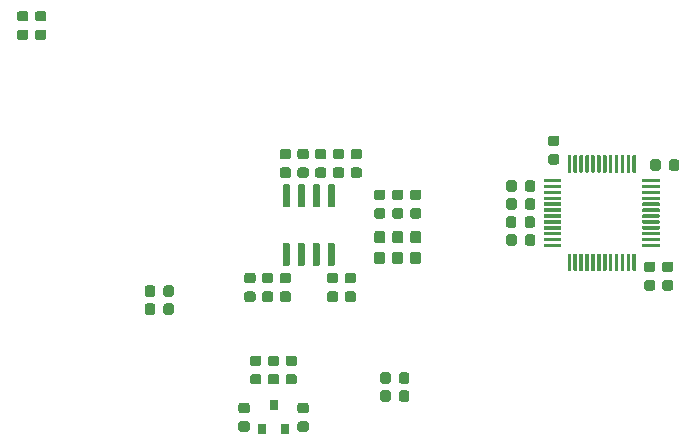
<source format=gbr>
G04 #@! TF.GenerationSoftware,KiCad,Pcbnew,(5.1.5)-3*
G04 #@! TF.CreationDate,2020-11-16T12:55:27+01:00*
G04 #@! TF.ProjectId,bus_raspi,6275735f-7261-4737-9069-2e6b69636164,rev?*
G04 #@! TF.SameCoordinates,Original*
G04 #@! TF.FileFunction,Paste,Top*
G04 #@! TF.FilePolarity,Positive*
%FSLAX46Y46*%
G04 Gerber Fmt 4.6, Leading zero omitted, Abs format (unit mm)*
G04 Created by KiCad (PCBNEW (5.1.5)-3) date 2020-11-16 12:55:27*
%MOMM*%
%LPD*%
G04 APERTURE LIST*
%ADD10C,0.100000*%
%ADD11R,0.800000X0.900000*%
G04 APERTURE END LIST*
D10*
G36*
X44461691Y-26450053D02*
G01*
X44482926Y-26453203D01*
X44503750Y-26458419D01*
X44523962Y-26465651D01*
X44543368Y-26474830D01*
X44561781Y-26485866D01*
X44579024Y-26498654D01*
X44594930Y-26513070D01*
X44609346Y-26528976D01*
X44622134Y-26546219D01*
X44633170Y-26564632D01*
X44642349Y-26584038D01*
X44649581Y-26604250D01*
X44654797Y-26625074D01*
X44657947Y-26646309D01*
X44659000Y-26667750D01*
X44659000Y-27180250D01*
X44657947Y-27201691D01*
X44654797Y-27222926D01*
X44649581Y-27243750D01*
X44642349Y-27263962D01*
X44633170Y-27283368D01*
X44622134Y-27301781D01*
X44609346Y-27319024D01*
X44594930Y-27334930D01*
X44579024Y-27349346D01*
X44561781Y-27362134D01*
X44543368Y-27373170D01*
X44523962Y-27382349D01*
X44503750Y-27389581D01*
X44482926Y-27394797D01*
X44461691Y-27397947D01*
X44440250Y-27399000D01*
X44002750Y-27399000D01*
X43981309Y-27397947D01*
X43960074Y-27394797D01*
X43939250Y-27389581D01*
X43919038Y-27382349D01*
X43899632Y-27373170D01*
X43881219Y-27362134D01*
X43863976Y-27349346D01*
X43848070Y-27334930D01*
X43833654Y-27319024D01*
X43820866Y-27301781D01*
X43809830Y-27283368D01*
X43800651Y-27263962D01*
X43793419Y-27243750D01*
X43788203Y-27222926D01*
X43785053Y-27201691D01*
X43784000Y-27180250D01*
X43784000Y-26667750D01*
X43785053Y-26646309D01*
X43788203Y-26625074D01*
X43793419Y-26604250D01*
X43800651Y-26584038D01*
X43809830Y-26564632D01*
X43820866Y-26546219D01*
X43833654Y-26528976D01*
X43848070Y-26513070D01*
X43863976Y-26498654D01*
X43881219Y-26485866D01*
X43899632Y-26474830D01*
X43919038Y-26465651D01*
X43939250Y-26458419D01*
X43960074Y-26453203D01*
X43981309Y-26450053D01*
X44002750Y-26449000D01*
X44440250Y-26449000D01*
X44461691Y-26450053D01*
G37*
G36*
X42886691Y-26450053D02*
G01*
X42907926Y-26453203D01*
X42928750Y-26458419D01*
X42948962Y-26465651D01*
X42968368Y-26474830D01*
X42986781Y-26485866D01*
X43004024Y-26498654D01*
X43019930Y-26513070D01*
X43034346Y-26528976D01*
X43047134Y-26546219D01*
X43058170Y-26564632D01*
X43067349Y-26584038D01*
X43074581Y-26604250D01*
X43079797Y-26625074D01*
X43082947Y-26646309D01*
X43084000Y-26667750D01*
X43084000Y-27180250D01*
X43082947Y-27201691D01*
X43079797Y-27222926D01*
X43074581Y-27243750D01*
X43067349Y-27263962D01*
X43058170Y-27283368D01*
X43047134Y-27301781D01*
X43034346Y-27319024D01*
X43019930Y-27334930D01*
X43004024Y-27349346D01*
X42986781Y-27362134D01*
X42968368Y-27373170D01*
X42948962Y-27382349D01*
X42928750Y-27389581D01*
X42907926Y-27394797D01*
X42886691Y-27397947D01*
X42865250Y-27399000D01*
X42427750Y-27399000D01*
X42406309Y-27397947D01*
X42385074Y-27394797D01*
X42364250Y-27389581D01*
X42344038Y-27382349D01*
X42324632Y-27373170D01*
X42306219Y-27362134D01*
X42288976Y-27349346D01*
X42273070Y-27334930D01*
X42258654Y-27319024D01*
X42245866Y-27301781D01*
X42234830Y-27283368D01*
X42225651Y-27263962D01*
X42218419Y-27243750D01*
X42213203Y-27222926D01*
X42210053Y-27201691D01*
X42209000Y-27180250D01*
X42209000Y-26667750D01*
X42210053Y-26646309D01*
X42213203Y-26625074D01*
X42218419Y-26604250D01*
X42225651Y-26584038D01*
X42234830Y-26564632D01*
X42245866Y-26546219D01*
X42258654Y-26528976D01*
X42273070Y-26513070D01*
X42288976Y-26498654D01*
X42306219Y-26485866D01*
X42324632Y-26474830D01*
X42344038Y-26465651D01*
X42364250Y-26458419D01*
X42385074Y-26453203D01*
X42406309Y-26450053D01*
X42427750Y-26449000D01*
X42865250Y-26449000D01*
X42886691Y-26450053D01*
G37*
G36*
X12279691Y-36864053D02*
G01*
X12300926Y-36867203D01*
X12321750Y-36872419D01*
X12341962Y-36879651D01*
X12361368Y-36888830D01*
X12379781Y-36899866D01*
X12397024Y-36912654D01*
X12412930Y-36927070D01*
X12427346Y-36942976D01*
X12440134Y-36960219D01*
X12451170Y-36978632D01*
X12460349Y-36998038D01*
X12467581Y-37018250D01*
X12472797Y-37039074D01*
X12475947Y-37060309D01*
X12477000Y-37081750D01*
X12477000Y-37594250D01*
X12475947Y-37615691D01*
X12472797Y-37636926D01*
X12467581Y-37657750D01*
X12460349Y-37677962D01*
X12451170Y-37697368D01*
X12440134Y-37715781D01*
X12427346Y-37733024D01*
X12412930Y-37748930D01*
X12397024Y-37763346D01*
X12379781Y-37776134D01*
X12361368Y-37787170D01*
X12341962Y-37796349D01*
X12321750Y-37803581D01*
X12300926Y-37808797D01*
X12279691Y-37811947D01*
X12258250Y-37813000D01*
X11820750Y-37813000D01*
X11799309Y-37811947D01*
X11778074Y-37808797D01*
X11757250Y-37803581D01*
X11737038Y-37796349D01*
X11717632Y-37787170D01*
X11699219Y-37776134D01*
X11681976Y-37763346D01*
X11666070Y-37748930D01*
X11651654Y-37733024D01*
X11638866Y-37715781D01*
X11627830Y-37697368D01*
X11618651Y-37677962D01*
X11611419Y-37657750D01*
X11606203Y-37636926D01*
X11603053Y-37615691D01*
X11602000Y-37594250D01*
X11602000Y-37081750D01*
X11603053Y-37060309D01*
X11606203Y-37039074D01*
X11611419Y-37018250D01*
X11618651Y-36998038D01*
X11627830Y-36978632D01*
X11638866Y-36960219D01*
X11651654Y-36942976D01*
X11666070Y-36927070D01*
X11681976Y-36912654D01*
X11699219Y-36899866D01*
X11717632Y-36888830D01*
X11737038Y-36879651D01*
X11757250Y-36872419D01*
X11778074Y-36867203D01*
X11799309Y-36864053D01*
X11820750Y-36863000D01*
X12258250Y-36863000D01*
X12279691Y-36864053D01*
G37*
G36*
X13854691Y-36864053D02*
G01*
X13875926Y-36867203D01*
X13896750Y-36872419D01*
X13916962Y-36879651D01*
X13936368Y-36888830D01*
X13954781Y-36899866D01*
X13972024Y-36912654D01*
X13987930Y-36927070D01*
X14002346Y-36942976D01*
X14015134Y-36960219D01*
X14026170Y-36978632D01*
X14035349Y-36998038D01*
X14042581Y-37018250D01*
X14047797Y-37039074D01*
X14050947Y-37060309D01*
X14052000Y-37081750D01*
X14052000Y-37594250D01*
X14050947Y-37615691D01*
X14047797Y-37636926D01*
X14042581Y-37657750D01*
X14035349Y-37677962D01*
X14026170Y-37697368D01*
X14015134Y-37715781D01*
X14002346Y-37733024D01*
X13987930Y-37748930D01*
X13972024Y-37763346D01*
X13954781Y-37776134D01*
X13936368Y-37787170D01*
X13916962Y-37796349D01*
X13896750Y-37803581D01*
X13875926Y-37808797D01*
X13854691Y-37811947D01*
X13833250Y-37813000D01*
X13395750Y-37813000D01*
X13374309Y-37811947D01*
X13353074Y-37808797D01*
X13332250Y-37803581D01*
X13312038Y-37796349D01*
X13292632Y-37787170D01*
X13274219Y-37776134D01*
X13256976Y-37763346D01*
X13241070Y-37748930D01*
X13226654Y-37733024D01*
X13213866Y-37715781D01*
X13202830Y-37697368D01*
X13193651Y-37677962D01*
X13186419Y-37657750D01*
X13181203Y-37636926D01*
X13178053Y-37615691D01*
X13177000Y-37594250D01*
X13177000Y-37081750D01*
X13178053Y-37060309D01*
X13181203Y-37039074D01*
X13186419Y-37018250D01*
X13193651Y-36998038D01*
X13202830Y-36978632D01*
X13213866Y-36960219D01*
X13226654Y-36942976D01*
X13241070Y-36927070D01*
X13256976Y-36912654D01*
X13274219Y-36899866D01*
X13292632Y-36888830D01*
X13312038Y-36879651D01*
X13332250Y-36872419D01*
X13353074Y-36867203D01*
X13374309Y-36864053D01*
X13395750Y-36863000D01*
X13833250Y-36863000D01*
X13854691Y-36864053D01*
G37*
G36*
X27549703Y-31730722D02*
G01*
X27564264Y-31732882D01*
X27578543Y-31736459D01*
X27592403Y-31741418D01*
X27605710Y-31747712D01*
X27618336Y-31755280D01*
X27630159Y-31764048D01*
X27641066Y-31773934D01*
X27650952Y-31784841D01*
X27659720Y-31796664D01*
X27667288Y-31809290D01*
X27673582Y-31822597D01*
X27678541Y-31836457D01*
X27682118Y-31850736D01*
X27684278Y-31865297D01*
X27685000Y-31880000D01*
X27685000Y-33530000D01*
X27684278Y-33544703D01*
X27682118Y-33559264D01*
X27678541Y-33573543D01*
X27673582Y-33587403D01*
X27667288Y-33600710D01*
X27659720Y-33613336D01*
X27650952Y-33625159D01*
X27641066Y-33636066D01*
X27630159Y-33645952D01*
X27618336Y-33654720D01*
X27605710Y-33662288D01*
X27592403Y-33668582D01*
X27578543Y-33673541D01*
X27564264Y-33677118D01*
X27549703Y-33679278D01*
X27535000Y-33680000D01*
X27235000Y-33680000D01*
X27220297Y-33679278D01*
X27205736Y-33677118D01*
X27191457Y-33673541D01*
X27177597Y-33668582D01*
X27164290Y-33662288D01*
X27151664Y-33654720D01*
X27139841Y-33645952D01*
X27128934Y-33636066D01*
X27119048Y-33625159D01*
X27110280Y-33613336D01*
X27102712Y-33600710D01*
X27096418Y-33587403D01*
X27091459Y-33573543D01*
X27087882Y-33559264D01*
X27085722Y-33544703D01*
X27085000Y-33530000D01*
X27085000Y-31880000D01*
X27085722Y-31865297D01*
X27087882Y-31850736D01*
X27091459Y-31836457D01*
X27096418Y-31822597D01*
X27102712Y-31809290D01*
X27110280Y-31796664D01*
X27119048Y-31784841D01*
X27128934Y-31773934D01*
X27139841Y-31764048D01*
X27151664Y-31755280D01*
X27164290Y-31747712D01*
X27177597Y-31741418D01*
X27191457Y-31736459D01*
X27205736Y-31732882D01*
X27220297Y-31730722D01*
X27235000Y-31730000D01*
X27535000Y-31730000D01*
X27549703Y-31730722D01*
G37*
G36*
X26279703Y-31730722D02*
G01*
X26294264Y-31732882D01*
X26308543Y-31736459D01*
X26322403Y-31741418D01*
X26335710Y-31747712D01*
X26348336Y-31755280D01*
X26360159Y-31764048D01*
X26371066Y-31773934D01*
X26380952Y-31784841D01*
X26389720Y-31796664D01*
X26397288Y-31809290D01*
X26403582Y-31822597D01*
X26408541Y-31836457D01*
X26412118Y-31850736D01*
X26414278Y-31865297D01*
X26415000Y-31880000D01*
X26415000Y-33530000D01*
X26414278Y-33544703D01*
X26412118Y-33559264D01*
X26408541Y-33573543D01*
X26403582Y-33587403D01*
X26397288Y-33600710D01*
X26389720Y-33613336D01*
X26380952Y-33625159D01*
X26371066Y-33636066D01*
X26360159Y-33645952D01*
X26348336Y-33654720D01*
X26335710Y-33662288D01*
X26322403Y-33668582D01*
X26308543Y-33673541D01*
X26294264Y-33677118D01*
X26279703Y-33679278D01*
X26265000Y-33680000D01*
X25965000Y-33680000D01*
X25950297Y-33679278D01*
X25935736Y-33677118D01*
X25921457Y-33673541D01*
X25907597Y-33668582D01*
X25894290Y-33662288D01*
X25881664Y-33654720D01*
X25869841Y-33645952D01*
X25858934Y-33636066D01*
X25849048Y-33625159D01*
X25840280Y-33613336D01*
X25832712Y-33600710D01*
X25826418Y-33587403D01*
X25821459Y-33573543D01*
X25817882Y-33559264D01*
X25815722Y-33544703D01*
X25815000Y-33530000D01*
X25815000Y-31880000D01*
X25815722Y-31865297D01*
X25817882Y-31850736D01*
X25821459Y-31836457D01*
X25826418Y-31822597D01*
X25832712Y-31809290D01*
X25840280Y-31796664D01*
X25849048Y-31784841D01*
X25858934Y-31773934D01*
X25869841Y-31764048D01*
X25881664Y-31755280D01*
X25894290Y-31747712D01*
X25907597Y-31741418D01*
X25921457Y-31736459D01*
X25935736Y-31732882D01*
X25950297Y-31730722D01*
X25965000Y-31730000D01*
X26265000Y-31730000D01*
X26279703Y-31730722D01*
G37*
G36*
X25009703Y-31730722D02*
G01*
X25024264Y-31732882D01*
X25038543Y-31736459D01*
X25052403Y-31741418D01*
X25065710Y-31747712D01*
X25078336Y-31755280D01*
X25090159Y-31764048D01*
X25101066Y-31773934D01*
X25110952Y-31784841D01*
X25119720Y-31796664D01*
X25127288Y-31809290D01*
X25133582Y-31822597D01*
X25138541Y-31836457D01*
X25142118Y-31850736D01*
X25144278Y-31865297D01*
X25145000Y-31880000D01*
X25145000Y-33530000D01*
X25144278Y-33544703D01*
X25142118Y-33559264D01*
X25138541Y-33573543D01*
X25133582Y-33587403D01*
X25127288Y-33600710D01*
X25119720Y-33613336D01*
X25110952Y-33625159D01*
X25101066Y-33636066D01*
X25090159Y-33645952D01*
X25078336Y-33654720D01*
X25065710Y-33662288D01*
X25052403Y-33668582D01*
X25038543Y-33673541D01*
X25024264Y-33677118D01*
X25009703Y-33679278D01*
X24995000Y-33680000D01*
X24695000Y-33680000D01*
X24680297Y-33679278D01*
X24665736Y-33677118D01*
X24651457Y-33673541D01*
X24637597Y-33668582D01*
X24624290Y-33662288D01*
X24611664Y-33654720D01*
X24599841Y-33645952D01*
X24588934Y-33636066D01*
X24579048Y-33625159D01*
X24570280Y-33613336D01*
X24562712Y-33600710D01*
X24556418Y-33587403D01*
X24551459Y-33573543D01*
X24547882Y-33559264D01*
X24545722Y-33544703D01*
X24545000Y-33530000D01*
X24545000Y-31880000D01*
X24545722Y-31865297D01*
X24547882Y-31850736D01*
X24551459Y-31836457D01*
X24556418Y-31822597D01*
X24562712Y-31809290D01*
X24570280Y-31796664D01*
X24579048Y-31784841D01*
X24588934Y-31773934D01*
X24599841Y-31764048D01*
X24611664Y-31755280D01*
X24624290Y-31747712D01*
X24637597Y-31741418D01*
X24651457Y-31736459D01*
X24665736Y-31732882D01*
X24680297Y-31730722D01*
X24695000Y-31730000D01*
X24995000Y-31730000D01*
X25009703Y-31730722D01*
G37*
G36*
X23739703Y-31730722D02*
G01*
X23754264Y-31732882D01*
X23768543Y-31736459D01*
X23782403Y-31741418D01*
X23795710Y-31747712D01*
X23808336Y-31755280D01*
X23820159Y-31764048D01*
X23831066Y-31773934D01*
X23840952Y-31784841D01*
X23849720Y-31796664D01*
X23857288Y-31809290D01*
X23863582Y-31822597D01*
X23868541Y-31836457D01*
X23872118Y-31850736D01*
X23874278Y-31865297D01*
X23875000Y-31880000D01*
X23875000Y-33530000D01*
X23874278Y-33544703D01*
X23872118Y-33559264D01*
X23868541Y-33573543D01*
X23863582Y-33587403D01*
X23857288Y-33600710D01*
X23849720Y-33613336D01*
X23840952Y-33625159D01*
X23831066Y-33636066D01*
X23820159Y-33645952D01*
X23808336Y-33654720D01*
X23795710Y-33662288D01*
X23782403Y-33668582D01*
X23768543Y-33673541D01*
X23754264Y-33677118D01*
X23739703Y-33679278D01*
X23725000Y-33680000D01*
X23425000Y-33680000D01*
X23410297Y-33679278D01*
X23395736Y-33677118D01*
X23381457Y-33673541D01*
X23367597Y-33668582D01*
X23354290Y-33662288D01*
X23341664Y-33654720D01*
X23329841Y-33645952D01*
X23318934Y-33636066D01*
X23309048Y-33625159D01*
X23300280Y-33613336D01*
X23292712Y-33600710D01*
X23286418Y-33587403D01*
X23281459Y-33573543D01*
X23277882Y-33559264D01*
X23275722Y-33544703D01*
X23275000Y-33530000D01*
X23275000Y-31880000D01*
X23275722Y-31865297D01*
X23277882Y-31850736D01*
X23281459Y-31836457D01*
X23286418Y-31822597D01*
X23292712Y-31809290D01*
X23300280Y-31796664D01*
X23309048Y-31784841D01*
X23318934Y-31773934D01*
X23329841Y-31764048D01*
X23341664Y-31755280D01*
X23354290Y-31747712D01*
X23367597Y-31741418D01*
X23381457Y-31736459D01*
X23395736Y-31732882D01*
X23410297Y-31730722D01*
X23425000Y-31730000D01*
X23725000Y-31730000D01*
X23739703Y-31730722D01*
G37*
G36*
X23739703Y-26780722D02*
G01*
X23754264Y-26782882D01*
X23768543Y-26786459D01*
X23782403Y-26791418D01*
X23795710Y-26797712D01*
X23808336Y-26805280D01*
X23820159Y-26814048D01*
X23831066Y-26823934D01*
X23840952Y-26834841D01*
X23849720Y-26846664D01*
X23857288Y-26859290D01*
X23863582Y-26872597D01*
X23868541Y-26886457D01*
X23872118Y-26900736D01*
X23874278Y-26915297D01*
X23875000Y-26930000D01*
X23875000Y-28580000D01*
X23874278Y-28594703D01*
X23872118Y-28609264D01*
X23868541Y-28623543D01*
X23863582Y-28637403D01*
X23857288Y-28650710D01*
X23849720Y-28663336D01*
X23840952Y-28675159D01*
X23831066Y-28686066D01*
X23820159Y-28695952D01*
X23808336Y-28704720D01*
X23795710Y-28712288D01*
X23782403Y-28718582D01*
X23768543Y-28723541D01*
X23754264Y-28727118D01*
X23739703Y-28729278D01*
X23725000Y-28730000D01*
X23425000Y-28730000D01*
X23410297Y-28729278D01*
X23395736Y-28727118D01*
X23381457Y-28723541D01*
X23367597Y-28718582D01*
X23354290Y-28712288D01*
X23341664Y-28704720D01*
X23329841Y-28695952D01*
X23318934Y-28686066D01*
X23309048Y-28675159D01*
X23300280Y-28663336D01*
X23292712Y-28650710D01*
X23286418Y-28637403D01*
X23281459Y-28623543D01*
X23277882Y-28609264D01*
X23275722Y-28594703D01*
X23275000Y-28580000D01*
X23275000Y-26930000D01*
X23275722Y-26915297D01*
X23277882Y-26900736D01*
X23281459Y-26886457D01*
X23286418Y-26872597D01*
X23292712Y-26859290D01*
X23300280Y-26846664D01*
X23309048Y-26834841D01*
X23318934Y-26823934D01*
X23329841Y-26814048D01*
X23341664Y-26805280D01*
X23354290Y-26797712D01*
X23367597Y-26791418D01*
X23381457Y-26786459D01*
X23395736Y-26782882D01*
X23410297Y-26780722D01*
X23425000Y-26780000D01*
X23725000Y-26780000D01*
X23739703Y-26780722D01*
G37*
G36*
X25009703Y-26780722D02*
G01*
X25024264Y-26782882D01*
X25038543Y-26786459D01*
X25052403Y-26791418D01*
X25065710Y-26797712D01*
X25078336Y-26805280D01*
X25090159Y-26814048D01*
X25101066Y-26823934D01*
X25110952Y-26834841D01*
X25119720Y-26846664D01*
X25127288Y-26859290D01*
X25133582Y-26872597D01*
X25138541Y-26886457D01*
X25142118Y-26900736D01*
X25144278Y-26915297D01*
X25145000Y-26930000D01*
X25145000Y-28580000D01*
X25144278Y-28594703D01*
X25142118Y-28609264D01*
X25138541Y-28623543D01*
X25133582Y-28637403D01*
X25127288Y-28650710D01*
X25119720Y-28663336D01*
X25110952Y-28675159D01*
X25101066Y-28686066D01*
X25090159Y-28695952D01*
X25078336Y-28704720D01*
X25065710Y-28712288D01*
X25052403Y-28718582D01*
X25038543Y-28723541D01*
X25024264Y-28727118D01*
X25009703Y-28729278D01*
X24995000Y-28730000D01*
X24695000Y-28730000D01*
X24680297Y-28729278D01*
X24665736Y-28727118D01*
X24651457Y-28723541D01*
X24637597Y-28718582D01*
X24624290Y-28712288D01*
X24611664Y-28704720D01*
X24599841Y-28695952D01*
X24588934Y-28686066D01*
X24579048Y-28675159D01*
X24570280Y-28663336D01*
X24562712Y-28650710D01*
X24556418Y-28637403D01*
X24551459Y-28623543D01*
X24547882Y-28609264D01*
X24545722Y-28594703D01*
X24545000Y-28580000D01*
X24545000Y-26930000D01*
X24545722Y-26915297D01*
X24547882Y-26900736D01*
X24551459Y-26886457D01*
X24556418Y-26872597D01*
X24562712Y-26859290D01*
X24570280Y-26846664D01*
X24579048Y-26834841D01*
X24588934Y-26823934D01*
X24599841Y-26814048D01*
X24611664Y-26805280D01*
X24624290Y-26797712D01*
X24637597Y-26791418D01*
X24651457Y-26786459D01*
X24665736Y-26782882D01*
X24680297Y-26780722D01*
X24695000Y-26780000D01*
X24995000Y-26780000D01*
X25009703Y-26780722D01*
G37*
G36*
X26279703Y-26780722D02*
G01*
X26294264Y-26782882D01*
X26308543Y-26786459D01*
X26322403Y-26791418D01*
X26335710Y-26797712D01*
X26348336Y-26805280D01*
X26360159Y-26814048D01*
X26371066Y-26823934D01*
X26380952Y-26834841D01*
X26389720Y-26846664D01*
X26397288Y-26859290D01*
X26403582Y-26872597D01*
X26408541Y-26886457D01*
X26412118Y-26900736D01*
X26414278Y-26915297D01*
X26415000Y-26930000D01*
X26415000Y-28580000D01*
X26414278Y-28594703D01*
X26412118Y-28609264D01*
X26408541Y-28623543D01*
X26403582Y-28637403D01*
X26397288Y-28650710D01*
X26389720Y-28663336D01*
X26380952Y-28675159D01*
X26371066Y-28686066D01*
X26360159Y-28695952D01*
X26348336Y-28704720D01*
X26335710Y-28712288D01*
X26322403Y-28718582D01*
X26308543Y-28723541D01*
X26294264Y-28727118D01*
X26279703Y-28729278D01*
X26265000Y-28730000D01*
X25965000Y-28730000D01*
X25950297Y-28729278D01*
X25935736Y-28727118D01*
X25921457Y-28723541D01*
X25907597Y-28718582D01*
X25894290Y-28712288D01*
X25881664Y-28704720D01*
X25869841Y-28695952D01*
X25858934Y-28686066D01*
X25849048Y-28675159D01*
X25840280Y-28663336D01*
X25832712Y-28650710D01*
X25826418Y-28637403D01*
X25821459Y-28623543D01*
X25817882Y-28609264D01*
X25815722Y-28594703D01*
X25815000Y-28580000D01*
X25815000Y-26930000D01*
X25815722Y-26915297D01*
X25817882Y-26900736D01*
X25821459Y-26886457D01*
X25826418Y-26872597D01*
X25832712Y-26859290D01*
X25840280Y-26846664D01*
X25849048Y-26834841D01*
X25858934Y-26823934D01*
X25869841Y-26814048D01*
X25881664Y-26805280D01*
X25894290Y-26797712D01*
X25907597Y-26791418D01*
X25921457Y-26786459D01*
X25935736Y-26782882D01*
X25950297Y-26780722D01*
X25965000Y-26780000D01*
X26265000Y-26780000D01*
X26279703Y-26780722D01*
G37*
G36*
X27549703Y-26780722D02*
G01*
X27564264Y-26782882D01*
X27578543Y-26786459D01*
X27592403Y-26791418D01*
X27605710Y-26797712D01*
X27618336Y-26805280D01*
X27630159Y-26814048D01*
X27641066Y-26823934D01*
X27650952Y-26834841D01*
X27659720Y-26846664D01*
X27667288Y-26859290D01*
X27673582Y-26872597D01*
X27678541Y-26886457D01*
X27682118Y-26900736D01*
X27684278Y-26915297D01*
X27685000Y-26930000D01*
X27685000Y-28580000D01*
X27684278Y-28594703D01*
X27682118Y-28609264D01*
X27678541Y-28623543D01*
X27673582Y-28637403D01*
X27667288Y-28650710D01*
X27659720Y-28663336D01*
X27650952Y-28675159D01*
X27641066Y-28686066D01*
X27630159Y-28695952D01*
X27618336Y-28704720D01*
X27605710Y-28712288D01*
X27592403Y-28718582D01*
X27578543Y-28723541D01*
X27564264Y-28727118D01*
X27549703Y-28729278D01*
X27535000Y-28730000D01*
X27235000Y-28730000D01*
X27220297Y-28729278D01*
X27205736Y-28727118D01*
X27191457Y-28723541D01*
X27177597Y-28718582D01*
X27164290Y-28712288D01*
X27151664Y-28704720D01*
X27139841Y-28695952D01*
X27128934Y-28686066D01*
X27119048Y-28675159D01*
X27110280Y-28663336D01*
X27102712Y-28650710D01*
X27096418Y-28637403D01*
X27091459Y-28623543D01*
X27087882Y-28609264D01*
X27085722Y-28594703D01*
X27085000Y-28580000D01*
X27085000Y-26930000D01*
X27085722Y-26915297D01*
X27087882Y-26900736D01*
X27091459Y-26886457D01*
X27096418Y-26872597D01*
X27102712Y-26859290D01*
X27110280Y-26846664D01*
X27119048Y-26834841D01*
X27128934Y-26823934D01*
X27139841Y-26814048D01*
X27151664Y-26805280D01*
X27164290Y-26797712D01*
X27177597Y-26791418D01*
X27191457Y-26786459D01*
X27205736Y-26782882D01*
X27220297Y-26780722D01*
X27235000Y-26780000D01*
X27535000Y-26780000D01*
X27549703Y-26780722D01*
G37*
G36*
X47624351Y-24310361D02*
G01*
X47631632Y-24311441D01*
X47638771Y-24313229D01*
X47645701Y-24315709D01*
X47652355Y-24318856D01*
X47658668Y-24322640D01*
X47664579Y-24327024D01*
X47670033Y-24331967D01*
X47674976Y-24337421D01*
X47679360Y-24343332D01*
X47683144Y-24349645D01*
X47686291Y-24356299D01*
X47688771Y-24363229D01*
X47690559Y-24370368D01*
X47691639Y-24377649D01*
X47692000Y-24385000D01*
X47692000Y-25710000D01*
X47691639Y-25717351D01*
X47690559Y-25724632D01*
X47688771Y-25731771D01*
X47686291Y-25738701D01*
X47683144Y-25745355D01*
X47679360Y-25751668D01*
X47674976Y-25757579D01*
X47670033Y-25763033D01*
X47664579Y-25767976D01*
X47658668Y-25772360D01*
X47652355Y-25776144D01*
X47645701Y-25779291D01*
X47638771Y-25781771D01*
X47631632Y-25783559D01*
X47624351Y-25784639D01*
X47617000Y-25785000D01*
X47467000Y-25785000D01*
X47459649Y-25784639D01*
X47452368Y-25783559D01*
X47445229Y-25781771D01*
X47438299Y-25779291D01*
X47431645Y-25776144D01*
X47425332Y-25772360D01*
X47419421Y-25767976D01*
X47413967Y-25763033D01*
X47409024Y-25757579D01*
X47404640Y-25751668D01*
X47400856Y-25745355D01*
X47397709Y-25738701D01*
X47395229Y-25731771D01*
X47393441Y-25724632D01*
X47392361Y-25717351D01*
X47392000Y-25710000D01*
X47392000Y-24385000D01*
X47392361Y-24377649D01*
X47393441Y-24370368D01*
X47395229Y-24363229D01*
X47397709Y-24356299D01*
X47400856Y-24349645D01*
X47404640Y-24343332D01*
X47409024Y-24337421D01*
X47413967Y-24331967D01*
X47419421Y-24327024D01*
X47425332Y-24322640D01*
X47431645Y-24318856D01*
X47438299Y-24315709D01*
X47445229Y-24313229D01*
X47452368Y-24311441D01*
X47459649Y-24310361D01*
X47467000Y-24310000D01*
X47617000Y-24310000D01*
X47624351Y-24310361D01*
G37*
G36*
X48124351Y-24310361D02*
G01*
X48131632Y-24311441D01*
X48138771Y-24313229D01*
X48145701Y-24315709D01*
X48152355Y-24318856D01*
X48158668Y-24322640D01*
X48164579Y-24327024D01*
X48170033Y-24331967D01*
X48174976Y-24337421D01*
X48179360Y-24343332D01*
X48183144Y-24349645D01*
X48186291Y-24356299D01*
X48188771Y-24363229D01*
X48190559Y-24370368D01*
X48191639Y-24377649D01*
X48192000Y-24385000D01*
X48192000Y-25710000D01*
X48191639Y-25717351D01*
X48190559Y-25724632D01*
X48188771Y-25731771D01*
X48186291Y-25738701D01*
X48183144Y-25745355D01*
X48179360Y-25751668D01*
X48174976Y-25757579D01*
X48170033Y-25763033D01*
X48164579Y-25767976D01*
X48158668Y-25772360D01*
X48152355Y-25776144D01*
X48145701Y-25779291D01*
X48138771Y-25781771D01*
X48131632Y-25783559D01*
X48124351Y-25784639D01*
X48117000Y-25785000D01*
X47967000Y-25785000D01*
X47959649Y-25784639D01*
X47952368Y-25783559D01*
X47945229Y-25781771D01*
X47938299Y-25779291D01*
X47931645Y-25776144D01*
X47925332Y-25772360D01*
X47919421Y-25767976D01*
X47913967Y-25763033D01*
X47909024Y-25757579D01*
X47904640Y-25751668D01*
X47900856Y-25745355D01*
X47897709Y-25738701D01*
X47895229Y-25731771D01*
X47893441Y-25724632D01*
X47892361Y-25717351D01*
X47892000Y-25710000D01*
X47892000Y-24385000D01*
X47892361Y-24377649D01*
X47893441Y-24370368D01*
X47895229Y-24363229D01*
X47897709Y-24356299D01*
X47900856Y-24349645D01*
X47904640Y-24343332D01*
X47909024Y-24337421D01*
X47913967Y-24331967D01*
X47919421Y-24327024D01*
X47925332Y-24322640D01*
X47931645Y-24318856D01*
X47938299Y-24315709D01*
X47945229Y-24313229D01*
X47952368Y-24311441D01*
X47959649Y-24310361D01*
X47967000Y-24310000D01*
X48117000Y-24310000D01*
X48124351Y-24310361D01*
G37*
G36*
X48624351Y-24310361D02*
G01*
X48631632Y-24311441D01*
X48638771Y-24313229D01*
X48645701Y-24315709D01*
X48652355Y-24318856D01*
X48658668Y-24322640D01*
X48664579Y-24327024D01*
X48670033Y-24331967D01*
X48674976Y-24337421D01*
X48679360Y-24343332D01*
X48683144Y-24349645D01*
X48686291Y-24356299D01*
X48688771Y-24363229D01*
X48690559Y-24370368D01*
X48691639Y-24377649D01*
X48692000Y-24385000D01*
X48692000Y-25710000D01*
X48691639Y-25717351D01*
X48690559Y-25724632D01*
X48688771Y-25731771D01*
X48686291Y-25738701D01*
X48683144Y-25745355D01*
X48679360Y-25751668D01*
X48674976Y-25757579D01*
X48670033Y-25763033D01*
X48664579Y-25767976D01*
X48658668Y-25772360D01*
X48652355Y-25776144D01*
X48645701Y-25779291D01*
X48638771Y-25781771D01*
X48631632Y-25783559D01*
X48624351Y-25784639D01*
X48617000Y-25785000D01*
X48467000Y-25785000D01*
X48459649Y-25784639D01*
X48452368Y-25783559D01*
X48445229Y-25781771D01*
X48438299Y-25779291D01*
X48431645Y-25776144D01*
X48425332Y-25772360D01*
X48419421Y-25767976D01*
X48413967Y-25763033D01*
X48409024Y-25757579D01*
X48404640Y-25751668D01*
X48400856Y-25745355D01*
X48397709Y-25738701D01*
X48395229Y-25731771D01*
X48393441Y-25724632D01*
X48392361Y-25717351D01*
X48392000Y-25710000D01*
X48392000Y-24385000D01*
X48392361Y-24377649D01*
X48393441Y-24370368D01*
X48395229Y-24363229D01*
X48397709Y-24356299D01*
X48400856Y-24349645D01*
X48404640Y-24343332D01*
X48409024Y-24337421D01*
X48413967Y-24331967D01*
X48419421Y-24327024D01*
X48425332Y-24322640D01*
X48431645Y-24318856D01*
X48438299Y-24315709D01*
X48445229Y-24313229D01*
X48452368Y-24311441D01*
X48459649Y-24310361D01*
X48467000Y-24310000D01*
X48617000Y-24310000D01*
X48624351Y-24310361D01*
G37*
G36*
X49124351Y-24310361D02*
G01*
X49131632Y-24311441D01*
X49138771Y-24313229D01*
X49145701Y-24315709D01*
X49152355Y-24318856D01*
X49158668Y-24322640D01*
X49164579Y-24327024D01*
X49170033Y-24331967D01*
X49174976Y-24337421D01*
X49179360Y-24343332D01*
X49183144Y-24349645D01*
X49186291Y-24356299D01*
X49188771Y-24363229D01*
X49190559Y-24370368D01*
X49191639Y-24377649D01*
X49192000Y-24385000D01*
X49192000Y-25710000D01*
X49191639Y-25717351D01*
X49190559Y-25724632D01*
X49188771Y-25731771D01*
X49186291Y-25738701D01*
X49183144Y-25745355D01*
X49179360Y-25751668D01*
X49174976Y-25757579D01*
X49170033Y-25763033D01*
X49164579Y-25767976D01*
X49158668Y-25772360D01*
X49152355Y-25776144D01*
X49145701Y-25779291D01*
X49138771Y-25781771D01*
X49131632Y-25783559D01*
X49124351Y-25784639D01*
X49117000Y-25785000D01*
X48967000Y-25785000D01*
X48959649Y-25784639D01*
X48952368Y-25783559D01*
X48945229Y-25781771D01*
X48938299Y-25779291D01*
X48931645Y-25776144D01*
X48925332Y-25772360D01*
X48919421Y-25767976D01*
X48913967Y-25763033D01*
X48909024Y-25757579D01*
X48904640Y-25751668D01*
X48900856Y-25745355D01*
X48897709Y-25738701D01*
X48895229Y-25731771D01*
X48893441Y-25724632D01*
X48892361Y-25717351D01*
X48892000Y-25710000D01*
X48892000Y-24385000D01*
X48892361Y-24377649D01*
X48893441Y-24370368D01*
X48895229Y-24363229D01*
X48897709Y-24356299D01*
X48900856Y-24349645D01*
X48904640Y-24343332D01*
X48909024Y-24337421D01*
X48913967Y-24331967D01*
X48919421Y-24327024D01*
X48925332Y-24322640D01*
X48931645Y-24318856D01*
X48938299Y-24315709D01*
X48945229Y-24313229D01*
X48952368Y-24311441D01*
X48959649Y-24310361D01*
X48967000Y-24310000D01*
X49117000Y-24310000D01*
X49124351Y-24310361D01*
G37*
G36*
X49624351Y-24310361D02*
G01*
X49631632Y-24311441D01*
X49638771Y-24313229D01*
X49645701Y-24315709D01*
X49652355Y-24318856D01*
X49658668Y-24322640D01*
X49664579Y-24327024D01*
X49670033Y-24331967D01*
X49674976Y-24337421D01*
X49679360Y-24343332D01*
X49683144Y-24349645D01*
X49686291Y-24356299D01*
X49688771Y-24363229D01*
X49690559Y-24370368D01*
X49691639Y-24377649D01*
X49692000Y-24385000D01*
X49692000Y-25710000D01*
X49691639Y-25717351D01*
X49690559Y-25724632D01*
X49688771Y-25731771D01*
X49686291Y-25738701D01*
X49683144Y-25745355D01*
X49679360Y-25751668D01*
X49674976Y-25757579D01*
X49670033Y-25763033D01*
X49664579Y-25767976D01*
X49658668Y-25772360D01*
X49652355Y-25776144D01*
X49645701Y-25779291D01*
X49638771Y-25781771D01*
X49631632Y-25783559D01*
X49624351Y-25784639D01*
X49617000Y-25785000D01*
X49467000Y-25785000D01*
X49459649Y-25784639D01*
X49452368Y-25783559D01*
X49445229Y-25781771D01*
X49438299Y-25779291D01*
X49431645Y-25776144D01*
X49425332Y-25772360D01*
X49419421Y-25767976D01*
X49413967Y-25763033D01*
X49409024Y-25757579D01*
X49404640Y-25751668D01*
X49400856Y-25745355D01*
X49397709Y-25738701D01*
X49395229Y-25731771D01*
X49393441Y-25724632D01*
X49392361Y-25717351D01*
X49392000Y-25710000D01*
X49392000Y-24385000D01*
X49392361Y-24377649D01*
X49393441Y-24370368D01*
X49395229Y-24363229D01*
X49397709Y-24356299D01*
X49400856Y-24349645D01*
X49404640Y-24343332D01*
X49409024Y-24337421D01*
X49413967Y-24331967D01*
X49419421Y-24327024D01*
X49425332Y-24322640D01*
X49431645Y-24318856D01*
X49438299Y-24315709D01*
X49445229Y-24313229D01*
X49452368Y-24311441D01*
X49459649Y-24310361D01*
X49467000Y-24310000D01*
X49617000Y-24310000D01*
X49624351Y-24310361D01*
G37*
G36*
X50124351Y-24310361D02*
G01*
X50131632Y-24311441D01*
X50138771Y-24313229D01*
X50145701Y-24315709D01*
X50152355Y-24318856D01*
X50158668Y-24322640D01*
X50164579Y-24327024D01*
X50170033Y-24331967D01*
X50174976Y-24337421D01*
X50179360Y-24343332D01*
X50183144Y-24349645D01*
X50186291Y-24356299D01*
X50188771Y-24363229D01*
X50190559Y-24370368D01*
X50191639Y-24377649D01*
X50192000Y-24385000D01*
X50192000Y-25710000D01*
X50191639Y-25717351D01*
X50190559Y-25724632D01*
X50188771Y-25731771D01*
X50186291Y-25738701D01*
X50183144Y-25745355D01*
X50179360Y-25751668D01*
X50174976Y-25757579D01*
X50170033Y-25763033D01*
X50164579Y-25767976D01*
X50158668Y-25772360D01*
X50152355Y-25776144D01*
X50145701Y-25779291D01*
X50138771Y-25781771D01*
X50131632Y-25783559D01*
X50124351Y-25784639D01*
X50117000Y-25785000D01*
X49967000Y-25785000D01*
X49959649Y-25784639D01*
X49952368Y-25783559D01*
X49945229Y-25781771D01*
X49938299Y-25779291D01*
X49931645Y-25776144D01*
X49925332Y-25772360D01*
X49919421Y-25767976D01*
X49913967Y-25763033D01*
X49909024Y-25757579D01*
X49904640Y-25751668D01*
X49900856Y-25745355D01*
X49897709Y-25738701D01*
X49895229Y-25731771D01*
X49893441Y-25724632D01*
X49892361Y-25717351D01*
X49892000Y-25710000D01*
X49892000Y-24385000D01*
X49892361Y-24377649D01*
X49893441Y-24370368D01*
X49895229Y-24363229D01*
X49897709Y-24356299D01*
X49900856Y-24349645D01*
X49904640Y-24343332D01*
X49909024Y-24337421D01*
X49913967Y-24331967D01*
X49919421Y-24327024D01*
X49925332Y-24322640D01*
X49931645Y-24318856D01*
X49938299Y-24315709D01*
X49945229Y-24313229D01*
X49952368Y-24311441D01*
X49959649Y-24310361D01*
X49967000Y-24310000D01*
X50117000Y-24310000D01*
X50124351Y-24310361D01*
G37*
G36*
X50624351Y-24310361D02*
G01*
X50631632Y-24311441D01*
X50638771Y-24313229D01*
X50645701Y-24315709D01*
X50652355Y-24318856D01*
X50658668Y-24322640D01*
X50664579Y-24327024D01*
X50670033Y-24331967D01*
X50674976Y-24337421D01*
X50679360Y-24343332D01*
X50683144Y-24349645D01*
X50686291Y-24356299D01*
X50688771Y-24363229D01*
X50690559Y-24370368D01*
X50691639Y-24377649D01*
X50692000Y-24385000D01*
X50692000Y-25710000D01*
X50691639Y-25717351D01*
X50690559Y-25724632D01*
X50688771Y-25731771D01*
X50686291Y-25738701D01*
X50683144Y-25745355D01*
X50679360Y-25751668D01*
X50674976Y-25757579D01*
X50670033Y-25763033D01*
X50664579Y-25767976D01*
X50658668Y-25772360D01*
X50652355Y-25776144D01*
X50645701Y-25779291D01*
X50638771Y-25781771D01*
X50631632Y-25783559D01*
X50624351Y-25784639D01*
X50617000Y-25785000D01*
X50467000Y-25785000D01*
X50459649Y-25784639D01*
X50452368Y-25783559D01*
X50445229Y-25781771D01*
X50438299Y-25779291D01*
X50431645Y-25776144D01*
X50425332Y-25772360D01*
X50419421Y-25767976D01*
X50413967Y-25763033D01*
X50409024Y-25757579D01*
X50404640Y-25751668D01*
X50400856Y-25745355D01*
X50397709Y-25738701D01*
X50395229Y-25731771D01*
X50393441Y-25724632D01*
X50392361Y-25717351D01*
X50392000Y-25710000D01*
X50392000Y-24385000D01*
X50392361Y-24377649D01*
X50393441Y-24370368D01*
X50395229Y-24363229D01*
X50397709Y-24356299D01*
X50400856Y-24349645D01*
X50404640Y-24343332D01*
X50409024Y-24337421D01*
X50413967Y-24331967D01*
X50419421Y-24327024D01*
X50425332Y-24322640D01*
X50431645Y-24318856D01*
X50438299Y-24315709D01*
X50445229Y-24313229D01*
X50452368Y-24311441D01*
X50459649Y-24310361D01*
X50467000Y-24310000D01*
X50617000Y-24310000D01*
X50624351Y-24310361D01*
G37*
G36*
X51124351Y-24310361D02*
G01*
X51131632Y-24311441D01*
X51138771Y-24313229D01*
X51145701Y-24315709D01*
X51152355Y-24318856D01*
X51158668Y-24322640D01*
X51164579Y-24327024D01*
X51170033Y-24331967D01*
X51174976Y-24337421D01*
X51179360Y-24343332D01*
X51183144Y-24349645D01*
X51186291Y-24356299D01*
X51188771Y-24363229D01*
X51190559Y-24370368D01*
X51191639Y-24377649D01*
X51192000Y-24385000D01*
X51192000Y-25710000D01*
X51191639Y-25717351D01*
X51190559Y-25724632D01*
X51188771Y-25731771D01*
X51186291Y-25738701D01*
X51183144Y-25745355D01*
X51179360Y-25751668D01*
X51174976Y-25757579D01*
X51170033Y-25763033D01*
X51164579Y-25767976D01*
X51158668Y-25772360D01*
X51152355Y-25776144D01*
X51145701Y-25779291D01*
X51138771Y-25781771D01*
X51131632Y-25783559D01*
X51124351Y-25784639D01*
X51117000Y-25785000D01*
X50967000Y-25785000D01*
X50959649Y-25784639D01*
X50952368Y-25783559D01*
X50945229Y-25781771D01*
X50938299Y-25779291D01*
X50931645Y-25776144D01*
X50925332Y-25772360D01*
X50919421Y-25767976D01*
X50913967Y-25763033D01*
X50909024Y-25757579D01*
X50904640Y-25751668D01*
X50900856Y-25745355D01*
X50897709Y-25738701D01*
X50895229Y-25731771D01*
X50893441Y-25724632D01*
X50892361Y-25717351D01*
X50892000Y-25710000D01*
X50892000Y-24385000D01*
X50892361Y-24377649D01*
X50893441Y-24370368D01*
X50895229Y-24363229D01*
X50897709Y-24356299D01*
X50900856Y-24349645D01*
X50904640Y-24343332D01*
X50909024Y-24337421D01*
X50913967Y-24331967D01*
X50919421Y-24327024D01*
X50925332Y-24322640D01*
X50931645Y-24318856D01*
X50938299Y-24315709D01*
X50945229Y-24313229D01*
X50952368Y-24311441D01*
X50959649Y-24310361D01*
X50967000Y-24310000D01*
X51117000Y-24310000D01*
X51124351Y-24310361D01*
G37*
G36*
X51624351Y-24310361D02*
G01*
X51631632Y-24311441D01*
X51638771Y-24313229D01*
X51645701Y-24315709D01*
X51652355Y-24318856D01*
X51658668Y-24322640D01*
X51664579Y-24327024D01*
X51670033Y-24331967D01*
X51674976Y-24337421D01*
X51679360Y-24343332D01*
X51683144Y-24349645D01*
X51686291Y-24356299D01*
X51688771Y-24363229D01*
X51690559Y-24370368D01*
X51691639Y-24377649D01*
X51692000Y-24385000D01*
X51692000Y-25710000D01*
X51691639Y-25717351D01*
X51690559Y-25724632D01*
X51688771Y-25731771D01*
X51686291Y-25738701D01*
X51683144Y-25745355D01*
X51679360Y-25751668D01*
X51674976Y-25757579D01*
X51670033Y-25763033D01*
X51664579Y-25767976D01*
X51658668Y-25772360D01*
X51652355Y-25776144D01*
X51645701Y-25779291D01*
X51638771Y-25781771D01*
X51631632Y-25783559D01*
X51624351Y-25784639D01*
X51617000Y-25785000D01*
X51467000Y-25785000D01*
X51459649Y-25784639D01*
X51452368Y-25783559D01*
X51445229Y-25781771D01*
X51438299Y-25779291D01*
X51431645Y-25776144D01*
X51425332Y-25772360D01*
X51419421Y-25767976D01*
X51413967Y-25763033D01*
X51409024Y-25757579D01*
X51404640Y-25751668D01*
X51400856Y-25745355D01*
X51397709Y-25738701D01*
X51395229Y-25731771D01*
X51393441Y-25724632D01*
X51392361Y-25717351D01*
X51392000Y-25710000D01*
X51392000Y-24385000D01*
X51392361Y-24377649D01*
X51393441Y-24370368D01*
X51395229Y-24363229D01*
X51397709Y-24356299D01*
X51400856Y-24349645D01*
X51404640Y-24343332D01*
X51409024Y-24337421D01*
X51413967Y-24331967D01*
X51419421Y-24327024D01*
X51425332Y-24322640D01*
X51431645Y-24318856D01*
X51438299Y-24315709D01*
X51445229Y-24313229D01*
X51452368Y-24311441D01*
X51459649Y-24310361D01*
X51467000Y-24310000D01*
X51617000Y-24310000D01*
X51624351Y-24310361D01*
G37*
G36*
X52124351Y-24310361D02*
G01*
X52131632Y-24311441D01*
X52138771Y-24313229D01*
X52145701Y-24315709D01*
X52152355Y-24318856D01*
X52158668Y-24322640D01*
X52164579Y-24327024D01*
X52170033Y-24331967D01*
X52174976Y-24337421D01*
X52179360Y-24343332D01*
X52183144Y-24349645D01*
X52186291Y-24356299D01*
X52188771Y-24363229D01*
X52190559Y-24370368D01*
X52191639Y-24377649D01*
X52192000Y-24385000D01*
X52192000Y-25710000D01*
X52191639Y-25717351D01*
X52190559Y-25724632D01*
X52188771Y-25731771D01*
X52186291Y-25738701D01*
X52183144Y-25745355D01*
X52179360Y-25751668D01*
X52174976Y-25757579D01*
X52170033Y-25763033D01*
X52164579Y-25767976D01*
X52158668Y-25772360D01*
X52152355Y-25776144D01*
X52145701Y-25779291D01*
X52138771Y-25781771D01*
X52131632Y-25783559D01*
X52124351Y-25784639D01*
X52117000Y-25785000D01*
X51967000Y-25785000D01*
X51959649Y-25784639D01*
X51952368Y-25783559D01*
X51945229Y-25781771D01*
X51938299Y-25779291D01*
X51931645Y-25776144D01*
X51925332Y-25772360D01*
X51919421Y-25767976D01*
X51913967Y-25763033D01*
X51909024Y-25757579D01*
X51904640Y-25751668D01*
X51900856Y-25745355D01*
X51897709Y-25738701D01*
X51895229Y-25731771D01*
X51893441Y-25724632D01*
X51892361Y-25717351D01*
X51892000Y-25710000D01*
X51892000Y-24385000D01*
X51892361Y-24377649D01*
X51893441Y-24370368D01*
X51895229Y-24363229D01*
X51897709Y-24356299D01*
X51900856Y-24349645D01*
X51904640Y-24343332D01*
X51909024Y-24337421D01*
X51913967Y-24331967D01*
X51919421Y-24327024D01*
X51925332Y-24322640D01*
X51931645Y-24318856D01*
X51938299Y-24315709D01*
X51945229Y-24313229D01*
X51952368Y-24311441D01*
X51959649Y-24310361D01*
X51967000Y-24310000D01*
X52117000Y-24310000D01*
X52124351Y-24310361D01*
G37*
G36*
X52624351Y-24310361D02*
G01*
X52631632Y-24311441D01*
X52638771Y-24313229D01*
X52645701Y-24315709D01*
X52652355Y-24318856D01*
X52658668Y-24322640D01*
X52664579Y-24327024D01*
X52670033Y-24331967D01*
X52674976Y-24337421D01*
X52679360Y-24343332D01*
X52683144Y-24349645D01*
X52686291Y-24356299D01*
X52688771Y-24363229D01*
X52690559Y-24370368D01*
X52691639Y-24377649D01*
X52692000Y-24385000D01*
X52692000Y-25710000D01*
X52691639Y-25717351D01*
X52690559Y-25724632D01*
X52688771Y-25731771D01*
X52686291Y-25738701D01*
X52683144Y-25745355D01*
X52679360Y-25751668D01*
X52674976Y-25757579D01*
X52670033Y-25763033D01*
X52664579Y-25767976D01*
X52658668Y-25772360D01*
X52652355Y-25776144D01*
X52645701Y-25779291D01*
X52638771Y-25781771D01*
X52631632Y-25783559D01*
X52624351Y-25784639D01*
X52617000Y-25785000D01*
X52467000Y-25785000D01*
X52459649Y-25784639D01*
X52452368Y-25783559D01*
X52445229Y-25781771D01*
X52438299Y-25779291D01*
X52431645Y-25776144D01*
X52425332Y-25772360D01*
X52419421Y-25767976D01*
X52413967Y-25763033D01*
X52409024Y-25757579D01*
X52404640Y-25751668D01*
X52400856Y-25745355D01*
X52397709Y-25738701D01*
X52395229Y-25731771D01*
X52393441Y-25724632D01*
X52392361Y-25717351D01*
X52392000Y-25710000D01*
X52392000Y-24385000D01*
X52392361Y-24377649D01*
X52393441Y-24370368D01*
X52395229Y-24363229D01*
X52397709Y-24356299D01*
X52400856Y-24349645D01*
X52404640Y-24343332D01*
X52409024Y-24337421D01*
X52413967Y-24331967D01*
X52419421Y-24327024D01*
X52425332Y-24322640D01*
X52431645Y-24318856D01*
X52438299Y-24315709D01*
X52445229Y-24313229D01*
X52452368Y-24311441D01*
X52459649Y-24310361D01*
X52467000Y-24310000D01*
X52617000Y-24310000D01*
X52624351Y-24310361D01*
G37*
G36*
X53124351Y-24310361D02*
G01*
X53131632Y-24311441D01*
X53138771Y-24313229D01*
X53145701Y-24315709D01*
X53152355Y-24318856D01*
X53158668Y-24322640D01*
X53164579Y-24327024D01*
X53170033Y-24331967D01*
X53174976Y-24337421D01*
X53179360Y-24343332D01*
X53183144Y-24349645D01*
X53186291Y-24356299D01*
X53188771Y-24363229D01*
X53190559Y-24370368D01*
X53191639Y-24377649D01*
X53192000Y-24385000D01*
X53192000Y-25710000D01*
X53191639Y-25717351D01*
X53190559Y-25724632D01*
X53188771Y-25731771D01*
X53186291Y-25738701D01*
X53183144Y-25745355D01*
X53179360Y-25751668D01*
X53174976Y-25757579D01*
X53170033Y-25763033D01*
X53164579Y-25767976D01*
X53158668Y-25772360D01*
X53152355Y-25776144D01*
X53145701Y-25779291D01*
X53138771Y-25781771D01*
X53131632Y-25783559D01*
X53124351Y-25784639D01*
X53117000Y-25785000D01*
X52967000Y-25785000D01*
X52959649Y-25784639D01*
X52952368Y-25783559D01*
X52945229Y-25781771D01*
X52938299Y-25779291D01*
X52931645Y-25776144D01*
X52925332Y-25772360D01*
X52919421Y-25767976D01*
X52913967Y-25763033D01*
X52909024Y-25757579D01*
X52904640Y-25751668D01*
X52900856Y-25745355D01*
X52897709Y-25738701D01*
X52895229Y-25731771D01*
X52893441Y-25724632D01*
X52892361Y-25717351D01*
X52892000Y-25710000D01*
X52892000Y-24385000D01*
X52892361Y-24377649D01*
X52893441Y-24370368D01*
X52895229Y-24363229D01*
X52897709Y-24356299D01*
X52900856Y-24349645D01*
X52904640Y-24343332D01*
X52909024Y-24337421D01*
X52913967Y-24331967D01*
X52919421Y-24327024D01*
X52925332Y-24322640D01*
X52931645Y-24318856D01*
X52938299Y-24315709D01*
X52945229Y-24313229D01*
X52952368Y-24311441D01*
X52959649Y-24310361D01*
X52967000Y-24310000D01*
X53117000Y-24310000D01*
X53124351Y-24310361D01*
G37*
G36*
X55124351Y-26310361D02*
G01*
X55131632Y-26311441D01*
X55138771Y-26313229D01*
X55145701Y-26315709D01*
X55152355Y-26318856D01*
X55158668Y-26322640D01*
X55164579Y-26327024D01*
X55170033Y-26331967D01*
X55174976Y-26337421D01*
X55179360Y-26343332D01*
X55183144Y-26349645D01*
X55186291Y-26356299D01*
X55188771Y-26363229D01*
X55190559Y-26370368D01*
X55191639Y-26377649D01*
X55192000Y-26385000D01*
X55192000Y-26535000D01*
X55191639Y-26542351D01*
X55190559Y-26549632D01*
X55188771Y-26556771D01*
X55186291Y-26563701D01*
X55183144Y-26570355D01*
X55179360Y-26576668D01*
X55174976Y-26582579D01*
X55170033Y-26588033D01*
X55164579Y-26592976D01*
X55158668Y-26597360D01*
X55152355Y-26601144D01*
X55145701Y-26604291D01*
X55138771Y-26606771D01*
X55131632Y-26608559D01*
X55124351Y-26609639D01*
X55117000Y-26610000D01*
X53792000Y-26610000D01*
X53784649Y-26609639D01*
X53777368Y-26608559D01*
X53770229Y-26606771D01*
X53763299Y-26604291D01*
X53756645Y-26601144D01*
X53750332Y-26597360D01*
X53744421Y-26592976D01*
X53738967Y-26588033D01*
X53734024Y-26582579D01*
X53729640Y-26576668D01*
X53725856Y-26570355D01*
X53722709Y-26563701D01*
X53720229Y-26556771D01*
X53718441Y-26549632D01*
X53717361Y-26542351D01*
X53717000Y-26535000D01*
X53717000Y-26385000D01*
X53717361Y-26377649D01*
X53718441Y-26370368D01*
X53720229Y-26363229D01*
X53722709Y-26356299D01*
X53725856Y-26349645D01*
X53729640Y-26343332D01*
X53734024Y-26337421D01*
X53738967Y-26331967D01*
X53744421Y-26327024D01*
X53750332Y-26322640D01*
X53756645Y-26318856D01*
X53763299Y-26315709D01*
X53770229Y-26313229D01*
X53777368Y-26311441D01*
X53784649Y-26310361D01*
X53792000Y-26310000D01*
X55117000Y-26310000D01*
X55124351Y-26310361D01*
G37*
G36*
X55124351Y-26810361D02*
G01*
X55131632Y-26811441D01*
X55138771Y-26813229D01*
X55145701Y-26815709D01*
X55152355Y-26818856D01*
X55158668Y-26822640D01*
X55164579Y-26827024D01*
X55170033Y-26831967D01*
X55174976Y-26837421D01*
X55179360Y-26843332D01*
X55183144Y-26849645D01*
X55186291Y-26856299D01*
X55188771Y-26863229D01*
X55190559Y-26870368D01*
X55191639Y-26877649D01*
X55192000Y-26885000D01*
X55192000Y-27035000D01*
X55191639Y-27042351D01*
X55190559Y-27049632D01*
X55188771Y-27056771D01*
X55186291Y-27063701D01*
X55183144Y-27070355D01*
X55179360Y-27076668D01*
X55174976Y-27082579D01*
X55170033Y-27088033D01*
X55164579Y-27092976D01*
X55158668Y-27097360D01*
X55152355Y-27101144D01*
X55145701Y-27104291D01*
X55138771Y-27106771D01*
X55131632Y-27108559D01*
X55124351Y-27109639D01*
X55117000Y-27110000D01*
X53792000Y-27110000D01*
X53784649Y-27109639D01*
X53777368Y-27108559D01*
X53770229Y-27106771D01*
X53763299Y-27104291D01*
X53756645Y-27101144D01*
X53750332Y-27097360D01*
X53744421Y-27092976D01*
X53738967Y-27088033D01*
X53734024Y-27082579D01*
X53729640Y-27076668D01*
X53725856Y-27070355D01*
X53722709Y-27063701D01*
X53720229Y-27056771D01*
X53718441Y-27049632D01*
X53717361Y-27042351D01*
X53717000Y-27035000D01*
X53717000Y-26885000D01*
X53717361Y-26877649D01*
X53718441Y-26870368D01*
X53720229Y-26863229D01*
X53722709Y-26856299D01*
X53725856Y-26849645D01*
X53729640Y-26843332D01*
X53734024Y-26837421D01*
X53738967Y-26831967D01*
X53744421Y-26827024D01*
X53750332Y-26822640D01*
X53756645Y-26818856D01*
X53763299Y-26815709D01*
X53770229Y-26813229D01*
X53777368Y-26811441D01*
X53784649Y-26810361D01*
X53792000Y-26810000D01*
X55117000Y-26810000D01*
X55124351Y-26810361D01*
G37*
G36*
X55124351Y-27310361D02*
G01*
X55131632Y-27311441D01*
X55138771Y-27313229D01*
X55145701Y-27315709D01*
X55152355Y-27318856D01*
X55158668Y-27322640D01*
X55164579Y-27327024D01*
X55170033Y-27331967D01*
X55174976Y-27337421D01*
X55179360Y-27343332D01*
X55183144Y-27349645D01*
X55186291Y-27356299D01*
X55188771Y-27363229D01*
X55190559Y-27370368D01*
X55191639Y-27377649D01*
X55192000Y-27385000D01*
X55192000Y-27535000D01*
X55191639Y-27542351D01*
X55190559Y-27549632D01*
X55188771Y-27556771D01*
X55186291Y-27563701D01*
X55183144Y-27570355D01*
X55179360Y-27576668D01*
X55174976Y-27582579D01*
X55170033Y-27588033D01*
X55164579Y-27592976D01*
X55158668Y-27597360D01*
X55152355Y-27601144D01*
X55145701Y-27604291D01*
X55138771Y-27606771D01*
X55131632Y-27608559D01*
X55124351Y-27609639D01*
X55117000Y-27610000D01*
X53792000Y-27610000D01*
X53784649Y-27609639D01*
X53777368Y-27608559D01*
X53770229Y-27606771D01*
X53763299Y-27604291D01*
X53756645Y-27601144D01*
X53750332Y-27597360D01*
X53744421Y-27592976D01*
X53738967Y-27588033D01*
X53734024Y-27582579D01*
X53729640Y-27576668D01*
X53725856Y-27570355D01*
X53722709Y-27563701D01*
X53720229Y-27556771D01*
X53718441Y-27549632D01*
X53717361Y-27542351D01*
X53717000Y-27535000D01*
X53717000Y-27385000D01*
X53717361Y-27377649D01*
X53718441Y-27370368D01*
X53720229Y-27363229D01*
X53722709Y-27356299D01*
X53725856Y-27349645D01*
X53729640Y-27343332D01*
X53734024Y-27337421D01*
X53738967Y-27331967D01*
X53744421Y-27327024D01*
X53750332Y-27322640D01*
X53756645Y-27318856D01*
X53763299Y-27315709D01*
X53770229Y-27313229D01*
X53777368Y-27311441D01*
X53784649Y-27310361D01*
X53792000Y-27310000D01*
X55117000Y-27310000D01*
X55124351Y-27310361D01*
G37*
G36*
X55124351Y-27810361D02*
G01*
X55131632Y-27811441D01*
X55138771Y-27813229D01*
X55145701Y-27815709D01*
X55152355Y-27818856D01*
X55158668Y-27822640D01*
X55164579Y-27827024D01*
X55170033Y-27831967D01*
X55174976Y-27837421D01*
X55179360Y-27843332D01*
X55183144Y-27849645D01*
X55186291Y-27856299D01*
X55188771Y-27863229D01*
X55190559Y-27870368D01*
X55191639Y-27877649D01*
X55192000Y-27885000D01*
X55192000Y-28035000D01*
X55191639Y-28042351D01*
X55190559Y-28049632D01*
X55188771Y-28056771D01*
X55186291Y-28063701D01*
X55183144Y-28070355D01*
X55179360Y-28076668D01*
X55174976Y-28082579D01*
X55170033Y-28088033D01*
X55164579Y-28092976D01*
X55158668Y-28097360D01*
X55152355Y-28101144D01*
X55145701Y-28104291D01*
X55138771Y-28106771D01*
X55131632Y-28108559D01*
X55124351Y-28109639D01*
X55117000Y-28110000D01*
X53792000Y-28110000D01*
X53784649Y-28109639D01*
X53777368Y-28108559D01*
X53770229Y-28106771D01*
X53763299Y-28104291D01*
X53756645Y-28101144D01*
X53750332Y-28097360D01*
X53744421Y-28092976D01*
X53738967Y-28088033D01*
X53734024Y-28082579D01*
X53729640Y-28076668D01*
X53725856Y-28070355D01*
X53722709Y-28063701D01*
X53720229Y-28056771D01*
X53718441Y-28049632D01*
X53717361Y-28042351D01*
X53717000Y-28035000D01*
X53717000Y-27885000D01*
X53717361Y-27877649D01*
X53718441Y-27870368D01*
X53720229Y-27863229D01*
X53722709Y-27856299D01*
X53725856Y-27849645D01*
X53729640Y-27843332D01*
X53734024Y-27837421D01*
X53738967Y-27831967D01*
X53744421Y-27827024D01*
X53750332Y-27822640D01*
X53756645Y-27818856D01*
X53763299Y-27815709D01*
X53770229Y-27813229D01*
X53777368Y-27811441D01*
X53784649Y-27810361D01*
X53792000Y-27810000D01*
X55117000Y-27810000D01*
X55124351Y-27810361D01*
G37*
G36*
X55124351Y-28310361D02*
G01*
X55131632Y-28311441D01*
X55138771Y-28313229D01*
X55145701Y-28315709D01*
X55152355Y-28318856D01*
X55158668Y-28322640D01*
X55164579Y-28327024D01*
X55170033Y-28331967D01*
X55174976Y-28337421D01*
X55179360Y-28343332D01*
X55183144Y-28349645D01*
X55186291Y-28356299D01*
X55188771Y-28363229D01*
X55190559Y-28370368D01*
X55191639Y-28377649D01*
X55192000Y-28385000D01*
X55192000Y-28535000D01*
X55191639Y-28542351D01*
X55190559Y-28549632D01*
X55188771Y-28556771D01*
X55186291Y-28563701D01*
X55183144Y-28570355D01*
X55179360Y-28576668D01*
X55174976Y-28582579D01*
X55170033Y-28588033D01*
X55164579Y-28592976D01*
X55158668Y-28597360D01*
X55152355Y-28601144D01*
X55145701Y-28604291D01*
X55138771Y-28606771D01*
X55131632Y-28608559D01*
X55124351Y-28609639D01*
X55117000Y-28610000D01*
X53792000Y-28610000D01*
X53784649Y-28609639D01*
X53777368Y-28608559D01*
X53770229Y-28606771D01*
X53763299Y-28604291D01*
X53756645Y-28601144D01*
X53750332Y-28597360D01*
X53744421Y-28592976D01*
X53738967Y-28588033D01*
X53734024Y-28582579D01*
X53729640Y-28576668D01*
X53725856Y-28570355D01*
X53722709Y-28563701D01*
X53720229Y-28556771D01*
X53718441Y-28549632D01*
X53717361Y-28542351D01*
X53717000Y-28535000D01*
X53717000Y-28385000D01*
X53717361Y-28377649D01*
X53718441Y-28370368D01*
X53720229Y-28363229D01*
X53722709Y-28356299D01*
X53725856Y-28349645D01*
X53729640Y-28343332D01*
X53734024Y-28337421D01*
X53738967Y-28331967D01*
X53744421Y-28327024D01*
X53750332Y-28322640D01*
X53756645Y-28318856D01*
X53763299Y-28315709D01*
X53770229Y-28313229D01*
X53777368Y-28311441D01*
X53784649Y-28310361D01*
X53792000Y-28310000D01*
X55117000Y-28310000D01*
X55124351Y-28310361D01*
G37*
G36*
X55124351Y-28810361D02*
G01*
X55131632Y-28811441D01*
X55138771Y-28813229D01*
X55145701Y-28815709D01*
X55152355Y-28818856D01*
X55158668Y-28822640D01*
X55164579Y-28827024D01*
X55170033Y-28831967D01*
X55174976Y-28837421D01*
X55179360Y-28843332D01*
X55183144Y-28849645D01*
X55186291Y-28856299D01*
X55188771Y-28863229D01*
X55190559Y-28870368D01*
X55191639Y-28877649D01*
X55192000Y-28885000D01*
X55192000Y-29035000D01*
X55191639Y-29042351D01*
X55190559Y-29049632D01*
X55188771Y-29056771D01*
X55186291Y-29063701D01*
X55183144Y-29070355D01*
X55179360Y-29076668D01*
X55174976Y-29082579D01*
X55170033Y-29088033D01*
X55164579Y-29092976D01*
X55158668Y-29097360D01*
X55152355Y-29101144D01*
X55145701Y-29104291D01*
X55138771Y-29106771D01*
X55131632Y-29108559D01*
X55124351Y-29109639D01*
X55117000Y-29110000D01*
X53792000Y-29110000D01*
X53784649Y-29109639D01*
X53777368Y-29108559D01*
X53770229Y-29106771D01*
X53763299Y-29104291D01*
X53756645Y-29101144D01*
X53750332Y-29097360D01*
X53744421Y-29092976D01*
X53738967Y-29088033D01*
X53734024Y-29082579D01*
X53729640Y-29076668D01*
X53725856Y-29070355D01*
X53722709Y-29063701D01*
X53720229Y-29056771D01*
X53718441Y-29049632D01*
X53717361Y-29042351D01*
X53717000Y-29035000D01*
X53717000Y-28885000D01*
X53717361Y-28877649D01*
X53718441Y-28870368D01*
X53720229Y-28863229D01*
X53722709Y-28856299D01*
X53725856Y-28849645D01*
X53729640Y-28843332D01*
X53734024Y-28837421D01*
X53738967Y-28831967D01*
X53744421Y-28827024D01*
X53750332Y-28822640D01*
X53756645Y-28818856D01*
X53763299Y-28815709D01*
X53770229Y-28813229D01*
X53777368Y-28811441D01*
X53784649Y-28810361D01*
X53792000Y-28810000D01*
X55117000Y-28810000D01*
X55124351Y-28810361D01*
G37*
G36*
X55124351Y-29310361D02*
G01*
X55131632Y-29311441D01*
X55138771Y-29313229D01*
X55145701Y-29315709D01*
X55152355Y-29318856D01*
X55158668Y-29322640D01*
X55164579Y-29327024D01*
X55170033Y-29331967D01*
X55174976Y-29337421D01*
X55179360Y-29343332D01*
X55183144Y-29349645D01*
X55186291Y-29356299D01*
X55188771Y-29363229D01*
X55190559Y-29370368D01*
X55191639Y-29377649D01*
X55192000Y-29385000D01*
X55192000Y-29535000D01*
X55191639Y-29542351D01*
X55190559Y-29549632D01*
X55188771Y-29556771D01*
X55186291Y-29563701D01*
X55183144Y-29570355D01*
X55179360Y-29576668D01*
X55174976Y-29582579D01*
X55170033Y-29588033D01*
X55164579Y-29592976D01*
X55158668Y-29597360D01*
X55152355Y-29601144D01*
X55145701Y-29604291D01*
X55138771Y-29606771D01*
X55131632Y-29608559D01*
X55124351Y-29609639D01*
X55117000Y-29610000D01*
X53792000Y-29610000D01*
X53784649Y-29609639D01*
X53777368Y-29608559D01*
X53770229Y-29606771D01*
X53763299Y-29604291D01*
X53756645Y-29601144D01*
X53750332Y-29597360D01*
X53744421Y-29592976D01*
X53738967Y-29588033D01*
X53734024Y-29582579D01*
X53729640Y-29576668D01*
X53725856Y-29570355D01*
X53722709Y-29563701D01*
X53720229Y-29556771D01*
X53718441Y-29549632D01*
X53717361Y-29542351D01*
X53717000Y-29535000D01*
X53717000Y-29385000D01*
X53717361Y-29377649D01*
X53718441Y-29370368D01*
X53720229Y-29363229D01*
X53722709Y-29356299D01*
X53725856Y-29349645D01*
X53729640Y-29343332D01*
X53734024Y-29337421D01*
X53738967Y-29331967D01*
X53744421Y-29327024D01*
X53750332Y-29322640D01*
X53756645Y-29318856D01*
X53763299Y-29315709D01*
X53770229Y-29313229D01*
X53777368Y-29311441D01*
X53784649Y-29310361D01*
X53792000Y-29310000D01*
X55117000Y-29310000D01*
X55124351Y-29310361D01*
G37*
G36*
X55124351Y-29810361D02*
G01*
X55131632Y-29811441D01*
X55138771Y-29813229D01*
X55145701Y-29815709D01*
X55152355Y-29818856D01*
X55158668Y-29822640D01*
X55164579Y-29827024D01*
X55170033Y-29831967D01*
X55174976Y-29837421D01*
X55179360Y-29843332D01*
X55183144Y-29849645D01*
X55186291Y-29856299D01*
X55188771Y-29863229D01*
X55190559Y-29870368D01*
X55191639Y-29877649D01*
X55192000Y-29885000D01*
X55192000Y-30035000D01*
X55191639Y-30042351D01*
X55190559Y-30049632D01*
X55188771Y-30056771D01*
X55186291Y-30063701D01*
X55183144Y-30070355D01*
X55179360Y-30076668D01*
X55174976Y-30082579D01*
X55170033Y-30088033D01*
X55164579Y-30092976D01*
X55158668Y-30097360D01*
X55152355Y-30101144D01*
X55145701Y-30104291D01*
X55138771Y-30106771D01*
X55131632Y-30108559D01*
X55124351Y-30109639D01*
X55117000Y-30110000D01*
X53792000Y-30110000D01*
X53784649Y-30109639D01*
X53777368Y-30108559D01*
X53770229Y-30106771D01*
X53763299Y-30104291D01*
X53756645Y-30101144D01*
X53750332Y-30097360D01*
X53744421Y-30092976D01*
X53738967Y-30088033D01*
X53734024Y-30082579D01*
X53729640Y-30076668D01*
X53725856Y-30070355D01*
X53722709Y-30063701D01*
X53720229Y-30056771D01*
X53718441Y-30049632D01*
X53717361Y-30042351D01*
X53717000Y-30035000D01*
X53717000Y-29885000D01*
X53717361Y-29877649D01*
X53718441Y-29870368D01*
X53720229Y-29863229D01*
X53722709Y-29856299D01*
X53725856Y-29849645D01*
X53729640Y-29843332D01*
X53734024Y-29837421D01*
X53738967Y-29831967D01*
X53744421Y-29827024D01*
X53750332Y-29822640D01*
X53756645Y-29818856D01*
X53763299Y-29815709D01*
X53770229Y-29813229D01*
X53777368Y-29811441D01*
X53784649Y-29810361D01*
X53792000Y-29810000D01*
X55117000Y-29810000D01*
X55124351Y-29810361D01*
G37*
G36*
X55124351Y-30310361D02*
G01*
X55131632Y-30311441D01*
X55138771Y-30313229D01*
X55145701Y-30315709D01*
X55152355Y-30318856D01*
X55158668Y-30322640D01*
X55164579Y-30327024D01*
X55170033Y-30331967D01*
X55174976Y-30337421D01*
X55179360Y-30343332D01*
X55183144Y-30349645D01*
X55186291Y-30356299D01*
X55188771Y-30363229D01*
X55190559Y-30370368D01*
X55191639Y-30377649D01*
X55192000Y-30385000D01*
X55192000Y-30535000D01*
X55191639Y-30542351D01*
X55190559Y-30549632D01*
X55188771Y-30556771D01*
X55186291Y-30563701D01*
X55183144Y-30570355D01*
X55179360Y-30576668D01*
X55174976Y-30582579D01*
X55170033Y-30588033D01*
X55164579Y-30592976D01*
X55158668Y-30597360D01*
X55152355Y-30601144D01*
X55145701Y-30604291D01*
X55138771Y-30606771D01*
X55131632Y-30608559D01*
X55124351Y-30609639D01*
X55117000Y-30610000D01*
X53792000Y-30610000D01*
X53784649Y-30609639D01*
X53777368Y-30608559D01*
X53770229Y-30606771D01*
X53763299Y-30604291D01*
X53756645Y-30601144D01*
X53750332Y-30597360D01*
X53744421Y-30592976D01*
X53738967Y-30588033D01*
X53734024Y-30582579D01*
X53729640Y-30576668D01*
X53725856Y-30570355D01*
X53722709Y-30563701D01*
X53720229Y-30556771D01*
X53718441Y-30549632D01*
X53717361Y-30542351D01*
X53717000Y-30535000D01*
X53717000Y-30385000D01*
X53717361Y-30377649D01*
X53718441Y-30370368D01*
X53720229Y-30363229D01*
X53722709Y-30356299D01*
X53725856Y-30349645D01*
X53729640Y-30343332D01*
X53734024Y-30337421D01*
X53738967Y-30331967D01*
X53744421Y-30327024D01*
X53750332Y-30322640D01*
X53756645Y-30318856D01*
X53763299Y-30315709D01*
X53770229Y-30313229D01*
X53777368Y-30311441D01*
X53784649Y-30310361D01*
X53792000Y-30310000D01*
X55117000Y-30310000D01*
X55124351Y-30310361D01*
G37*
G36*
X55124351Y-30810361D02*
G01*
X55131632Y-30811441D01*
X55138771Y-30813229D01*
X55145701Y-30815709D01*
X55152355Y-30818856D01*
X55158668Y-30822640D01*
X55164579Y-30827024D01*
X55170033Y-30831967D01*
X55174976Y-30837421D01*
X55179360Y-30843332D01*
X55183144Y-30849645D01*
X55186291Y-30856299D01*
X55188771Y-30863229D01*
X55190559Y-30870368D01*
X55191639Y-30877649D01*
X55192000Y-30885000D01*
X55192000Y-31035000D01*
X55191639Y-31042351D01*
X55190559Y-31049632D01*
X55188771Y-31056771D01*
X55186291Y-31063701D01*
X55183144Y-31070355D01*
X55179360Y-31076668D01*
X55174976Y-31082579D01*
X55170033Y-31088033D01*
X55164579Y-31092976D01*
X55158668Y-31097360D01*
X55152355Y-31101144D01*
X55145701Y-31104291D01*
X55138771Y-31106771D01*
X55131632Y-31108559D01*
X55124351Y-31109639D01*
X55117000Y-31110000D01*
X53792000Y-31110000D01*
X53784649Y-31109639D01*
X53777368Y-31108559D01*
X53770229Y-31106771D01*
X53763299Y-31104291D01*
X53756645Y-31101144D01*
X53750332Y-31097360D01*
X53744421Y-31092976D01*
X53738967Y-31088033D01*
X53734024Y-31082579D01*
X53729640Y-31076668D01*
X53725856Y-31070355D01*
X53722709Y-31063701D01*
X53720229Y-31056771D01*
X53718441Y-31049632D01*
X53717361Y-31042351D01*
X53717000Y-31035000D01*
X53717000Y-30885000D01*
X53717361Y-30877649D01*
X53718441Y-30870368D01*
X53720229Y-30863229D01*
X53722709Y-30856299D01*
X53725856Y-30849645D01*
X53729640Y-30843332D01*
X53734024Y-30837421D01*
X53738967Y-30831967D01*
X53744421Y-30827024D01*
X53750332Y-30822640D01*
X53756645Y-30818856D01*
X53763299Y-30815709D01*
X53770229Y-30813229D01*
X53777368Y-30811441D01*
X53784649Y-30810361D01*
X53792000Y-30810000D01*
X55117000Y-30810000D01*
X55124351Y-30810361D01*
G37*
G36*
X55124351Y-31310361D02*
G01*
X55131632Y-31311441D01*
X55138771Y-31313229D01*
X55145701Y-31315709D01*
X55152355Y-31318856D01*
X55158668Y-31322640D01*
X55164579Y-31327024D01*
X55170033Y-31331967D01*
X55174976Y-31337421D01*
X55179360Y-31343332D01*
X55183144Y-31349645D01*
X55186291Y-31356299D01*
X55188771Y-31363229D01*
X55190559Y-31370368D01*
X55191639Y-31377649D01*
X55192000Y-31385000D01*
X55192000Y-31535000D01*
X55191639Y-31542351D01*
X55190559Y-31549632D01*
X55188771Y-31556771D01*
X55186291Y-31563701D01*
X55183144Y-31570355D01*
X55179360Y-31576668D01*
X55174976Y-31582579D01*
X55170033Y-31588033D01*
X55164579Y-31592976D01*
X55158668Y-31597360D01*
X55152355Y-31601144D01*
X55145701Y-31604291D01*
X55138771Y-31606771D01*
X55131632Y-31608559D01*
X55124351Y-31609639D01*
X55117000Y-31610000D01*
X53792000Y-31610000D01*
X53784649Y-31609639D01*
X53777368Y-31608559D01*
X53770229Y-31606771D01*
X53763299Y-31604291D01*
X53756645Y-31601144D01*
X53750332Y-31597360D01*
X53744421Y-31592976D01*
X53738967Y-31588033D01*
X53734024Y-31582579D01*
X53729640Y-31576668D01*
X53725856Y-31570355D01*
X53722709Y-31563701D01*
X53720229Y-31556771D01*
X53718441Y-31549632D01*
X53717361Y-31542351D01*
X53717000Y-31535000D01*
X53717000Y-31385000D01*
X53717361Y-31377649D01*
X53718441Y-31370368D01*
X53720229Y-31363229D01*
X53722709Y-31356299D01*
X53725856Y-31349645D01*
X53729640Y-31343332D01*
X53734024Y-31337421D01*
X53738967Y-31331967D01*
X53744421Y-31327024D01*
X53750332Y-31322640D01*
X53756645Y-31318856D01*
X53763299Y-31315709D01*
X53770229Y-31313229D01*
X53777368Y-31311441D01*
X53784649Y-31310361D01*
X53792000Y-31310000D01*
X55117000Y-31310000D01*
X55124351Y-31310361D01*
G37*
G36*
X55124351Y-31810361D02*
G01*
X55131632Y-31811441D01*
X55138771Y-31813229D01*
X55145701Y-31815709D01*
X55152355Y-31818856D01*
X55158668Y-31822640D01*
X55164579Y-31827024D01*
X55170033Y-31831967D01*
X55174976Y-31837421D01*
X55179360Y-31843332D01*
X55183144Y-31849645D01*
X55186291Y-31856299D01*
X55188771Y-31863229D01*
X55190559Y-31870368D01*
X55191639Y-31877649D01*
X55192000Y-31885000D01*
X55192000Y-32035000D01*
X55191639Y-32042351D01*
X55190559Y-32049632D01*
X55188771Y-32056771D01*
X55186291Y-32063701D01*
X55183144Y-32070355D01*
X55179360Y-32076668D01*
X55174976Y-32082579D01*
X55170033Y-32088033D01*
X55164579Y-32092976D01*
X55158668Y-32097360D01*
X55152355Y-32101144D01*
X55145701Y-32104291D01*
X55138771Y-32106771D01*
X55131632Y-32108559D01*
X55124351Y-32109639D01*
X55117000Y-32110000D01*
X53792000Y-32110000D01*
X53784649Y-32109639D01*
X53777368Y-32108559D01*
X53770229Y-32106771D01*
X53763299Y-32104291D01*
X53756645Y-32101144D01*
X53750332Y-32097360D01*
X53744421Y-32092976D01*
X53738967Y-32088033D01*
X53734024Y-32082579D01*
X53729640Y-32076668D01*
X53725856Y-32070355D01*
X53722709Y-32063701D01*
X53720229Y-32056771D01*
X53718441Y-32049632D01*
X53717361Y-32042351D01*
X53717000Y-32035000D01*
X53717000Y-31885000D01*
X53717361Y-31877649D01*
X53718441Y-31870368D01*
X53720229Y-31863229D01*
X53722709Y-31856299D01*
X53725856Y-31849645D01*
X53729640Y-31843332D01*
X53734024Y-31837421D01*
X53738967Y-31831967D01*
X53744421Y-31827024D01*
X53750332Y-31822640D01*
X53756645Y-31818856D01*
X53763299Y-31815709D01*
X53770229Y-31813229D01*
X53777368Y-31811441D01*
X53784649Y-31810361D01*
X53792000Y-31810000D01*
X55117000Y-31810000D01*
X55124351Y-31810361D01*
G37*
G36*
X53124351Y-32635361D02*
G01*
X53131632Y-32636441D01*
X53138771Y-32638229D01*
X53145701Y-32640709D01*
X53152355Y-32643856D01*
X53158668Y-32647640D01*
X53164579Y-32652024D01*
X53170033Y-32656967D01*
X53174976Y-32662421D01*
X53179360Y-32668332D01*
X53183144Y-32674645D01*
X53186291Y-32681299D01*
X53188771Y-32688229D01*
X53190559Y-32695368D01*
X53191639Y-32702649D01*
X53192000Y-32710000D01*
X53192000Y-34035000D01*
X53191639Y-34042351D01*
X53190559Y-34049632D01*
X53188771Y-34056771D01*
X53186291Y-34063701D01*
X53183144Y-34070355D01*
X53179360Y-34076668D01*
X53174976Y-34082579D01*
X53170033Y-34088033D01*
X53164579Y-34092976D01*
X53158668Y-34097360D01*
X53152355Y-34101144D01*
X53145701Y-34104291D01*
X53138771Y-34106771D01*
X53131632Y-34108559D01*
X53124351Y-34109639D01*
X53117000Y-34110000D01*
X52967000Y-34110000D01*
X52959649Y-34109639D01*
X52952368Y-34108559D01*
X52945229Y-34106771D01*
X52938299Y-34104291D01*
X52931645Y-34101144D01*
X52925332Y-34097360D01*
X52919421Y-34092976D01*
X52913967Y-34088033D01*
X52909024Y-34082579D01*
X52904640Y-34076668D01*
X52900856Y-34070355D01*
X52897709Y-34063701D01*
X52895229Y-34056771D01*
X52893441Y-34049632D01*
X52892361Y-34042351D01*
X52892000Y-34035000D01*
X52892000Y-32710000D01*
X52892361Y-32702649D01*
X52893441Y-32695368D01*
X52895229Y-32688229D01*
X52897709Y-32681299D01*
X52900856Y-32674645D01*
X52904640Y-32668332D01*
X52909024Y-32662421D01*
X52913967Y-32656967D01*
X52919421Y-32652024D01*
X52925332Y-32647640D01*
X52931645Y-32643856D01*
X52938299Y-32640709D01*
X52945229Y-32638229D01*
X52952368Y-32636441D01*
X52959649Y-32635361D01*
X52967000Y-32635000D01*
X53117000Y-32635000D01*
X53124351Y-32635361D01*
G37*
G36*
X52624351Y-32635361D02*
G01*
X52631632Y-32636441D01*
X52638771Y-32638229D01*
X52645701Y-32640709D01*
X52652355Y-32643856D01*
X52658668Y-32647640D01*
X52664579Y-32652024D01*
X52670033Y-32656967D01*
X52674976Y-32662421D01*
X52679360Y-32668332D01*
X52683144Y-32674645D01*
X52686291Y-32681299D01*
X52688771Y-32688229D01*
X52690559Y-32695368D01*
X52691639Y-32702649D01*
X52692000Y-32710000D01*
X52692000Y-34035000D01*
X52691639Y-34042351D01*
X52690559Y-34049632D01*
X52688771Y-34056771D01*
X52686291Y-34063701D01*
X52683144Y-34070355D01*
X52679360Y-34076668D01*
X52674976Y-34082579D01*
X52670033Y-34088033D01*
X52664579Y-34092976D01*
X52658668Y-34097360D01*
X52652355Y-34101144D01*
X52645701Y-34104291D01*
X52638771Y-34106771D01*
X52631632Y-34108559D01*
X52624351Y-34109639D01*
X52617000Y-34110000D01*
X52467000Y-34110000D01*
X52459649Y-34109639D01*
X52452368Y-34108559D01*
X52445229Y-34106771D01*
X52438299Y-34104291D01*
X52431645Y-34101144D01*
X52425332Y-34097360D01*
X52419421Y-34092976D01*
X52413967Y-34088033D01*
X52409024Y-34082579D01*
X52404640Y-34076668D01*
X52400856Y-34070355D01*
X52397709Y-34063701D01*
X52395229Y-34056771D01*
X52393441Y-34049632D01*
X52392361Y-34042351D01*
X52392000Y-34035000D01*
X52392000Y-32710000D01*
X52392361Y-32702649D01*
X52393441Y-32695368D01*
X52395229Y-32688229D01*
X52397709Y-32681299D01*
X52400856Y-32674645D01*
X52404640Y-32668332D01*
X52409024Y-32662421D01*
X52413967Y-32656967D01*
X52419421Y-32652024D01*
X52425332Y-32647640D01*
X52431645Y-32643856D01*
X52438299Y-32640709D01*
X52445229Y-32638229D01*
X52452368Y-32636441D01*
X52459649Y-32635361D01*
X52467000Y-32635000D01*
X52617000Y-32635000D01*
X52624351Y-32635361D01*
G37*
G36*
X52124351Y-32635361D02*
G01*
X52131632Y-32636441D01*
X52138771Y-32638229D01*
X52145701Y-32640709D01*
X52152355Y-32643856D01*
X52158668Y-32647640D01*
X52164579Y-32652024D01*
X52170033Y-32656967D01*
X52174976Y-32662421D01*
X52179360Y-32668332D01*
X52183144Y-32674645D01*
X52186291Y-32681299D01*
X52188771Y-32688229D01*
X52190559Y-32695368D01*
X52191639Y-32702649D01*
X52192000Y-32710000D01*
X52192000Y-34035000D01*
X52191639Y-34042351D01*
X52190559Y-34049632D01*
X52188771Y-34056771D01*
X52186291Y-34063701D01*
X52183144Y-34070355D01*
X52179360Y-34076668D01*
X52174976Y-34082579D01*
X52170033Y-34088033D01*
X52164579Y-34092976D01*
X52158668Y-34097360D01*
X52152355Y-34101144D01*
X52145701Y-34104291D01*
X52138771Y-34106771D01*
X52131632Y-34108559D01*
X52124351Y-34109639D01*
X52117000Y-34110000D01*
X51967000Y-34110000D01*
X51959649Y-34109639D01*
X51952368Y-34108559D01*
X51945229Y-34106771D01*
X51938299Y-34104291D01*
X51931645Y-34101144D01*
X51925332Y-34097360D01*
X51919421Y-34092976D01*
X51913967Y-34088033D01*
X51909024Y-34082579D01*
X51904640Y-34076668D01*
X51900856Y-34070355D01*
X51897709Y-34063701D01*
X51895229Y-34056771D01*
X51893441Y-34049632D01*
X51892361Y-34042351D01*
X51892000Y-34035000D01*
X51892000Y-32710000D01*
X51892361Y-32702649D01*
X51893441Y-32695368D01*
X51895229Y-32688229D01*
X51897709Y-32681299D01*
X51900856Y-32674645D01*
X51904640Y-32668332D01*
X51909024Y-32662421D01*
X51913967Y-32656967D01*
X51919421Y-32652024D01*
X51925332Y-32647640D01*
X51931645Y-32643856D01*
X51938299Y-32640709D01*
X51945229Y-32638229D01*
X51952368Y-32636441D01*
X51959649Y-32635361D01*
X51967000Y-32635000D01*
X52117000Y-32635000D01*
X52124351Y-32635361D01*
G37*
G36*
X51624351Y-32635361D02*
G01*
X51631632Y-32636441D01*
X51638771Y-32638229D01*
X51645701Y-32640709D01*
X51652355Y-32643856D01*
X51658668Y-32647640D01*
X51664579Y-32652024D01*
X51670033Y-32656967D01*
X51674976Y-32662421D01*
X51679360Y-32668332D01*
X51683144Y-32674645D01*
X51686291Y-32681299D01*
X51688771Y-32688229D01*
X51690559Y-32695368D01*
X51691639Y-32702649D01*
X51692000Y-32710000D01*
X51692000Y-34035000D01*
X51691639Y-34042351D01*
X51690559Y-34049632D01*
X51688771Y-34056771D01*
X51686291Y-34063701D01*
X51683144Y-34070355D01*
X51679360Y-34076668D01*
X51674976Y-34082579D01*
X51670033Y-34088033D01*
X51664579Y-34092976D01*
X51658668Y-34097360D01*
X51652355Y-34101144D01*
X51645701Y-34104291D01*
X51638771Y-34106771D01*
X51631632Y-34108559D01*
X51624351Y-34109639D01*
X51617000Y-34110000D01*
X51467000Y-34110000D01*
X51459649Y-34109639D01*
X51452368Y-34108559D01*
X51445229Y-34106771D01*
X51438299Y-34104291D01*
X51431645Y-34101144D01*
X51425332Y-34097360D01*
X51419421Y-34092976D01*
X51413967Y-34088033D01*
X51409024Y-34082579D01*
X51404640Y-34076668D01*
X51400856Y-34070355D01*
X51397709Y-34063701D01*
X51395229Y-34056771D01*
X51393441Y-34049632D01*
X51392361Y-34042351D01*
X51392000Y-34035000D01*
X51392000Y-32710000D01*
X51392361Y-32702649D01*
X51393441Y-32695368D01*
X51395229Y-32688229D01*
X51397709Y-32681299D01*
X51400856Y-32674645D01*
X51404640Y-32668332D01*
X51409024Y-32662421D01*
X51413967Y-32656967D01*
X51419421Y-32652024D01*
X51425332Y-32647640D01*
X51431645Y-32643856D01*
X51438299Y-32640709D01*
X51445229Y-32638229D01*
X51452368Y-32636441D01*
X51459649Y-32635361D01*
X51467000Y-32635000D01*
X51617000Y-32635000D01*
X51624351Y-32635361D01*
G37*
G36*
X51124351Y-32635361D02*
G01*
X51131632Y-32636441D01*
X51138771Y-32638229D01*
X51145701Y-32640709D01*
X51152355Y-32643856D01*
X51158668Y-32647640D01*
X51164579Y-32652024D01*
X51170033Y-32656967D01*
X51174976Y-32662421D01*
X51179360Y-32668332D01*
X51183144Y-32674645D01*
X51186291Y-32681299D01*
X51188771Y-32688229D01*
X51190559Y-32695368D01*
X51191639Y-32702649D01*
X51192000Y-32710000D01*
X51192000Y-34035000D01*
X51191639Y-34042351D01*
X51190559Y-34049632D01*
X51188771Y-34056771D01*
X51186291Y-34063701D01*
X51183144Y-34070355D01*
X51179360Y-34076668D01*
X51174976Y-34082579D01*
X51170033Y-34088033D01*
X51164579Y-34092976D01*
X51158668Y-34097360D01*
X51152355Y-34101144D01*
X51145701Y-34104291D01*
X51138771Y-34106771D01*
X51131632Y-34108559D01*
X51124351Y-34109639D01*
X51117000Y-34110000D01*
X50967000Y-34110000D01*
X50959649Y-34109639D01*
X50952368Y-34108559D01*
X50945229Y-34106771D01*
X50938299Y-34104291D01*
X50931645Y-34101144D01*
X50925332Y-34097360D01*
X50919421Y-34092976D01*
X50913967Y-34088033D01*
X50909024Y-34082579D01*
X50904640Y-34076668D01*
X50900856Y-34070355D01*
X50897709Y-34063701D01*
X50895229Y-34056771D01*
X50893441Y-34049632D01*
X50892361Y-34042351D01*
X50892000Y-34035000D01*
X50892000Y-32710000D01*
X50892361Y-32702649D01*
X50893441Y-32695368D01*
X50895229Y-32688229D01*
X50897709Y-32681299D01*
X50900856Y-32674645D01*
X50904640Y-32668332D01*
X50909024Y-32662421D01*
X50913967Y-32656967D01*
X50919421Y-32652024D01*
X50925332Y-32647640D01*
X50931645Y-32643856D01*
X50938299Y-32640709D01*
X50945229Y-32638229D01*
X50952368Y-32636441D01*
X50959649Y-32635361D01*
X50967000Y-32635000D01*
X51117000Y-32635000D01*
X51124351Y-32635361D01*
G37*
G36*
X50624351Y-32635361D02*
G01*
X50631632Y-32636441D01*
X50638771Y-32638229D01*
X50645701Y-32640709D01*
X50652355Y-32643856D01*
X50658668Y-32647640D01*
X50664579Y-32652024D01*
X50670033Y-32656967D01*
X50674976Y-32662421D01*
X50679360Y-32668332D01*
X50683144Y-32674645D01*
X50686291Y-32681299D01*
X50688771Y-32688229D01*
X50690559Y-32695368D01*
X50691639Y-32702649D01*
X50692000Y-32710000D01*
X50692000Y-34035000D01*
X50691639Y-34042351D01*
X50690559Y-34049632D01*
X50688771Y-34056771D01*
X50686291Y-34063701D01*
X50683144Y-34070355D01*
X50679360Y-34076668D01*
X50674976Y-34082579D01*
X50670033Y-34088033D01*
X50664579Y-34092976D01*
X50658668Y-34097360D01*
X50652355Y-34101144D01*
X50645701Y-34104291D01*
X50638771Y-34106771D01*
X50631632Y-34108559D01*
X50624351Y-34109639D01*
X50617000Y-34110000D01*
X50467000Y-34110000D01*
X50459649Y-34109639D01*
X50452368Y-34108559D01*
X50445229Y-34106771D01*
X50438299Y-34104291D01*
X50431645Y-34101144D01*
X50425332Y-34097360D01*
X50419421Y-34092976D01*
X50413967Y-34088033D01*
X50409024Y-34082579D01*
X50404640Y-34076668D01*
X50400856Y-34070355D01*
X50397709Y-34063701D01*
X50395229Y-34056771D01*
X50393441Y-34049632D01*
X50392361Y-34042351D01*
X50392000Y-34035000D01*
X50392000Y-32710000D01*
X50392361Y-32702649D01*
X50393441Y-32695368D01*
X50395229Y-32688229D01*
X50397709Y-32681299D01*
X50400856Y-32674645D01*
X50404640Y-32668332D01*
X50409024Y-32662421D01*
X50413967Y-32656967D01*
X50419421Y-32652024D01*
X50425332Y-32647640D01*
X50431645Y-32643856D01*
X50438299Y-32640709D01*
X50445229Y-32638229D01*
X50452368Y-32636441D01*
X50459649Y-32635361D01*
X50467000Y-32635000D01*
X50617000Y-32635000D01*
X50624351Y-32635361D01*
G37*
G36*
X50124351Y-32635361D02*
G01*
X50131632Y-32636441D01*
X50138771Y-32638229D01*
X50145701Y-32640709D01*
X50152355Y-32643856D01*
X50158668Y-32647640D01*
X50164579Y-32652024D01*
X50170033Y-32656967D01*
X50174976Y-32662421D01*
X50179360Y-32668332D01*
X50183144Y-32674645D01*
X50186291Y-32681299D01*
X50188771Y-32688229D01*
X50190559Y-32695368D01*
X50191639Y-32702649D01*
X50192000Y-32710000D01*
X50192000Y-34035000D01*
X50191639Y-34042351D01*
X50190559Y-34049632D01*
X50188771Y-34056771D01*
X50186291Y-34063701D01*
X50183144Y-34070355D01*
X50179360Y-34076668D01*
X50174976Y-34082579D01*
X50170033Y-34088033D01*
X50164579Y-34092976D01*
X50158668Y-34097360D01*
X50152355Y-34101144D01*
X50145701Y-34104291D01*
X50138771Y-34106771D01*
X50131632Y-34108559D01*
X50124351Y-34109639D01*
X50117000Y-34110000D01*
X49967000Y-34110000D01*
X49959649Y-34109639D01*
X49952368Y-34108559D01*
X49945229Y-34106771D01*
X49938299Y-34104291D01*
X49931645Y-34101144D01*
X49925332Y-34097360D01*
X49919421Y-34092976D01*
X49913967Y-34088033D01*
X49909024Y-34082579D01*
X49904640Y-34076668D01*
X49900856Y-34070355D01*
X49897709Y-34063701D01*
X49895229Y-34056771D01*
X49893441Y-34049632D01*
X49892361Y-34042351D01*
X49892000Y-34035000D01*
X49892000Y-32710000D01*
X49892361Y-32702649D01*
X49893441Y-32695368D01*
X49895229Y-32688229D01*
X49897709Y-32681299D01*
X49900856Y-32674645D01*
X49904640Y-32668332D01*
X49909024Y-32662421D01*
X49913967Y-32656967D01*
X49919421Y-32652024D01*
X49925332Y-32647640D01*
X49931645Y-32643856D01*
X49938299Y-32640709D01*
X49945229Y-32638229D01*
X49952368Y-32636441D01*
X49959649Y-32635361D01*
X49967000Y-32635000D01*
X50117000Y-32635000D01*
X50124351Y-32635361D01*
G37*
G36*
X49624351Y-32635361D02*
G01*
X49631632Y-32636441D01*
X49638771Y-32638229D01*
X49645701Y-32640709D01*
X49652355Y-32643856D01*
X49658668Y-32647640D01*
X49664579Y-32652024D01*
X49670033Y-32656967D01*
X49674976Y-32662421D01*
X49679360Y-32668332D01*
X49683144Y-32674645D01*
X49686291Y-32681299D01*
X49688771Y-32688229D01*
X49690559Y-32695368D01*
X49691639Y-32702649D01*
X49692000Y-32710000D01*
X49692000Y-34035000D01*
X49691639Y-34042351D01*
X49690559Y-34049632D01*
X49688771Y-34056771D01*
X49686291Y-34063701D01*
X49683144Y-34070355D01*
X49679360Y-34076668D01*
X49674976Y-34082579D01*
X49670033Y-34088033D01*
X49664579Y-34092976D01*
X49658668Y-34097360D01*
X49652355Y-34101144D01*
X49645701Y-34104291D01*
X49638771Y-34106771D01*
X49631632Y-34108559D01*
X49624351Y-34109639D01*
X49617000Y-34110000D01*
X49467000Y-34110000D01*
X49459649Y-34109639D01*
X49452368Y-34108559D01*
X49445229Y-34106771D01*
X49438299Y-34104291D01*
X49431645Y-34101144D01*
X49425332Y-34097360D01*
X49419421Y-34092976D01*
X49413967Y-34088033D01*
X49409024Y-34082579D01*
X49404640Y-34076668D01*
X49400856Y-34070355D01*
X49397709Y-34063701D01*
X49395229Y-34056771D01*
X49393441Y-34049632D01*
X49392361Y-34042351D01*
X49392000Y-34035000D01*
X49392000Y-32710000D01*
X49392361Y-32702649D01*
X49393441Y-32695368D01*
X49395229Y-32688229D01*
X49397709Y-32681299D01*
X49400856Y-32674645D01*
X49404640Y-32668332D01*
X49409024Y-32662421D01*
X49413967Y-32656967D01*
X49419421Y-32652024D01*
X49425332Y-32647640D01*
X49431645Y-32643856D01*
X49438299Y-32640709D01*
X49445229Y-32638229D01*
X49452368Y-32636441D01*
X49459649Y-32635361D01*
X49467000Y-32635000D01*
X49617000Y-32635000D01*
X49624351Y-32635361D01*
G37*
G36*
X49124351Y-32635361D02*
G01*
X49131632Y-32636441D01*
X49138771Y-32638229D01*
X49145701Y-32640709D01*
X49152355Y-32643856D01*
X49158668Y-32647640D01*
X49164579Y-32652024D01*
X49170033Y-32656967D01*
X49174976Y-32662421D01*
X49179360Y-32668332D01*
X49183144Y-32674645D01*
X49186291Y-32681299D01*
X49188771Y-32688229D01*
X49190559Y-32695368D01*
X49191639Y-32702649D01*
X49192000Y-32710000D01*
X49192000Y-34035000D01*
X49191639Y-34042351D01*
X49190559Y-34049632D01*
X49188771Y-34056771D01*
X49186291Y-34063701D01*
X49183144Y-34070355D01*
X49179360Y-34076668D01*
X49174976Y-34082579D01*
X49170033Y-34088033D01*
X49164579Y-34092976D01*
X49158668Y-34097360D01*
X49152355Y-34101144D01*
X49145701Y-34104291D01*
X49138771Y-34106771D01*
X49131632Y-34108559D01*
X49124351Y-34109639D01*
X49117000Y-34110000D01*
X48967000Y-34110000D01*
X48959649Y-34109639D01*
X48952368Y-34108559D01*
X48945229Y-34106771D01*
X48938299Y-34104291D01*
X48931645Y-34101144D01*
X48925332Y-34097360D01*
X48919421Y-34092976D01*
X48913967Y-34088033D01*
X48909024Y-34082579D01*
X48904640Y-34076668D01*
X48900856Y-34070355D01*
X48897709Y-34063701D01*
X48895229Y-34056771D01*
X48893441Y-34049632D01*
X48892361Y-34042351D01*
X48892000Y-34035000D01*
X48892000Y-32710000D01*
X48892361Y-32702649D01*
X48893441Y-32695368D01*
X48895229Y-32688229D01*
X48897709Y-32681299D01*
X48900856Y-32674645D01*
X48904640Y-32668332D01*
X48909024Y-32662421D01*
X48913967Y-32656967D01*
X48919421Y-32652024D01*
X48925332Y-32647640D01*
X48931645Y-32643856D01*
X48938299Y-32640709D01*
X48945229Y-32638229D01*
X48952368Y-32636441D01*
X48959649Y-32635361D01*
X48967000Y-32635000D01*
X49117000Y-32635000D01*
X49124351Y-32635361D01*
G37*
G36*
X48624351Y-32635361D02*
G01*
X48631632Y-32636441D01*
X48638771Y-32638229D01*
X48645701Y-32640709D01*
X48652355Y-32643856D01*
X48658668Y-32647640D01*
X48664579Y-32652024D01*
X48670033Y-32656967D01*
X48674976Y-32662421D01*
X48679360Y-32668332D01*
X48683144Y-32674645D01*
X48686291Y-32681299D01*
X48688771Y-32688229D01*
X48690559Y-32695368D01*
X48691639Y-32702649D01*
X48692000Y-32710000D01*
X48692000Y-34035000D01*
X48691639Y-34042351D01*
X48690559Y-34049632D01*
X48688771Y-34056771D01*
X48686291Y-34063701D01*
X48683144Y-34070355D01*
X48679360Y-34076668D01*
X48674976Y-34082579D01*
X48670033Y-34088033D01*
X48664579Y-34092976D01*
X48658668Y-34097360D01*
X48652355Y-34101144D01*
X48645701Y-34104291D01*
X48638771Y-34106771D01*
X48631632Y-34108559D01*
X48624351Y-34109639D01*
X48617000Y-34110000D01*
X48467000Y-34110000D01*
X48459649Y-34109639D01*
X48452368Y-34108559D01*
X48445229Y-34106771D01*
X48438299Y-34104291D01*
X48431645Y-34101144D01*
X48425332Y-34097360D01*
X48419421Y-34092976D01*
X48413967Y-34088033D01*
X48409024Y-34082579D01*
X48404640Y-34076668D01*
X48400856Y-34070355D01*
X48397709Y-34063701D01*
X48395229Y-34056771D01*
X48393441Y-34049632D01*
X48392361Y-34042351D01*
X48392000Y-34035000D01*
X48392000Y-32710000D01*
X48392361Y-32702649D01*
X48393441Y-32695368D01*
X48395229Y-32688229D01*
X48397709Y-32681299D01*
X48400856Y-32674645D01*
X48404640Y-32668332D01*
X48409024Y-32662421D01*
X48413967Y-32656967D01*
X48419421Y-32652024D01*
X48425332Y-32647640D01*
X48431645Y-32643856D01*
X48438299Y-32640709D01*
X48445229Y-32638229D01*
X48452368Y-32636441D01*
X48459649Y-32635361D01*
X48467000Y-32635000D01*
X48617000Y-32635000D01*
X48624351Y-32635361D01*
G37*
G36*
X48124351Y-32635361D02*
G01*
X48131632Y-32636441D01*
X48138771Y-32638229D01*
X48145701Y-32640709D01*
X48152355Y-32643856D01*
X48158668Y-32647640D01*
X48164579Y-32652024D01*
X48170033Y-32656967D01*
X48174976Y-32662421D01*
X48179360Y-32668332D01*
X48183144Y-32674645D01*
X48186291Y-32681299D01*
X48188771Y-32688229D01*
X48190559Y-32695368D01*
X48191639Y-32702649D01*
X48192000Y-32710000D01*
X48192000Y-34035000D01*
X48191639Y-34042351D01*
X48190559Y-34049632D01*
X48188771Y-34056771D01*
X48186291Y-34063701D01*
X48183144Y-34070355D01*
X48179360Y-34076668D01*
X48174976Y-34082579D01*
X48170033Y-34088033D01*
X48164579Y-34092976D01*
X48158668Y-34097360D01*
X48152355Y-34101144D01*
X48145701Y-34104291D01*
X48138771Y-34106771D01*
X48131632Y-34108559D01*
X48124351Y-34109639D01*
X48117000Y-34110000D01*
X47967000Y-34110000D01*
X47959649Y-34109639D01*
X47952368Y-34108559D01*
X47945229Y-34106771D01*
X47938299Y-34104291D01*
X47931645Y-34101144D01*
X47925332Y-34097360D01*
X47919421Y-34092976D01*
X47913967Y-34088033D01*
X47909024Y-34082579D01*
X47904640Y-34076668D01*
X47900856Y-34070355D01*
X47897709Y-34063701D01*
X47895229Y-34056771D01*
X47893441Y-34049632D01*
X47892361Y-34042351D01*
X47892000Y-34035000D01*
X47892000Y-32710000D01*
X47892361Y-32702649D01*
X47893441Y-32695368D01*
X47895229Y-32688229D01*
X47897709Y-32681299D01*
X47900856Y-32674645D01*
X47904640Y-32668332D01*
X47909024Y-32662421D01*
X47913967Y-32656967D01*
X47919421Y-32652024D01*
X47925332Y-32647640D01*
X47931645Y-32643856D01*
X47938299Y-32640709D01*
X47945229Y-32638229D01*
X47952368Y-32636441D01*
X47959649Y-32635361D01*
X47967000Y-32635000D01*
X48117000Y-32635000D01*
X48124351Y-32635361D01*
G37*
G36*
X47624351Y-32635361D02*
G01*
X47631632Y-32636441D01*
X47638771Y-32638229D01*
X47645701Y-32640709D01*
X47652355Y-32643856D01*
X47658668Y-32647640D01*
X47664579Y-32652024D01*
X47670033Y-32656967D01*
X47674976Y-32662421D01*
X47679360Y-32668332D01*
X47683144Y-32674645D01*
X47686291Y-32681299D01*
X47688771Y-32688229D01*
X47690559Y-32695368D01*
X47691639Y-32702649D01*
X47692000Y-32710000D01*
X47692000Y-34035000D01*
X47691639Y-34042351D01*
X47690559Y-34049632D01*
X47688771Y-34056771D01*
X47686291Y-34063701D01*
X47683144Y-34070355D01*
X47679360Y-34076668D01*
X47674976Y-34082579D01*
X47670033Y-34088033D01*
X47664579Y-34092976D01*
X47658668Y-34097360D01*
X47652355Y-34101144D01*
X47645701Y-34104291D01*
X47638771Y-34106771D01*
X47631632Y-34108559D01*
X47624351Y-34109639D01*
X47617000Y-34110000D01*
X47467000Y-34110000D01*
X47459649Y-34109639D01*
X47452368Y-34108559D01*
X47445229Y-34106771D01*
X47438299Y-34104291D01*
X47431645Y-34101144D01*
X47425332Y-34097360D01*
X47419421Y-34092976D01*
X47413967Y-34088033D01*
X47409024Y-34082579D01*
X47404640Y-34076668D01*
X47400856Y-34070355D01*
X47397709Y-34063701D01*
X47395229Y-34056771D01*
X47393441Y-34049632D01*
X47392361Y-34042351D01*
X47392000Y-34035000D01*
X47392000Y-32710000D01*
X47392361Y-32702649D01*
X47393441Y-32695368D01*
X47395229Y-32688229D01*
X47397709Y-32681299D01*
X47400856Y-32674645D01*
X47404640Y-32668332D01*
X47409024Y-32662421D01*
X47413967Y-32656967D01*
X47419421Y-32652024D01*
X47425332Y-32647640D01*
X47431645Y-32643856D01*
X47438299Y-32640709D01*
X47445229Y-32638229D01*
X47452368Y-32636441D01*
X47459649Y-32635361D01*
X47467000Y-32635000D01*
X47617000Y-32635000D01*
X47624351Y-32635361D01*
G37*
G36*
X46799351Y-31810361D02*
G01*
X46806632Y-31811441D01*
X46813771Y-31813229D01*
X46820701Y-31815709D01*
X46827355Y-31818856D01*
X46833668Y-31822640D01*
X46839579Y-31827024D01*
X46845033Y-31831967D01*
X46849976Y-31837421D01*
X46854360Y-31843332D01*
X46858144Y-31849645D01*
X46861291Y-31856299D01*
X46863771Y-31863229D01*
X46865559Y-31870368D01*
X46866639Y-31877649D01*
X46867000Y-31885000D01*
X46867000Y-32035000D01*
X46866639Y-32042351D01*
X46865559Y-32049632D01*
X46863771Y-32056771D01*
X46861291Y-32063701D01*
X46858144Y-32070355D01*
X46854360Y-32076668D01*
X46849976Y-32082579D01*
X46845033Y-32088033D01*
X46839579Y-32092976D01*
X46833668Y-32097360D01*
X46827355Y-32101144D01*
X46820701Y-32104291D01*
X46813771Y-32106771D01*
X46806632Y-32108559D01*
X46799351Y-32109639D01*
X46792000Y-32110000D01*
X45467000Y-32110000D01*
X45459649Y-32109639D01*
X45452368Y-32108559D01*
X45445229Y-32106771D01*
X45438299Y-32104291D01*
X45431645Y-32101144D01*
X45425332Y-32097360D01*
X45419421Y-32092976D01*
X45413967Y-32088033D01*
X45409024Y-32082579D01*
X45404640Y-32076668D01*
X45400856Y-32070355D01*
X45397709Y-32063701D01*
X45395229Y-32056771D01*
X45393441Y-32049632D01*
X45392361Y-32042351D01*
X45392000Y-32035000D01*
X45392000Y-31885000D01*
X45392361Y-31877649D01*
X45393441Y-31870368D01*
X45395229Y-31863229D01*
X45397709Y-31856299D01*
X45400856Y-31849645D01*
X45404640Y-31843332D01*
X45409024Y-31837421D01*
X45413967Y-31831967D01*
X45419421Y-31827024D01*
X45425332Y-31822640D01*
X45431645Y-31818856D01*
X45438299Y-31815709D01*
X45445229Y-31813229D01*
X45452368Y-31811441D01*
X45459649Y-31810361D01*
X45467000Y-31810000D01*
X46792000Y-31810000D01*
X46799351Y-31810361D01*
G37*
G36*
X46799351Y-31310361D02*
G01*
X46806632Y-31311441D01*
X46813771Y-31313229D01*
X46820701Y-31315709D01*
X46827355Y-31318856D01*
X46833668Y-31322640D01*
X46839579Y-31327024D01*
X46845033Y-31331967D01*
X46849976Y-31337421D01*
X46854360Y-31343332D01*
X46858144Y-31349645D01*
X46861291Y-31356299D01*
X46863771Y-31363229D01*
X46865559Y-31370368D01*
X46866639Y-31377649D01*
X46867000Y-31385000D01*
X46867000Y-31535000D01*
X46866639Y-31542351D01*
X46865559Y-31549632D01*
X46863771Y-31556771D01*
X46861291Y-31563701D01*
X46858144Y-31570355D01*
X46854360Y-31576668D01*
X46849976Y-31582579D01*
X46845033Y-31588033D01*
X46839579Y-31592976D01*
X46833668Y-31597360D01*
X46827355Y-31601144D01*
X46820701Y-31604291D01*
X46813771Y-31606771D01*
X46806632Y-31608559D01*
X46799351Y-31609639D01*
X46792000Y-31610000D01*
X45467000Y-31610000D01*
X45459649Y-31609639D01*
X45452368Y-31608559D01*
X45445229Y-31606771D01*
X45438299Y-31604291D01*
X45431645Y-31601144D01*
X45425332Y-31597360D01*
X45419421Y-31592976D01*
X45413967Y-31588033D01*
X45409024Y-31582579D01*
X45404640Y-31576668D01*
X45400856Y-31570355D01*
X45397709Y-31563701D01*
X45395229Y-31556771D01*
X45393441Y-31549632D01*
X45392361Y-31542351D01*
X45392000Y-31535000D01*
X45392000Y-31385000D01*
X45392361Y-31377649D01*
X45393441Y-31370368D01*
X45395229Y-31363229D01*
X45397709Y-31356299D01*
X45400856Y-31349645D01*
X45404640Y-31343332D01*
X45409024Y-31337421D01*
X45413967Y-31331967D01*
X45419421Y-31327024D01*
X45425332Y-31322640D01*
X45431645Y-31318856D01*
X45438299Y-31315709D01*
X45445229Y-31313229D01*
X45452368Y-31311441D01*
X45459649Y-31310361D01*
X45467000Y-31310000D01*
X46792000Y-31310000D01*
X46799351Y-31310361D01*
G37*
G36*
X46799351Y-30810361D02*
G01*
X46806632Y-30811441D01*
X46813771Y-30813229D01*
X46820701Y-30815709D01*
X46827355Y-30818856D01*
X46833668Y-30822640D01*
X46839579Y-30827024D01*
X46845033Y-30831967D01*
X46849976Y-30837421D01*
X46854360Y-30843332D01*
X46858144Y-30849645D01*
X46861291Y-30856299D01*
X46863771Y-30863229D01*
X46865559Y-30870368D01*
X46866639Y-30877649D01*
X46867000Y-30885000D01*
X46867000Y-31035000D01*
X46866639Y-31042351D01*
X46865559Y-31049632D01*
X46863771Y-31056771D01*
X46861291Y-31063701D01*
X46858144Y-31070355D01*
X46854360Y-31076668D01*
X46849976Y-31082579D01*
X46845033Y-31088033D01*
X46839579Y-31092976D01*
X46833668Y-31097360D01*
X46827355Y-31101144D01*
X46820701Y-31104291D01*
X46813771Y-31106771D01*
X46806632Y-31108559D01*
X46799351Y-31109639D01*
X46792000Y-31110000D01*
X45467000Y-31110000D01*
X45459649Y-31109639D01*
X45452368Y-31108559D01*
X45445229Y-31106771D01*
X45438299Y-31104291D01*
X45431645Y-31101144D01*
X45425332Y-31097360D01*
X45419421Y-31092976D01*
X45413967Y-31088033D01*
X45409024Y-31082579D01*
X45404640Y-31076668D01*
X45400856Y-31070355D01*
X45397709Y-31063701D01*
X45395229Y-31056771D01*
X45393441Y-31049632D01*
X45392361Y-31042351D01*
X45392000Y-31035000D01*
X45392000Y-30885000D01*
X45392361Y-30877649D01*
X45393441Y-30870368D01*
X45395229Y-30863229D01*
X45397709Y-30856299D01*
X45400856Y-30849645D01*
X45404640Y-30843332D01*
X45409024Y-30837421D01*
X45413967Y-30831967D01*
X45419421Y-30827024D01*
X45425332Y-30822640D01*
X45431645Y-30818856D01*
X45438299Y-30815709D01*
X45445229Y-30813229D01*
X45452368Y-30811441D01*
X45459649Y-30810361D01*
X45467000Y-30810000D01*
X46792000Y-30810000D01*
X46799351Y-30810361D01*
G37*
G36*
X46799351Y-30310361D02*
G01*
X46806632Y-30311441D01*
X46813771Y-30313229D01*
X46820701Y-30315709D01*
X46827355Y-30318856D01*
X46833668Y-30322640D01*
X46839579Y-30327024D01*
X46845033Y-30331967D01*
X46849976Y-30337421D01*
X46854360Y-30343332D01*
X46858144Y-30349645D01*
X46861291Y-30356299D01*
X46863771Y-30363229D01*
X46865559Y-30370368D01*
X46866639Y-30377649D01*
X46867000Y-30385000D01*
X46867000Y-30535000D01*
X46866639Y-30542351D01*
X46865559Y-30549632D01*
X46863771Y-30556771D01*
X46861291Y-30563701D01*
X46858144Y-30570355D01*
X46854360Y-30576668D01*
X46849976Y-30582579D01*
X46845033Y-30588033D01*
X46839579Y-30592976D01*
X46833668Y-30597360D01*
X46827355Y-30601144D01*
X46820701Y-30604291D01*
X46813771Y-30606771D01*
X46806632Y-30608559D01*
X46799351Y-30609639D01*
X46792000Y-30610000D01*
X45467000Y-30610000D01*
X45459649Y-30609639D01*
X45452368Y-30608559D01*
X45445229Y-30606771D01*
X45438299Y-30604291D01*
X45431645Y-30601144D01*
X45425332Y-30597360D01*
X45419421Y-30592976D01*
X45413967Y-30588033D01*
X45409024Y-30582579D01*
X45404640Y-30576668D01*
X45400856Y-30570355D01*
X45397709Y-30563701D01*
X45395229Y-30556771D01*
X45393441Y-30549632D01*
X45392361Y-30542351D01*
X45392000Y-30535000D01*
X45392000Y-30385000D01*
X45392361Y-30377649D01*
X45393441Y-30370368D01*
X45395229Y-30363229D01*
X45397709Y-30356299D01*
X45400856Y-30349645D01*
X45404640Y-30343332D01*
X45409024Y-30337421D01*
X45413967Y-30331967D01*
X45419421Y-30327024D01*
X45425332Y-30322640D01*
X45431645Y-30318856D01*
X45438299Y-30315709D01*
X45445229Y-30313229D01*
X45452368Y-30311441D01*
X45459649Y-30310361D01*
X45467000Y-30310000D01*
X46792000Y-30310000D01*
X46799351Y-30310361D01*
G37*
G36*
X46799351Y-29810361D02*
G01*
X46806632Y-29811441D01*
X46813771Y-29813229D01*
X46820701Y-29815709D01*
X46827355Y-29818856D01*
X46833668Y-29822640D01*
X46839579Y-29827024D01*
X46845033Y-29831967D01*
X46849976Y-29837421D01*
X46854360Y-29843332D01*
X46858144Y-29849645D01*
X46861291Y-29856299D01*
X46863771Y-29863229D01*
X46865559Y-29870368D01*
X46866639Y-29877649D01*
X46867000Y-29885000D01*
X46867000Y-30035000D01*
X46866639Y-30042351D01*
X46865559Y-30049632D01*
X46863771Y-30056771D01*
X46861291Y-30063701D01*
X46858144Y-30070355D01*
X46854360Y-30076668D01*
X46849976Y-30082579D01*
X46845033Y-30088033D01*
X46839579Y-30092976D01*
X46833668Y-30097360D01*
X46827355Y-30101144D01*
X46820701Y-30104291D01*
X46813771Y-30106771D01*
X46806632Y-30108559D01*
X46799351Y-30109639D01*
X46792000Y-30110000D01*
X45467000Y-30110000D01*
X45459649Y-30109639D01*
X45452368Y-30108559D01*
X45445229Y-30106771D01*
X45438299Y-30104291D01*
X45431645Y-30101144D01*
X45425332Y-30097360D01*
X45419421Y-30092976D01*
X45413967Y-30088033D01*
X45409024Y-30082579D01*
X45404640Y-30076668D01*
X45400856Y-30070355D01*
X45397709Y-30063701D01*
X45395229Y-30056771D01*
X45393441Y-30049632D01*
X45392361Y-30042351D01*
X45392000Y-30035000D01*
X45392000Y-29885000D01*
X45392361Y-29877649D01*
X45393441Y-29870368D01*
X45395229Y-29863229D01*
X45397709Y-29856299D01*
X45400856Y-29849645D01*
X45404640Y-29843332D01*
X45409024Y-29837421D01*
X45413967Y-29831967D01*
X45419421Y-29827024D01*
X45425332Y-29822640D01*
X45431645Y-29818856D01*
X45438299Y-29815709D01*
X45445229Y-29813229D01*
X45452368Y-29811441D01*
X45459649Y-29810361D01*
X45467000Y-29810000D01*
X46792000Y-29810000D01*
X46799351Y-29810361D01*
G37*
G36*
X46799351Y-29310361D02*
G01*
X46806632Y-29311441D01*
X46813771Y-29313229D01*
X46820701Y-29315709D01*
X46827355Y-29318856D01*
X46833668Y-29322640D01*
X46839579Y-29327024D01*
X46845033Y-29331967D01*
X46849976Y-29337421D01*
X46854360Y-29343332D01*
X46858144Y-29349645D01*
X46861291Y-29356299D01*
X46863771Y-29363229D01*
X46865559Y-29370368D01*
X46866639Y-29377649D01*
X46867000Y-29385000D01*
X46867000Y-29535000D01*
X46866639Y-29542351D01*
X46865559Y-29549632D01*
X46863771Y-29556771D01*
X46861291Y-29563701D01*
X46858144Y-29570355D01*
X46854360Y-29576668D01*
X46849976Y-29582579D01*
X46845033Y-29588033D01*
X46839579Y-29592976D01*
X46833668Y-29597360D01*
X46827355Y-29601144D01*
X46820701Y-29604291D01*
X46813771Y-29606771D01*
X46806632Y-29608559D01*
X46799351Y-29609639D01*
X46792000Y-29610000D01*
X45467000Y-29610000D01*
X45459649Y-29609639D01*
X45452368Y-29608559D01*
X45445229Y-29606771D01*
X45438299Y-29604291D01*
X45431645Y-29601144D01*
X45425332Y-29597360D01*
X45419421Y-29592976D01*
X45413967Y-29588033D01*
X45409024Y-29582579D01*
X45404640Y-29576668D01*
X45400856Y-29570355D01*
X45397709Y-29563701D01*
X45395229Y-29556771D01*
X45393441Y-29549632D01*
X45392361Y-29542351D01*
X45392000Y-29535000D01*
X45392000Y-29385000D01*
X45392361Y-29377649D01*
X45393441Y-29370368D01*
X45395229Y-29363229D01*
X45397709Y-29356299D01*
X45400856Y-29349645D01*
X45404640Y-29343332D01*
X45409024Y-29337421D01*
X45413967Y-29331967D01*
X45419421Y-29327024D01*
X45425332Y-29322640D01*
X45431645Y-29318856D01*
X45438299Y-29315709D01*
X45445229Y-29313229D01*
X45452368Y-29311441D01*
X45459649Y-29310361D01*
X45467000Y-29310000D01*
X46792000Y-29310000D01*
X46799351Y-29310361D01*
G37*
G36*
X46799351Y-28810361D02*
G01*
X46806632Y-28811441D01*
X46813771Y-28813229D01*
X46820701Y-28815709D01*
X46827355Y-28818856D01*
X46833668Y-28822640D01*
X46839579Y-28827024D01*
X46845033Y-28831967D01*
X46849976Y-28837421D01*
X46854360Y-28843332D01*
X46858144Y-28849645D01*
X46861291Y-28856299D01*
X46863771Y-28863229D01*
X46865559Y-28870368D01*
X46866639Y-28877649D01*
X46867000Y-28885000D01*
X46867000Y-29035000D01*
X46866639Y-29042351D01*
X46865559Y-29049632D01*
X46863771Y-29056771D01*
X46861291Y-29063701D01*
X46858144Y-29070355D01*
X46854360Y-29076668D01*
X46849976Y-29082579D01*
X46845033Y-29088033D01*
X46839579Y-29092976D01*
X46833668Y-29097360D01*
X46827355Y-29101144D01*
X46820701Y-29104291D01*
X46813771Y-29106771D01*
X46806632Y-29108559D01*
X46799351Y-29109639D01*
X46792000Y-29110000D01*
X45467000Y-29110000D01*
X45459649Y-29109639D01*
X45452368Y-29108559D01*
X45445229Y-29106771D01*
X45438299Y-29104291D01*
X45431645Y-29101144D01*
X45425332Y-29097360D01*
X45419421Y-29092976D01*
X45413967Y-29088033D01*
X45409024Y-29082579D01*
X45404640Y-29076668D01*
X45400856Y-29070355D01*
X45397709Y-29063701D01*
X45395229Y-29056771D01*
X45393441Y-29049632D01*
X45392361Y-29042351D01*
X45392000Y-29035000D01*
X45392000Y-28885000D01*
X45392361Y-28877649D01*
X45393441Y-28870368D01*
X45395229Y-28863229D01*
X45397709Y-28856299D01*
X45400856Y-28849645D01*
X45404640Y-28843332D01*
X45409024Y-28837421D01*
X45413967Y-28831967D01*
X45419421Y-28827024D01*
X45425332Y-28822640D01*
X45431645Y-28818856D01*
X45438299Y-28815709D01*
X45445229Y-28813229D01*
X45452368Y-28811441D01*
X45459649Y-28810361D01*
X45467000Y-28810000D01*
X46792000Y-28810000D01*
X46799351Y-28810361D01*
G37*
G36*
X46799351Y-28310361D02*
G01*
X46806632Y-28311441D01*
X46813771Y-28313229D01*
X46820701Y-28315709D01*
X46827355Y-28318856D01*
X46833668Y-28322640D01*
X46839579Y-28327024D01*
X46845033Y-28331967D01*
X46849976Y-28337421D01*
X46854360Y-28343332D01*
X46858144Y-28349645D01*
X46861291Y-28356299D01*
X46863771Y-28363229D01*
X46865559Y-28370368D01*
X46866639Y-28377649D01*
X46867000Y-28385000D01*
X46867000Y-28535000D01*
X46866639Y-28542351D01*
X46865559Y-28549632D01*
X46863771Y-28556771D01*
X46861291Y-28563701D01*
X46858144Y-28570355D01*
X46854360Y-28576668D01*
X46849976Y-28582579D01*
X46845033Y-28588033D01*
X46839579Y-28592976D01*
X46833668Y-28597360D01*
X46827355Y-28601144D01*
X46820701Y-28604291D01*
X46813771Y-28606771D01*
X46806632Y-28608559D01*
X46799351Y-28609639D01*
X46792000Y-28610000D01*
X45467000Y-28610000D01*
X45459649Y-28609639D01*
X45452368Y-28608559D01*
X45445229Y-28606771D01*
X45438299Y-28604291D01*
X45431645Y-28601144D01*
X45425332Y-28597360D01*
X45419421Y-28592976D01*
X45413967Y-28588033D01*
X45409024Y-28582579D01*
X45404640Y-28576668D01*
X45400856Y-28570355D01*
X45397709Y-28563701D01*
X45395229Y-28556771D01*
X45393441Y-28549632D01*
X45392361Y-28542351D01*
X45392000Y-28535000D01*
X45392000Y-28385000D01*
X45392361Y-28377649D01*
X45393441Y-28370368D01*
X45395229Y-28363229D01*
X45397709Y-28356299D01*
X45400856Y-28349645D01*
X45404640Y-28343332D01*
X45409024Y-28337421D01*
X45413967Y-28331967D01*
X45419421Y-28327024D01*
X45425332Y-28322640D01*
X45431645Y-28318856D01*
X45438299Y-28315709D01*
X45445229Y-28313229D01*
X45452368Y-28311441D01*
X45459649Y-28310361D01*
X45467000Y-28310000D01*
X46792000Y-28310000D01*
X46799351Y-28310361D01*
G37*
G36*
X46799351Y-27810361D02*
G01*
X46806632Y-27811441D01*
X46813771Y-27813229D01*
X46820701Y-27815709D01*
X46827355Y-27818856D01*
X46833668Y-27822640D01*
X46839579Y-27827024D01*
X46845033Y-27831967D01*
X46849976Y-27837421D01*
X46854360Y-27843332D01*
X46858144Y-27849645D01*
X46861291Y-27856299D01*
X46863771Y-27863229D01*
X46865559Y-27870368D01*
X46866639Y-27877649D01*
X46867000Y-27885000D01*
X46867000Y-28035000D01*
X46866639Y-28042351D01*
X46865559Y-28049632D01*
X46863771Y-28056771D01*
X46861291Y-28063701D01*
X46858144Y-28070355D01*
X46854360Y-28076668D01*
X46849976Y-28082579D01*
X46845033Y-28088033D01*
X46839579Y-28092976D01*
X46833668Y-28097360D01*
X46827355Y-28101144D01*
X46820701Y-28104291D01*
X46813771Y-28106771D01*
X46806632Y-28108559D01*
X46799351Y-28109639D01*
X46792000Y-28110000D01*
X45467000Y-28110000D01*
X45459649Y-28109639D01*
X45452368Y-28108559D01*
X45445229Y-28106771D01*
X45438299Y-28104291D01*
X45431645Y-28101144D01*
X45425332Y-28097360D01*
X45419421Y-28092976D01*
X45413967Y-28088033D01*
X45409024Y-28082579D01*
X45404640Y-28076668D01*
X45400856Y-28070355D01*
X45397709Y-28063701D01*
X45395229Y-28056771D01*
X45393441Y-28049632D01*
X45392361Y-28042351D01*
X45392000Y-28035000D01*
X45392000Y-27885000D01*
X45392361Y-27877649D01*
X45393441Y-27870368D01*
X45395229Y-27863229D01*
X45397709Y-27856299D01*
X45400856Y-27849645D01*
X45404640Y-27843332D01*
X45409024Y-27837421D01*
X45413967Y-27831967D01*
X45419421Y-27827024D01*
X45425332Y-27822640D01*
X45431645Y-27818856D01*
X45438299Y-27815709D01*
X45445229Y-27813229D01*
X45452368Y-27811441D01*
X45459649Y-27810361D01*
X45467000Y-27810000D01*
X46792000Y-27810000D01*
X46799351Y-27810361D01*
G37*
G36*
X46799351Y-27310361D02*
G01*
X46806632Y-27311441D01*
X46813771Y-27313229D01*
X46820701Y-27315709D01*
X46827355Y-27318856D01*
X46833668Y-27322640D01*
X46839579Y-27327024D01*
X46845033Y-27331967D01*
X46849976Y-27337421D01*
X46854360Y-27343332D01*
X46858144Y-27349645D01*
X46861291Y-27356299D01*
X46863771Y-27363229D01*
X46865559Y-27370368D01*
X46866639Y-27377649D01*
X46867000Y-27385000D01*
X46867000Y-27535000D01*
X46866639Y-27542351D01*
X46865559Y-27549632D01*
X46863771Y-27556771D01*
X46861291Y-27563701D01*
X46858144Y-27570355D01*
X46854360Y-27576668D01*
X46849976Y-27582579D01*
X46845033Y-27588033D01*
X46839579Y-27592976D01*
X46833668Y-27597360D01*
X46827355Y-27601144D01*
X46820701Y-27604291D01*
X46813771Y-27606771D01*
X46806632Y-27608559D01*
X46799351Y-27609639D01*
X46792000Y-27610000D01*
X45467000Y-27610000D01*
X45459649Y-27609639D01*
X45452368Y-27608559D01*
X45445229Y-27606771D01*
X45438299Y-27604291D01*
X45431645Y-27601144D01*
X45425332Y-27597360D01*
X45419421Y-27592976D01*
X45413967Y-27588033D01*
X45409024Y-27582579D01*
X45404640Y-27576668D01*
X45400856Y-27570355D01*
X45397709Y-27563701D01*
X45395229Y-27556771D01*
X45393441Y-27549632D01*
X45392361Y-27542351D01*
X45392000Y-27535000D01*
X45392000Y-27385000D01*
X45392361Y-27377649D01*
X45393441Y-27370368D01*
X45395229Y-27363229D01*
X45397709Y-27356299D01*
X45400856Y-27349645D01*
X45404640Y-27343332D01*
X45409024Y-27337421D01*
X45413967Y-27331967D01*
X45419421Y-27327024D01*
X45425332Y-27322640D01*
X45431645Y-27318856D01*
X45438299Y-27315709D01*
X45445229Y-27313229D01*
X45452368Y-27311441D01*
X45459649Y-27310361D01*
X45467000Y-27310000D01*
X46792000Y-27310000D01*
X46799351Y-27310361D01*
G37*
G36*
X46799351Y-26810361D02*
G01*
X46806632Y-26811441D01*
X46813771Y-26813229D01*
X46820701Y-26815709D01*
X46827355Y-26818856D01*
X46833668Y-26822640D01*
X46839579Y-26827024D01*
X46845033Y-26831967D01*
X46849976Y-26837421D01*
X46854360Y-26843332D01*
X46858144Y-26849645D01*
X46861291Y-26856299D01*
X46863771Y-26863229D01*
X46865559Y-26870368D01*
X46866639Y-26877649D01*
X46867000Y-26885000D01*
X46867000Y-27035000D01*
X46866639Y-27042351D01*
X46865559Y-27049632D01*
X46863771Y-27056771D01*
X46861291Y-27063701D01*
X46858144Y-27070355D01*
X46854360Y-27076668D01*
X46849976Y-27082579D01*
X46845033Y-27088033D01*
X46839579Y-27092976D01*
X46833668Y-27097360D01*
X46827355Y-27101144D01*
X46820701Y-27104291D01*
X46813771Y-27106771D01*
X46806632Y-27108559D01*
X46799351Y-27109639D01*
X46792000Y-27110000D01*
X45467000Y-27110000D01*
X45459649Y-27109639D01*
X45452368Y-27108559D01*
X45445229Y-27106771D01*
X45438299Y-27104291D01*
X45431645Y-27101144D01*
X45425332Y-27097360D01*
X45419421Y-27092976D01*
X45413967Y-27088033D01*
X45409024Y-27082579D01*
X45404640Y-27076668D01*
X45400856Y-27070355D01*
X45397709Y-27063701D01*
X45395229Y-27056771D01*
X45393441Y-27049632D01*
X45392361Y-27042351D01*
X45392000Y-27035000D01*
X45392000Y-26885000D01*
X45392361Y-26877649D01*
X45393441Y-26870368D01*
X45395229Y-26863229D01*
X45397709Y-26856299D01*
X45400856Y-26849645D01*
X45404640Y-26843332D01*
X45409024Y-26837421D01*
X45413967Y-26831967D01*
X45419421Y-26827024D01*
X45425332Y-26822640D01*
X45431645Y-26818856D01*
X45438299Y-26815709D01*
X45445229Y-26813229D01*
X45452368Y-26811441D01*
X45459649Y-26810361D01*
X45467000Y-26810000D01*
X46792000Y-26810000D01*
X46799351Y-26810361D01*
G37*
G36*
X46799351Y-26310361D02*
G01*
X46806632Y-26311441D01*
X46813771Y-26313229D01*
X46820701Y-26315709D01*
X46827355Y-26318856D01*
X46833668Y-26322640D01*
X46839579Y-26327024D01*
X46845033Y-26331967D01*
X46849976Y-26337421D01*
X46854360Y-26343332D01*
X46858144Y-26349645D01*
X46861291Y-26356299D01*
X46863771Y-26363229D01*
X46865559Y-26370368D01*
X46866639Y-26377649D01*
X46867000Y-26385000D01*
X46867000Y-26535000D01*
X46866639Y-26542351D01*
X46865559Y-26549632D01*
X46863771Y-26556771D01*
X46861291Y-26563701D01*
X46858144Y-26570355D01*
X46854360Y-26576668D01*
X46849976Y-26582579D01*
X46845033Y-26588033D01*
X46839579Y-26592976D01*
X46833668Y-26597360D01*
X46827355Y-26601144D01*
X46820701Y-26604291D01*
X46813771Y-26606771D01*
X46806632Y-26608559D01*
X46799351Y-26609639D01*
X46792000Y-26610000D01*
X45467000Y-26610000D01*
X45459649Y-26609639D01*
X45452368Y-26608559D01*
X45445229Y-26606771D01*
X45438299Y-26604291D01*
X45431645Y-26601144D01*
X45425332Y-26597360D01*
X45419421Y-26592976D01*
X45413967Y-26588033D01*
X45409024Y-26582579D01*
X45404640Y-26576668D01*
X45400856Y-26570355D01*
X45397709Y-26563701D01*
X45395229Y-26556771D01*
X45393441Y-26549632D01*
X45392361Y-26542351D01*
X45392000Y-26535000D01*
X45392000Y-26385000D01*
X45392361Y-26377649D01*
X45393441Y-26370368D01*
X45395229Y-26363229D01*
X45397709Y-26356299D01*
X45400856Y-26349645D01*
X45404640Y-26343332D01*
X45409024Y-26337421D01*
X45413967Y-26331967D01*
X45419421Y-26327024D01*
X45425332Y-26322640D01*
X45431645Y-26318856D01*
X45438299Y-26315709D01*
X45445229Y-26313229D01*
X45452368Y-26311441D01*
X45459649Y-26310361D01*
X45467000Y-26310000D01*
X46792000Y-26310000D01*
X46799351Y-26310361D01*
G37*
G36*
X23777691Y-25351053D02*
G01*
X23798926Y-25354203D01*
X23819750Y-25359419D01*
X23839962Y-25366651D01*
X23859368Y-25375830D01*
X23877781Y-25386866D01*
X23895024Y-25399654D01*
X23910930Y-25414070D01*
X23925346Y-25429976D01*
X23938134Y-25447219D01*
X23949170Y-25465632D01*
X23958349Y-25485038D01*
X23965581Y-25505250D01*
X23970797Y-25526074D01*
X23973947Y-25547309D01*
X23975000Y-25568750D01*
X23975000Y-26006250D01*
X23973947Y-26027691D01*
X23970797Y-26048926D01*
X23965581Y-26069750D01*
X23958349Y-26089962D01*
X23949170Y-26109368D01*
X23938134Y-26127781D01*
X23925346Y-26145024D01*
X23910930Y-26160930D01*
X23895024Y-26175346D01*
X23877781Y-26188134D01*
X23859368Y-26199170D01*
X23839962Y-26208349D01*
X23819750Y-26215581D01*
X23798926Y-26220797D01*
X23777691Y-26223947D01*
X23756250Y-26225000D01*
X23243750Y-26225000D01*
X23222309Y-26223947D01*
X23201074Y-26220797D01*
X23180250Y-26215581D01*
X23160038Y-26208349D01*
X23140632Y-26199170D01*
X23122219Y-26188134D01*
X23104976Y-26175346D01*
X23089070Y-26160930D01*
X23074654Y-26145024D01*
X23061866Y-26127781D01*
X23050830Y-26109368D01*
X23041651Y-26089962D01*
X23034419Y-26069750D01*
X23029203Y-26048926D01*
X23026053Y-26027691D01*
X23025000Y-26006250D01*
X23025000Y-25568750D01*
X23026053Y-25547309D01*
X23029203Y-25526074D01*
X23034419Y-25505250D01*
X23041651Y-25485038D01*
X23050830Y-25465632D01*
X23061866Y-25447219D01*
X23074654Y-25429976D01*
X23089070Y-25414070D01*
X23104976Y-25399654D01*
X23122219Y-25386866D01*
X23140632Y-25375830D01*
X23160038Y-25366651D01*
X23180250Y-25359419D01*
X23201074Y-25354203D01*
X23222309Y-25351053D01*
X23243750Y-25350000D01*
X23756250Y-25350000D01*
X23777691Y-25351053D01*
G37*
G36*
X23777691Y-23776053D02*
G01*
X23798926Y-23779203D01*
X23819750Y-23784419D01*
X23839962Y-23791651D01*
X23859368Y-23800830D01*
X23877781Y-23811866D01*
X23895024Y-23824654D01*
X23910930Y-23839070D01*
X23925346Y-23854976D01*
X23938134Y-23872219D01*
X23949170Y-23890632D01*
X23958349Y-23910038D01*
X23965581Y-23930250D01*
X23970797Y-23951074D01*
X23973947Y-23972309D01*
X23975000Y-23993750D01*
X23975000Y-24431250D01*
X23973947Y-24452691D01*
X23970797Y-24473926D01*
X23965581Y-24494750D01*
X23958349Y-24514962D01*
X23949170Y-24534368D01*
X23938134Y-24552781D01*
X23925346Y-24570024D01*
X23910930Y-24585930D01*
X23895024Y-24600346D01*
X23877781Y-24613134D01*
X23859368Y-24624170D01*
X23839962Y-24633349D01*
X23819750Y-24640581D01*
X23798926Y-24645797D01*
X23777691Y-24648947D01*
X23756250Y-24650000D01*
X23243750Y-24650000D01*
X23222309Y-24648947D01*
X23201074Y-24645797D01*
X23180250Y-24640581D01*
X23160038Y-24633349D01*
X23140632Y-24624170D01*
X23122219Y-24613134D01*
X23104976Y-24600346D01*
X23089070Y-24585930D01*
X23074654Y-24570024D01*
X23061866Y-24552781D01*
X23050830Y-24534368D01*
X23041651Y-24514962D01*
X23034419Y-24494750D01*
X23029203Y-24473926D01*
X23026053Y-24452691D01*
X23025000Y-24431250D01*
X23025000Y-23993750D01*
X23026053Y-23972309D01*
X23029203Y-23951074D01*
X23034419Y-23930250D01*
X23041651Y-23910038D01*
X23050830Y-23890632D01*
X23061866Y-23872219D01*
X23074654Y-23854976D01*
X23089070Y-23839070D01*
X23104976Y-23824654D01*
X23122219Y-23811866D01*
X23140632Y-23800830D01*
X23160038Y-23791651D01*
X23180250Y-23784419D01*
X23201074Y-23779203D01*
X23222309Y-23776053D01*
X23243750Y-23775000D01*
X23756250Y-23775000D01*
X23777691Y-23776053D01*
G37*
G36*
X22277691Y-35851053D02*
G01*
X22298926Y-35854203D01*
X22319750Y-35859419D01*
X22339962Y-35866651D01*
X22359368Y-35875830D01*
X22377781Y-35886866D01*
X22395024Y-35899654D01*
X22410930Y-35914070D01*
X22425346Y-35929976D01*
X22438134Y-35947219D01*
X22449170Y-35965632D01*
X22458349Y-35985038D01*
X22465581Y-36005250D01*
X22470797Y-36026074D01*
X22473947Y-36047309D01*
X22475000Y-36068750D01*
X22475000Y-36506250D01*
X22473947Y-36527691D01*
X22470797Y-36548926D01*
X22465581Y-36569750D01*
X22458349Y-36589962D01*
X22449170Y-36609368D01*
X22438134Y-36627781D01*
X22425346Y-36645024D01*
X22410930Y-36660930D01*
X22395024Y-36675346D01*
X22377781Y-36688134D01*
X22359368Y-36699170D01*
X22339962Y-36708349D01*
X22319750Y-36715581D01*
X22298926Y-36720797D01*
X22277691Y-36723947D01*
X22256250Y-36725000D01*
X21743750Y-36725000D01*
X21722309Y-36723947D01*
X21701074Y-36720797D01*
X21680250Y-36715581D01*
X21660038Y-36708349D01*
X21640632Y-36699170D01*
X21622219Y-36688134D01*
X21604976Y-36675346D01*
X21589070Y-36660930D01*
X21574654Y-36645024D01*
X21561866Y-36627781D01*
X21550830Y-36609368D01*
X21541651Y-36589962D01*
X21534419Y-36569750D01*
X21529203Y-36548926D01*
X21526053Y-36527691D01*
X21525000Y-36506250D01*
X21525000Y-36068750D01*
X21526053Y-36047309D01*
X21529203Y-36026074D01*
X21534419Y-36005250D01*
X21541651Y-35985038D01*
X21550830Y-35965632D01*
X21561866Y-35947219D01*
X21574654Y-35929976D01*
X21589070Y-35914070D01*
X21604976Y-35899654D01*
X21622219Y-35886866D01*
X21640632Y-35875830D01*
X21660038Y-35866651D01*
X21680250Y-35859419D01*
X21701074Y-35854203D01*
X21722309Y-35851053D01*
X21743750Y-35850000D01*
X22256250Y-35850000D01*
X22277691Y-35851053D01*
G37*
G36*
X22277691Y-34276053D02*
G01*
X22298926Y-34279203D01*
X22319750Y-34284419D01*
X22339962Y-34291651D01*
X22359368Y-34300830D01*
X22377781Y-34311866D01*
X22395024Y-34324654D01*
X22410930Y-34339070D01*
X22425346Y-34354976D01*
X22438134Y-34372219D01*
X22449170Y-34390632D01*
X22458349Y-34410038D01*
X22465581Y-34430250D01*
X22470797Y-34451074D01*
X22473947Y-34472309D01*
X22475000Y-34493750D01*
X22475000Y-34931250D01*
X22473947Y-34952691D01*
X22470797Y-34973926D01*
X22465581Y-34994750D01*
X22458349Y-35014962D01*
X22449170Y-35034368D01*
X22438134Y-35052781D01*
X22425346Y-35070024D01*
X22410930Y-35085930D01*
X22395024Y-35100346D01*
X22377781Y-35113134D01*
X22359368Y-35124170D01*
X22339962Y-35133349D01*
X22319750Y-35140581D01*
X22298926Y-35145797D01*
X22277691Y-35148947D01*
X22256250Y-35150000D01*
X21743750Y-35150000D01*
X21722309Y-35148947D01*
X21701074Y-35145797D01*
X21680250Y-35140581D01*
X21660038Y-35133349D01*
X21640632Y-35124170D01*
X21622219Y-35113134D01*
X21604976Y-35100346D01*
X21589070Y-35085930D01*
X21574654Y-35070024D01*
X21561866Y-35052781D01*
X21550830Y-35034368D01*
X21541651Y-35014962D01*
X21534419Y-34994750D01*
X21529203Y-34973926D01*
X21526053Y-34952691D01*
X21525000Y-34931250D01*
X21525000Y-34493750D01*
X21526053Y-34472309D01*
X21529203Y-34451074D01*
X21534419Y-34430250D01*
X21541651Y-34410038D01*
X21550830Y-34390632D01*
X21561866Y-34372219D01*
X21574654Y-34354976D01*
X21589070Y-34339070D01*
X21604976Y-34324654D01*
X21622219Y-34311866D01*
X21640632Y-34300830D01*
X21660038Y-34291651D01*
X21680250Y-34284419D01*
X21701074Y-34279203D01*
X21722309Y-34276053D01*
X21743750Y-34275000D01*
X22256250Y-34275000D01*
X22277691Y-34276053D01*
G37*
G36*
X23777691Y-34276053D02*
G01*
X23798926Y-34279203D01*
X23819750Y-34284419D01*
X23839962Y-34291651D01*
X23859368Y-34300830D01*
X23877781Y-34311866D01*
X23895024Y-34324654D01*
X23910930Y-34339070D01*
X23925346Y-34354976D01*
X23938134Y-34372219D01*
X23949170Y-34390632D01*
X23958349Y-34410038D01*
X23965581Y-34430250D01*
X23970797Y-34451074D01*
X23973947Y-34472309D01*
X23975000Y-34493750D01*
X23975000Y-34931250D01*
X23973947Y-34952691D01*
X23970797Y-34973926D01*
X23965581Y-34994750D01*
X23958349Y-35014962D01*
X23949170Y-35034368D01*
X23938134Y-35052781D01*
X23925346Y-35070024D01*
X23910930Y-35085930D01*
X23895024Y-35100346D01*
X23877781Y-35113134D01*
X23859368Y-35124170D01*
X23839962Y-35133349D01*
X23819750Y-35140581D01*
X23798926Y-35145797D01*
X23777691Y-35148947D01*
X23756250Y-35150000D01*
X23243750Y-35150000D01*
X23222309Y-35148947D01*
X23201074Y-35145797D01*
X23180250Y-35140581D01*
X23160038Y-35133349D01*
X23140632Y-35124170D01*
X23122219Y-35113134D01*
X23104976Y-35100346D01*
X23089070Y-35085930D01*
X23074654Y-35070024D01*
X23061866Y-35052781D01*
X23050830Y-35034368D01*
X23041651Y-35014962D01*
X23034419Y-34994750D01*
X23029203Y-34973926D01*
X23026053Y-34952691D01*
X23025000Y-34931250D01*
X23025000Y-34493750D01*
X23026053Y-34472309D01*
X23029203Y-34451074D01*
X23034419Y-34430250D01*
X23041651Y-34410038D01*
X23050830Y-34390632D01*
X23061866Y-34372219D01*
X23074654Y-34354976D01*
X23089070Y-34339070D01*
X23104976Y-34324654D01*
X23122219Y-34311866D01*
X23140632Y-34300830D01*
X23160038Y-34291651D01*
X23180250Y-34284419D01*
X23201074Y-34279203D01*
X23222309Y-34276053D01*
X23243750Y-34275000D01*
X23756250Y-34275000D01*
X23777691Y-34276053D01*
G37*
G36*
X23777691Y-35851053D02*
G01*
X23798926Y-35854203D01*
X23819750Y-35859419D01*
X23839962Y-35866651D01*
X23859368Y-35875830D01*
X23877781Y-35886866D01*
X23895024Y-35899654D01*
X23910930Y-35914070D01*
X23925346Y-35929976D01*
X23938134Y-35947219D01*
X23949170Y-35965632D01*
X23958349Y-35985038D01*
X23965581Y-36005250D01*
X23970797Y-36026074D01*
X23973947Y-36047309D01*
X23975000Y-36068750D01*
X23975000Y-36506250D01*
X23973947Y-36527691D01*
X23970797Y-36548926D01*
X23965581Y-36569750D01*
X23958349Y-36589962D01*
X23949170Y-36609368D01*
X23938134Y-36627781D01*
X23925346Y-36645024D01*
X23910930Y-36660930D01*
X23895024Y-36675346D01*
X23877781Y-36688134D01*
X23859368Y-36699170D01*
X23839962Y-36708349D01*
X23819750Y-36715581D01*
X23798926Y-36720797D01*
X23777691Y-36723947D01*
X23756250Y-36725000D01*
X23243750Y-36725000D01*
X23222309Y-36723947D01*
X23201074Y-36720797D01*
X23180250Y-36715581D01*
X23160038Y-36708349D01*
X23140632Y-36699170D01*
X23122219Y-36688134D01*
X23104976Y-36675346D01*
X23089070Y-36660930D01*
X23074654Y-36645024D01*
X23061866Y-36627781D01*
X23050830Y-36609368D01*
X23041651Y-36589962D01*
X23034419Y-36569750D01*
X23029203Y-36548926D01*
X23026053Y-36527691D01*
X23025000Y-36506250D01*
X23025000Y-36068750D01*
X23026053Y-36047309D01*
X23029203Y-36026074D01*
X23034419Y-36005250D01*
X23041651Y-35985038D01*
X23050830Y-35965632D01*
X23061866Y-35947219D01*
X23074654Y-35929976D01*
X23089070Y-35914070D01*
X23104976Y-35899654D01*
X23122219Y-35886866D01*
X23140632Y-35875830D01*
X23160038Y-35866651D01*
X23180250Y-35859419D01*
X23201074Y-35854203D01*
X23222309Y-35851053D01*
X23243750Y-35850000D01*
X23756250Y-35850000D01*
X23777691Y-35851053D01*
G37*
G36*
X21277691Y-42851053D02*
G01*
X21298926Y-42854203D01*
X21319750Y-42859419D01*
X21339962Y-42866651D01*
X21359368Y-42875830D01*
X21377781Y-42886866D01*
X21395024Y-42899654D01*
X21410930Y-42914070D01*
X21425346Y-42929976D01*
X21438134Y-42947219D01*
X21449170Y-42965632D01*
X21458349Y-42985038D01*
X21465581Y-43005250D01*
X21470797Y-43026074D01*
X21473947Y-43047309D01*
X21475000Y-43068750D01*
X21475000Y-43506250D01*
X21473947Y-43527691D01*
X21470797Y-43548926D01*
X21465581Y-43569750D01*
X21458349Y-43589962D01*
X21449170Y-43609368D01*
X21438134Y-43627781D01*
X21425346Y-43645024D01*
X21410930Y-43660930D01*
X21395024Y-43675346D01*
X21377781Y-43688134D01*
X21359368Y-43699170D01*
X21339962Y-43708349D01*
X21319750Y-43715581D01*
X21298926Y-43720797D01*
X21277691Y-43723947D01*
X21256250Y-43725000D01*
X20743750Y-43725000D01*
X20722309Y-43723947D01*
X20701074Y-43720797D01*
X20680250Y-43715581D01*
X20660038Y-43708349D01*
X20640632Y-43699170D01*
X20622219Y-43688134D01*
X20604976Y-43675346D01*
X20589070Y-43660930D01*
X20574654Y-43645024D01*
X20561866Y-43627781D01*
X20550830Y-43609368D01*
X20541651Y-43589962D01*
X20534419Y-43569750D01*
X20529203Y-43548926D01*
X20526053Y-43527691D01*
X20525000Y-43506250D01*
X20525000Y-43068750D01*
X20526053Y-43047309D01*
X20529203Y-43026074D01*
X20534419Y-43005250D01*
X20541651Y-42985038D01*
X20550830Y-42965632D01*
X20561866Y-42947219D01*
X20574654Y-42929976D01*
X20589070Y-42914070D01*
X20604976Y-42899654D01*
X20622219Y-42886866D01*
X20640632Y-42875830D01*
X20660038Y-42866651D01*
X20680250Y-42859419D01*
X20701074Y-42854203D01*
X20722309Y-42851053D01*
X20743750Y-42850000D01*
X21256250Y-42850000D01*
X21277691Y-42851053D01*
G37*
G36*
X21277691Y-41276053D02*
G01*
X21298926Y-41279203D01*
X21319750Y-41284419D01*
X21339962Y-41291651D01*
X21359368Y-41300830D01*
X21377781Y-41311866D01*
X21395024Y-41324654D01*
X21410930Y-41339070D01*
X21425346Y-41354976D01*
X21438134Y-41372219D01*
X21449170Y-41390632D01*
X21458349Y-41410038D01*
X21465581Y-41430250D01*
X21470797Y-41451074D01*
X21473947Y-41472309D01*
X21475000Y-41493750D01*
X21475000Y-41931250D01*
X21473947Y-41952691D01*
X21470797Y-41973926D01*
X21465581Y-41994750D01*
X21458349Y-42014962D01*
X21449170Y-42034368D01*
X21438134Y-42052781D01*
X21425346Y-42070024D01*
X21410930Y-42085930D01*
X21395024Y-42100346D01*
X21377781Y-42113134D01*
X21359368Y-42124170D01*
X21339962Y-42133349D01*
X21319750Y-42140581D01*
X21298926Y-42145797D01*
X21277691Y-42148947D01*
X21256250Y-42150000D01*
X20743750Y-42150000D01*
X20722309Y-42148947D01*
X20701074Y-42145797D01*
X20680250Y-42140581D01*
X20660038Y-42133349D01*
X20640632Y-42124170D01*
X20622219Y-42113134D01*
X20604976Y-42100346D01*
X20589070Y-42085930D01*
X20574654Y-42070024D01*
X20561866Y-42052781D01*
X20550830Y-42034368D01*
X20541651Y-42014962D01*
X20534419Y-41994750D01*
X20529203Y-41973926D01*
X20526053Y-41952691D01*
X20525000Y-41931250D01*
X20525000Y-41493750D01*
X20526053Y-41472309D01*
X20529203Y-41451074D01*
X20534419Y-41430250D01*
X20541651Y-41410038D01*
X20550830Y-41390632D01*
X20561866Y-41372219D01*
X20574654Y-41354976D01*
X20589070Y-41339070D01*
X20604976Y-41324654D01*
X20622219Y-41311866D01*
X20640632Y-41300830D01*
X20660038Y-41291651D01*
X20680250Y-41284419D01*
X20701074Y-41279203D01*
X20722309Y-41276053D01*
X20743750Y-41275000D01*
X21256250Y-41275000D01*
X21277691Y-41276053D01*
G37*
G36*
X24277691Y-41276053D02*
G01*
X24298926Y-41279203D01*
X24319750Y-41284419D01*
X24339962Y-41291651D01*
X24359368Y-41300830D01*
X24377781Y-41311866D01*
X24395024Y-41324654D01*
X24410930Y-41339070D01*
X24425346Y-41354976D01*
X24438134Y-41372219D01*
X24449170Y-41390632D01*
X24458349Y-41410038D01*
X24465581Y-41430250D01*
X24470797Y-41451074D01*
X24473947Y-41472309D01*
X24475000Y-41493750D01*
X24475000Y-41931250D01*
X24473947Y-41952691D01*
X24470797Y-41973926D01*
X24465581Y-41994750D01*
X24458349Y-42014962D01*
X24449170Y-42034368D01*
X24438134Y-42052781D01*
X24425346Y-42070024D01*
X24410930Y-42085930D01*
X24395024Y-42100346D01*
X24377781Y-42113134D01*
X24359368Y-42124170D01*
X24339962Y-42133349D01*
X24319750Y-42140581D01*
X24298926Y-42145797D01*
X24277691Y-42148947D01*
X24256250Y-42150000D01*
X23743750Y-42150000D01*
X23722309Y-42148947D01*
X23701074Y-42145797D01*
X23680250Y-42140581D01*
X23660038Y-42133349D01*
X23640632Y-42124170D01*
X23622219Y-42113134D01*
X23604976Y-42100346D01*
X23589070Y-42085930D01*
X23574654Y-42070024D01*
X23561866Y-42052781D01*
X23550830Y-42034368D01*
X23541651Y-42014962D01*
X23534419Y-41994750D01*
X23529203Y-41973926D01*
X23526053Y-41952691D01*
X23525000Y-41931250D01*
X23525000Y-41493750D01*
X23526053Y-41472309D01*
X23529203Y-41451074D01*
X23534419Y-41430250D01*
X23541651Y-41410038D01*
X23550830Y-41390632D01*
X23561866Y-41372219D01*
X23574654Y-41354976D01*
X23589070Y-41339070D01*
X23604976Y-41324654D01*
X23622219Y-41311866D01*
X23640632Y-41300830D01*
X23660038Y-41291651D01*
X23680250Y-41284419D01*
X23701074Y-41279203D01*
X23722309Y-41276053D01*
X23743750Y-41275000D01*
X24256250Y-41275000D01*
X24277691Y-41276053D01*
G37*
G36*
X24277691Y-42851053D02*
G01*
X24298926Y-42854203D01*
X24319750Y-42859419D01*
X24339962Y-42866651D01*
X24359368Y-42875830D01*
X24377781Y-42886866D01*
X24395024Y-42899654D01*
X24410930Y-42914070D01*
X24425346Y-42929976D01*
X24438134Y-42947219D01*
X24449170Y-42965632D01*
X24458349Y-42985038D01*
X24465581Y-43005250D01*
X24470797Y-43026074D01*
X24473947Y-43047309D01*
X24475000Y-43068750D01*
X24475000Y-43506250D01*
X24473947Y-43527691D01*
X24470797Y-43548926D01*
X24465581Y-43569750D01*
X24458349Y-43589962D01*
X24449170Y-43609368D01*
X24438134Y-43627781D01*
X24425346Y-43645024D01*
X24410930Y-43660930D01*
X24395024Y-43675346D01*
X24377781Y-43688134D01*
X24359368Y-43699170D01*
X24339962Y-43708349D01*
X24319750Y-43715581D01*
X24298926Y-43720797D01*
X24277691Y-43723947D01*
X24256250Y-43725000D01*
X23743750Y-43725000D01*
X23722309Y-43723947D01*
X23701074Y-43720797D01*
X23680250Y-43715581D01*
X23660038Y-43708349D01*
X23640632Y-43699170D01*
X23622219Y-43688134D01*
X23604976Y-43675346D01*
X23589070Y-43660930D01*
X23574654Y-43645024D01*
X23561866Y-43627781D01*
X23550830Y-43609368D01*
X23541651Y-43589962D01*
X23534419Y-43569750D01*
X23529203Y-43548926D01*
X23526053Y-43527691D01*
X23525000Y-43506250D01*
X23525000Y-43068750D01*
X23526053Y-43047309D01*
X23529203Y-43026074D01*
X23534419Y-43005250D01*
X23541651Y-42985038D01*
X23550830Y-42965632D01*
X23561866Y-42947219D01*
X23574654Y-42929976D01*
X23589070Y-42914070D01*
X23604976Y-42899654D01*
X23622219Y-42886866D01*
X23640632Y-42875830D01*
X23660038Y-42866651D01*
X23680250Y-42859419D01*
X23701074Y-42854203D01*
X23722309Y-42851053D01*
X23743750Y-42850000D01*
X24256250Y-42850000D01*
X24277691Y-42851053D01*
G37*
G36*
X28277691Y-23776053D02*
G01*
X28298926Y-23779203D01*
X28319750Y-23784419D01*
X28339962Y-23791651D01*
X28359368Y-23800830D01*
X28377781Y-23811866D01*
X28395024Y-23824654D01*
X28410930Y-23839070D01*
X28425346Y-23854976D01*
X28438134Y-23872219D01*
X28449170Y-23890632D01*
X28458349Y-23910038D01*
X28465581Y-23930250D01*
X28470797Y-23951074D01*
X28473947Y-23972309D01*
X28475000Y-23993750D01*
X28475000Y-24431250D01*
X28473947Y-24452691D01*
X28470797Y-24473926D01*
X28465581Y-24494750D01*
X28458349Y-24514962D01*
X28449170Y-24534368D01*
X28438134Y-24552781D01*
X28425346Y-24570024D01*
X28410930Y-24585930D01*
X28395024Y-24600346D01*
X28377781Y-24613134D01*
X28359368Y-24624170D01*
X28339962Y-24633349D01*
X28319750Y-24640581D01*
X28298926Y-24645797D01*
X28277691Y-24648947D01*
X28256250Y-24650000D01*
X27743750Y-24650000D01*
X27722309Y-24648947D01*
X27701074Y-24645797D01*
X27680250Y-24640581D01*
X27660038Y-24633349D01*
X27640632Y-24624170D01*
X27622219Y-24613134D01*
X27604976Y-24600346D01*
X27589070Y-24585930D01*
X27574654Y-24570024D01*
X27561866Y-24552781D01*
X27550830Y-24534368D01*
X27541651Y-24514962D01*
X27534419Y-24494750D01*
X27529203Y-24473926D01*
X27526053Y-24452691D01*
X27525000Y-24431250D01*
X27525000Y-23993750D01*
X27526053Y-23972309D01*
X27529203Y-23951074D01*
X27534419Y-23930250D01*
X27541651Y-23910038D01*
X27550830Y-23890632D01*
X27561866Y-23872219D01*
X27574654Y-23854976D01*
X27589070Y-23839070D01*
X27604976Y-23824654D01*
X27622219Y-23811866D01*
X27640632Y-23800830D01*
X27660038Y-23791651D01*
X27680250Y-23784419D01*
X27701074Y-23779203D01*
X27722309Y-23776053D01*
X27743750Y-23775000D01*
X28256250Y-23775000D01*
X28277691Y-23776053D01*
G37*
G36*
X28277691Y-25351053D02*
G01*
X28298926Y-25354203D01*
X28319750Y-25359419D01*
X28339962Y-25366651D01*
X28359368Y-25375830D01*
X28377781Y-25386866D01*
X28395024Y-25399654D01*
X28410930Y-25414070D01*
X28425346Y-25429976D01*
X28438134Y-25447219D01*
X28449170Y-25465632D01*
X28458349Y-25485038D01*
X28465581Y-25505250D01*
X28470797Y-25526074D01*
X28473947Y-25547309D01*
X28475000Y-25568750D01*
X28475000Y-26006250D01*
X28473947Y-26027691D01*
X28470797Y-26048926D01*
X28465581Y-26069750D01*
X28458349Y-26089962D01*
X28449170Y-26109368D01*
X28438134Y-26127781D01*
X28425346Y-26145024D01*
X28410930Y-26160930D01*
X28395024Y-26175346D01*
X28377781Y-26188134D01*
X28359368Y-26199170D01*
X28339962Y-26208349D01*
X28319750Y-26215581D01*
X28298926Y-26220797D01*
X28277691Y-26223947D01*
X28256250Y-26225000D01*
X27743750Y-26225000D01*
X27722309Y-26223947D01*
X27701074Y-26220797D01*
X27680250Y-26215581D01*
X27660038Y-26208349D01*
X27640632Y-26199170D01*
X27622219Y-26188134D01*
X27604976Y-26175346D01*
X27589070Y-26160930D01*
X27574654Y-26145024D01*
X27561866Y-26127781D01*
X27550830Y-26109368D01*
X27541651Y-26089962D01*
X27534419Y-26069750D01*
X27529203Y-26048926D01*
X27526053Y-26027691D01*
X27525000Y-26006250D01*
X27525000Y-25568750D01*
X27526053Y-25547309D01*
X27529203Y-25526074D01*
X27534419Y-25505250D01*
X27541651Y-25485038D01*
X27550830Y-25465632D01*
X27561866Y-25447219D01*
X27574654Y-25429976D01*
X27589070Y-25414070D01*
X27604976Y-25399654D01*
X27622219Y-25386866D01*
X27640632Y-25375830D01*
X27660038Y-25366651D01*
X27680250Y-25359419D01*
X27701074Y-25354203D01*
X27722309Y-25351053D01*
X27743750Y-25350000D01*
X28256250Y-25350000D01*
X28277691Y-25351053D01*
G37*
G36*
X29277691Y-35851053D02*
G01*
X29298926Y-35854203D01*
X29319750Y-35859419D01*
X29339962Y-35866651D01*
X29359368Y-35875830D01*
X29377781Y-35886866D01*
X29395024Y-35899654D01*
X29410930Y-35914070D01*
X29425346Y-35929976D01*
X29438134Y-35947219D01*
X29449170Y-35965632D01*
X29458349Y-35985038D01*
X29465581Y-36005250D01*
X29470797Y-36026074D01*
X29473947Y-36047309D01*
X29475000Y-36068750D01*
X29475000Y-36506250D01*
X29473947Y-36527691D01*
X29470797Y-36548926D01*
X29465581Y-36569750D01*
X29458349Y-36589962D01*
X29449170Y-36609368D01*
X29438134Y-36627781D01*
X29425346Y-36645024D01*
X29410930Y-36660930D01*
X29395024Y-36675346D01*
X29377781Y-36688134D01*
X29359368Y-36699170D01*
X29339962Y-36708349D01*
X29319750Y-36715581D01*
X29298926Y-36720797D01*
X29277691Y-36723947D01*
X29256250Y-36725000D01*
X28743750Y-36725000D01*
X28722309Y-36723947D01*
X28701074Y-36720797D01*
X28680250Y-36715581D01*
X28660038Y-36708349D01*
X28640632Y-36699170D01*
X28622219Y-36688134D01*
X28604976Y-36675346D01*
X28589070Y-36660930D01*
X28574654Y-36645024D01*
X28561866Y-36627781D01*
X28550830Y-36609368D01*
X28541651Y-36589962D01*
X28534419Y-36569750D01*
X28529203Y-36548926D01*
X28526053Y-36527691D01*
X28525000Y-36506250D01*
X28525000Y-36068750D01*
X28526053Y-36047309D01*
X28529203Y-36026074D01*
X28534419Y-36005250D01*
X28541651Y-35985038D01*
X28550830Y-35965632D01*
X28561866Y-35947219D01*
X28574654Y-35929976D01*
X28589070Y-35914070D01*
X28604976Y-35899654D01*
X28622219Y-35886866D01*
X28640632Y-35875830D01*
X28660038Y-35866651D01*
X28680250Y-35859419D01*
X28701074Y-35854203D01*
X28722309Y-35851053D01*
X28743750Y-35850000D01*
X29256250Y-35850000D01*
X29277691Y-35851053D01*
G37*
G36*
X29277691Y-34276053D02*
G01*
X29298926Y-34279203D01*
X29319750Y-34284419D01*
X29339962Y-34291651D01*
X29359368Y-34300830D01*
X29377781Y-34311866D01*
X29395024Y-34324654D01*
X29410930Y-34339070D01*
X29425346Y-34354976D01*
X29438134Y-34372219D01*
X29449170Y-34390632D01*
X29458349Y-34410038D01*
X29465581Y-34430250D01*
X29470797Y-34451074D01*
X29473947Y-34472309D01*
X29475000Y-34493750D01*
X29475000Y-34931250D01*
X29473947Y-34952691D01*
X29470797Y-34973926D01*
X29465581Y-34994750D01*
X29458349Y-35014962D01*
X29449170Y-35034368D01*
X29438134Y-35052781D01*
X29425346Y-35070024D01*
X29410930Y-35085930D01*
X29395024Y-35100346D01*
X29377781Y-35113134D01*
X29359368Y-35124170D01*
X29339962Y-35133349D01*
X29319750Y-35140581D01*
X29298926Y-35145797D01*
X29277691Y-35148947D01*
X29256250Y-35150000D01*
X28743750Y-35150000D01*
X28722309Y-35148947D01*
X28701074Y-35145797D01*
X28680250Y-35140581D01*
X28660038Y-35133349D01*
X28640632Y-35124170D01*
X28622219Y-35113134D01*
X28604976Y-35100346D01*
X28589070Y-35085930D01*
X28574654Y-35070024D01*
X28561866Y-35052781D01*
X28550830Y-35034368D01*
X28541651Y-35014962D01*
X28534419Y-34994750D01*
X28529203Y-34973926D01*
X28526053Y-34952691D01*
X28525000Y-34931250D01*
X28525000Y-34493750D01*
X28526053Y-34472309D01*
X28529203Y-34451074D01*
X28534419Y-34430250D01*
X28541651Y-34410038D01*
X28550830Y-34390632D01*
X28561866Y-34372219D01*
X28574654Y-34354976D01*
X28589070Y-34339070D01*
X28604976Y-34324654D01*
X28622219Y-34311866D01*
X28640632Y-34300830D01*
X28660038Y-34291651D01*
X28680250Y-34284419D01*
X28701074Y-34279203D01*
X28722309Y-34276053D01*
X28743750Y-34275000D01*
X29256250Y-34275000D01*
X29277691Y-34276053D01*
G37*
G36*
X32218691Y-42706053D02*
G01*
X32239926Y-42709203D01*
X32260750Y-42714419D01*
X32280962Y-42721651D01*
X32300368Y-42730830D01*
X32318781Y-42741866D01*
X32336024Y-42754654D01*
X32351930Y-42769070D01*
X32366346Y-42784976D01*
X32379134Y-42802219D01*
X32390170Y-42820632D01*
X32399349Y-42840038D01*
X32406581Y-42860250D01*
X32411797Y-42881074D01*
X32414947Y-42902309D01*
X32416000Y-42923750D01*
X32416000Y-43436250D01*
X32414947Y-43457691D01*
X32411797Y-43478926D01*
X32406581Y-43499750D01*
X32399349Y-43519962D01*
X32390170Y-43539368D01*
X32379134Y-43557781D01*
X32366346Y-43575024D01*
X32351930Y-43590930D01*
X32336024Y-43605346D01*
X32318781Y-43618134D01*
X32300368Y-43629170D01*
X32280962Y-43638349D01*
X32260750Y-43645581D01*
X32239926Y-43650797D01*
X32218691Y-43653947D01*
X32197250Y-43655000D01*
X31759750Y-43655000D01*
X31738309Y-43653947D01*
X31717074Y-43650797D01*
X31696250Y-43645581D01*
X31676038Y-43638349D01*
X31656632Y-43629170D01*
X31638219Y-43618134D01*
X31620976Y-43605346D01*
X31605070Y-43590930D01*
X31590654Y-43575024D01*
X31577866Y-43557781D01*
X31566830Y-43539368D01*
X31557651Y-43519962D01*
X31550419Y-43499750D01*
X31545203Y-43478926D01*
X31542053Y-43457691D01*
X31541000Y-43436250D01*
X31541000Y-42923750D01*
X31542053Y-42902309D01*
X31545203Y-42881074D01*
X31550419Y-42860250D01*
X31557651Y-42840038D01*
X31566830Y-42820632D01*
X31577866Y-42802219D01*
X31590654Y-42784976D01*
X31605070Y-42769070D01*
X31620976Y-42754654D01*
X31638219Y-42741866D01*
X31656632Y-42730830D01*
X31676038Y-42721651D01*
X31696250Y-42714419D01*
X31717074Y-42709203D01*
X31738309Y-42706053D01*
X31759750Y-42705000D01*
X32197250Y-42705000D01*
X32218691Y-42706053D01*
G37*
G36*
X33793691Y-42706053D02*
G01*
X33814926Y-42709203D01*
X33835750Y-42714419D01*
X33855962Y-42721651D01*
X33875368Y-42730830D01*
X33893781Y-42741866D01*
X33911024Y-42754654D01*
X33926930Y-42769070D01*
X33941346Y-42784976D01*
X33954134Y-42802219D01*
X33965170Y-42820632D01*
X33974349Y-42840038D01*
X33981581Y-42860250D01*
X33986797Y-42881074D01*
X33989947Y-42902309D01*
X33991000Y-42923750D01*
X33991000Y-43436250D01*
X33989947Y-43457691D01*
X33986797Y-43478926D01*
X33981581Y-43499750D01*
X33974349Y-43519962D01*
X33965170Y-43539368D01*
X33954134Y-43557781D01*
X33941346Y-43575024D01*
X33926930Y-43590930D01*
X33911024Y-43605346D01*
X33893781Y-43618134D01*
X33875368Y-43629170D01*
X33855962Y-43638349D01*
X33835750Y-43645581D01*
X33814926Y-43650797D01*
X33793691Y-43653947D01*
X33772250Y-43655000D01*
X33334750Y-43655000D01*
X33313309Y-43653947D01*
X33292074Y-43650797D01*
X33271250Y-43645581D01*
X33251038Y-43638349D01*
X33231632Y-43629170D01*
X33213219Y-43618134D01*
X33195976Y-43605346D01*
X33180070Y-43590930D01*
X33165654Y-43575024D01*
X33152866Y-43557781D01*
X33141830Y-43539368D01*
X33132651Y-43519962D01*
X33125419Y-43499750D01*
X33120203Y-43478926D01*
X33117053Y-43457691D01*
X33116000Y-43436250D01*
X33116000Y-42923750D01*
X33117053Y-42902309D01*
X33120203Y-42881074D01*
X33125419Y-42860250D01*
X33132651Y-42840038D01*
X33141830Y-42820632D01*
X33152866Y-42802219D01*
X33165654Y-42784976D01*
X33180070Y-42769070D01*
X33195976Y-42754654D01*
X33213219Y-42741866D01*
X33231632Y-42730830D01*
X33251038Y-42721651D01*
X33271250Y-42714419D01*
X33292074Y-42709203D01*
X33313309Y-42706053D01*
X33334750Y-42705000D01*
X33772250Y-42705000D01*
X33793691Y-42706053D01*
G37*
G36*
X33793691Y-44230053D02*
G01*
X33814926Y-44233203D01*
X33835750Y-44238419D01*
X33855962Y-44245651D01*
X33875368Y-44254830D01*
X33893781Y-44265866D01*
X33911024Y-44278654D01*
X33926930Y-44293070D01*
X33941346Y-44308976D01*
X33954134Y-44326219D01*
X33965170Y-44344632D01*
X33974349Y-44364038D01*
X33981581Y-44384250D01*
X33986797Y-44405074D01*
X33989947Y-44426309D01*
X33991000Y-44447750D01*
X33991000Y-44960250D01*
X33989947Y-44981691D01*
X33986797Y-45002926D01*
X33981581Y-45023750D01*
X33974349Y-45043962D01*
X33965170Y-45063368D01*
X33954134Y-45081781D01*
X33941346Y-45099024D01*
X33926930Y-45114930D01*
X33911024Y-45129346D01*
X33893781Y-45142134D01*
X33875368Y-45153170D01*
X33855962Y-45162349D01*
X33835750Y-45169581D01*
X33814926Y-45174797D01*
X33793691Y-45177947D01*
X33772250Y-45179000D01*
X33334750Y-45179000D01*
X33313309Y-45177947D01*
X33292074Y-45174797D01*
X33271250Y-45169581D01*
X33251038Y-45162349D01*
X33231632Y-45153170D01*
X33213219Y-45142134D01*
X33195976Y-45129346D01*
X33180070Y-45114930D01*
X33165654Y-45099024D01*
X33152866Y-45081781D01*
X33141830Y-45063368D01*
X33132651Y-45043962D01*
X33125419Y-45023750D01*
X33120203Y-45002926D01*
X33117053Y-44981691D01*
X33116000Y-44960250D01*
X33116000Y-44447750D01*
X33117053Y-44426309D01*
X33120203Y-44405074D01*
X33125419Y-44384250D01*
X33132651Y-44364038D01*
X33141830Y-44344632D01*
X33152866Y-44326219D01*
X33165654Y-44308976D01*
X33180070Y-44293070D01*
X33195976Y-44278654D01*
X33213219Y-44265866D01*
X33231632Y-44254830D01*
X33251038Y-44245651D01*
X33271250Y-44238419D01*
X33292074Y-44233203D01*
X33313309Y-44230053D01*
X33334750Y-44229000D01*
X33772250Y-44229000D01*
X33793691Y-44230053D01*
G37*
G36*
X32218691Y-44230053D02*
G01*
X32239926Y-44233203D01*
X32260750Y-44238419D01*
X32280962Y-44245651D01*
X32300368Y-44254830D01*
X32318781Y-44265866D01*
X32336024Y-44278654D01*
X32351930Y-44293070D01*
X32366346Y-44308976D01*
X32379134Y-44326219D01*
X32390170Y-44344632D01*
X32399349Y-44364038D01*
X32406581Y-44384250D01*
X32411797Y-44405074D01*
X32414947Y-44426309D01*
X32416000Y-44447750D01*
X32416000Y-44960250D01*
X32414947Y-44981691D01*
X32411797Y-45002926D01*
X32406581Y-45023750D01*
X32399349Y-45043962D01*
X32390170Y-45063368D01*
X32379134Y-45081781D01*
X32366346Y-45099024D01*
X32351930Y-45114930D01*
X32336024Y-45129346D01*
X32318781Y-45142134D01*
X32300368Y-45153170D01*
X32280962Y-45162349D01*
X32260750Y-45169581D01*
X32239926Y-45174797D01*
X32218691Y-45177947D01*
X32197250Y-45179000D01*
X31759750Y-45179000D01*
X31738309Y-45177947D01*
X31717074Y-45174797D01*
X31696250Y-45169581D01*
X31676038Y-45162349D01*
X31656632Y-45153170D01*
X31638219Y-45142134D01*
X31620976Y-45129346D01*
X31605070Y-45114930D01*
X31590654Y-45099024D01*
X31577866Y-45081781D01*
X31566830Y-45063368D01*
X31557651Y-45043962D01*
X31550419Y-45023750D01*
X31545203Y-45002926D01*
X31542053Y-44981691D01*
X31541000Y-44960250D01*
X31541000Y-44447750D01*
X31542053Y-44426309D01*
X31545203Y-44405074D01*
X31550419Y-44384250D01*
X31557651Y-44364038D01*
X31566830Y-44344632D01*
X31577866Y-44326219D01*
X31590654Y-44308976D01*
X31605070Y-44293070D01*
X31620976Y-44278654D01*
X31638219Y-44265866D01*
X31656632Y-44254830D01*
X31676038Y-44245651D01*
X31696250Y-44238419D01*
X31717074Y-44233203D01*
X31738309Y-44230053D01*
X31759750Y-44229000D01*
X32197250Y-44229000D01*
X32218691Y-44230053D01*
G37*
G36*
X34821691Y-28799053D02*
G01*
X34842926Y-28802203D01*
X34863750Y-28807419D01*
X34883962Y-28814651D01*
X34903368Y-28823830D01*
X34921781Y-28834866D01*
X34939024Y-28847654D01*
X34954930Y-28862070D01*
X34969346Y-28877976D01*
X34982134Y-28895219D01*
X34993170Y-28913632D01*
X35002349Y-28933038D01*
X35009581Y-28953250D01*
X35014797Y-28974074D01*
X35017947Y-28995309D01*
X35019000Y-29016750D01*
X35019000Y-29454250D01*
X35017947Y-29475691D01*
X35014797Y-29496926D01*
X35009581Y-29517750D01*
X35002349Y-29537962D01*
X34993170Y-29557368D01*
X34982134Y-29575781D01*
X34969346Y-29593024D01*
X34954930Y-29608930D01*
X34939024Y-29623346D01*
X34921781Y-29636134D01*
X34903368Y-29647170D01*
X34883962Y-29656349D01*
X34863750Y-29663581D01*
X34842926Y-29668797D01*
X34821691Y-29671947D01*
X34800250Y-29673000D01*
X34287750Y-29673000D01*
X34266309Y-29671947D01*
X34245074Y-29668797D01*
X34224250Y-29663581D01*
X34204038Y-29656349D01*
X34184632Y-29647170D01*
X34166219Y-29636134D01*
X34148976Y-29623346D01*
X34133070Y-29608930D01*
X34118654Y-29593024D01*
X34105866Y-29575781D01*
X34094830Y-29557368D01*
X34085651Y-29537962D01*
X34078419Y-29517750D01*
X34073203Y-29496926D01*
X34070053Y-29475691D01*
X34069000Y-29454250D01*
X34069000Y-29016750D01*
X34070053Y-28995309D01*
X34073203Y-28974074D01*
X34078419Y-28953250D01*
X34085651Y-28933038D01*
X34094830Y-28913632D01*
X34105866Y-28895219D01*
X34118654Y-28877976D01*
X34133070Y-28862070D01*
X34148976Y-28847654D01*
X34166219Y-28834866D01*
X34184632Y-28823830D01*
X34204038Y-28814651D01*
X34224250Y-28807419D01*
X34245074Y-28802203D01*
X34266309Y-28799053D01*
X34287750Y-28798000D01*
X34800250Y-28798000D01*
X34821691Y-28799053D01*
G37*
G36*
X34821691Y-27224053D02*
G01*
X34842926Y-27227203D01*
X34863750Y-27232419D01*
X34883962Y-27239651D01*
X34903368Y-27248830D01*
X34921781Y-27259866D01*
X34939024Y-27272654D01*
X34954930Y-27287070D01*
X34969346Y-27302976D01*
X34982134Y-27320219D01*
X34993170Y-27338632D01*
X35002349Y-27358038D01*
X35009581Y-27378250D01*
X35014797Y-27399074D01*
X35017947Y-27420309D01*
X35019000Y-27441750D01*
X35019000Y-27879250D01*
X35017947Y-27900691D01*
X35014797Y-27921926D01*
X35009581Y-27942750D01*
X35002349Y-27962962D01*
X34993170Y-27982368D01*
X34982134Y-28000781D01*
X34969346Y-28018024D01*
X34954930Y-28033930D01*
X34939024Y-28048346D01*
X34921781Y-28061134D01*
X34903368Y-28072170D01*
X34883962Y-28081349D01*
X34863750Y-28088581D01*
X34842926Y-28093797D01*
X34821691Y-28096947D01*
X34800250Y-28098000D01*
X34287750Y-28098000D01*
X34266309Y-28096947D01*
X34245074Y-28093797D01*
X34224250Y-28088581D01*
X34204038Y-28081349D01*
X34184632Y-28072170D01*
X34166219Y-28061134D01*
X34148976Y-28048346D01*
X34133070Y-28033930D01*
X34118654Y-28018024D01*
X34105866Y-28000781D01*
X34094830Y-27982368D01*
X34085651Y-27962962D01*
X34078419Y-27942750D01*
X34073203Y-27921926D01*
X34070053Y-27900691D01*
X34069000Y-27879250D01*
X34069000Y-27441750D01*
X34070053Y-27420309D01*
X34073203Y-27399074D01*
X34078419Y-27378250D01*
X34085651Y-27358038D01*
X34094830Y-27338632D01*
X34105866Y-27320219D01*
X34118654Y-27302976D01*
X34133070Y-27287070D01*
X34148976Y-27272654D01*
X34166219Y-27259866D01*
X34184632Y-27248830D01*
X34204038Y-27239651D01*
X34224250Y-27232419D01*
X34245074Y-27227203D01*
X34266309Y-27224053D01*
X34287750Y-27223000D01*
X34800250Y-27223000D01*
X34821691Y-27224053D01*
G37*
G36*
X33297691Y-28799053D02*
G01*
X33318926Y-28802203D01*
X33339750Y-28807419D01*
X33359962Y-28814651D01*
X33379368Y-28823830D01*
X33397781Y-28834866D01*
X33415024Y-28847654D01*
X33430930Y-28862070D01*
X33445346Y-28877976D01*
X33458134Y-28895219D01*
X33469170Y-28913632D01*
X33478349Y-28933038D01*
X33485581Y-28953250D01*
X33490797Y-28974074D01*
X33493947Y-28995309D01*
X33495000Y-29016750D01*
X33495000Y-29454250D01*
X33493947Y-29475691D01*
X33490797Y-29496926D01*
X33485581Y-29517750D01*
X33478349Y-29537962D01*
X33469170Y-29557368D01*
X33458134Y-29575781D01*
X33445346Y-29593024D01*
X33430930Y-29608930D01*
X33415024Y-29623346D01*
X33397781Y-29636134D01*
X33379368Y-29647170D01*
X33359962Y-29656349D01*
X33339750Y-29663581D01*
X33318926Y-29668797D01*
X33297691Y-29671947D01*
X33276250Y-29673000D01*
X32763750Y-29673000D01*
X32742309Y-29671947D01*
X32721074Y-29668797D01*
X32700250Y-29663581D01*
X32680038Y-29656349D01*
X32660632Y-29647170D01*
X32642219Y-29636134D01*
X32624976Y-29623346D01*
X32609070Y-29608930D01*
X32594654Y-29593024D01*
X32581866Y-29575781D01*
X32570830Y-29557368D01*
X32561651Y-29537962D01*
X32554419Y-29517750D01*
X32549203Y-29496926D01*
X32546053Y-29475691D01*
X32545000Y-29454250D01*
X32545000Y-29016750D01*
X32546053Y-28995309D01*
X32549203Y-28974074D01*
X32554419Y-28953250D01*
X32561651Y-28933038D01*
X32570830Y-28913632D01*
X32581866Y-28895219D01*
X32594654Y-28877976D01*
X32609070Y-28862070D01*
X32624976Y-28847654D01*
X32642219Y-28834866D01*
X32660632Y-28823830D01*
X32680038Y-28814651D01*
X32700250Y-28807419D01*
X32721074Y-28802203D01*
X32742309Y-28799053D01*
X32763750Y-28798000D01*
X33276250Y-28798000D01*
X33297691Y-28799053D01*
G37*
G36*
X33297691Y-27224053D02*
G01*
X33318926Y-27227203D01*
X33339750Y-27232419D01*
X33359962Y-27239651D01*
X33379368Y-27248830D01*
X33397781Y-27259866D01*
X33415024Y-27272654D01*
X33430930Y-27287070D01*
X33445346Y-27302976D01*
X33458134Y-27320219D01*
X33469170Y-27338632D01*
X33478349Y-27358038D01*
X33485581Y-27378250D01*
X33490797Y-27399074D01*
X33493947Y-27420309D01*
X33495000Y-27441750D01*
X33495000Y-27879250D01*
X33493947Y-27900691D01*
X33490797Y-27921926D01*
X33485581Y-27942750D01*
X33478349Y-27962962D01*
X33469170Y-27982368D01*
X33458134Y-28000781D01*
X33445346Y-28018024D01*
X33430930Y-28033930D01*
X33415024Y-28048346D01*
X33397781Y-28061134D01*
X33379368Y-28072170D01*
X33359962Y-28081349D01*
X33339750Y-28088581D01*
X33318926Y-28093797D01*
X33297691Y-28096947D01*
X33276250Y-28098000D01*
X32763750Y-28098000D01*
X32742309Y-28096947D01*
X32721074Y-28093797D01*
X32700250Y-28088581D01*
X32680038Y-28081349D01*
X32660632Y-28072170D01*
X32642219Y-28061134D01*
X32624976Y-28048346D01*
X32609070Y-28033930D01*
X32594654Y-28018024D01*
X32581866Y-28000781D01*
X32570830Y-27982368D01*
X32561651Y-27962962D01*
X32554419Y-27942750D01*
X32549203Y-27921926D01*
X32546053Y-27900691D01*
X32545000Y-27879250D01*
X32545000Y-27441750D01*
X32546053Y-27420309D01*
X32549203Y-27399074D01*
X32554419Y-27378250D01*
X32561651Y-27358038D01*
X32570830Y-27338632D01*
X32581866Y-27320219D01*
X32594654Y-27302976D01*
X32609070Y-27287070D01*
X32624976Y-27272654D01*
X32642219Y-27259866D01*
X32660632Y-27248830D01*
X32680038Y-27239651D01*
X32700250Y-27232419D01*
X32721074Y-27227203D01*
X32742309Y-27224053D01*
X32763750Y-27223000D01*
X33276250Y-27223000D01*
X33297691Y-27224053D01*
G37*
G36*
X31773691Y-28799053D02*
G01*
X31794926Y-28802203D01*
X31815750Y-28807419D01*
X31835962Y-28814651D01*
X31855368Y-28823830D01*
X31873781Y-28834866D01*
X31891024Y-28847654D01*
X31906930Y-28862070D01*
X31921346Y-28877976D01*
X31934134Y-28895219D01*
X31945170Y-28913632D01*
X31954349Y-28933038D01*
X31961581Y-28953250D01*
X31966797Y-28974074D01*
X31969947Y-28995309D01*
X31971000Y-29016750D01*
X31971000Y-29454250D01*
X31969947Y-29475691D01*
X31966797Y-29496926D01*
X31961581Y-29517750D01*
X31954349Y-29537962D01*
X31945170Y-29557368D01*
X31934134Y-29575781D01*
X31921346Y-29593024D01*
X31906930Y-29608930D01*
X31891024Y-29623346D01*
X31873781Y-29636134D01*
X31855368Y-29647170D01*
X31835962Y-29656349D01*
X31815750Y-29663581D01*
X31794926Y-29668797D01*
X31773691Y-29671947D01*
X31752250Y-29673000D01*
X31239750Y-29673000D01*
X31218309Y-29671947D01*
X31197074Y-29668797D01*
X31176250Y-29663581D01*
X31156038Y-29656349D01*
X31136632Y-29647170D01*
X31118219Y-29636134D01*
X31100976Y-29623346D01*
X31085070Y-29608930D01*
X31070654Y-29593024D01*
X31057866Y-29575781D01*
X31046830Y-29557368D01*
X31037651Y-29537962D01*
X31030419Y-29517750D01*
X31025203Y-29496926D01*
X31022053Y-29475691D01*
X31021000Y-29454250D01*
X31021000Y-29016750D01*
X31022053Y-28995309D01*
X31025203Y-28974074D01*
X31030419Y-28953250D01*
X31037651Y-28933038D01*
X31046830Y-28913632D01*
X31057866Y-28895219D01*
X31070654Y-28877976D01*
X31085070Y-28862070D01*
X31100976Y-28847654D01*
X31118219Y-28834866D01*
X31136632Y-28823830D01*
X31156038Y-28814651D01*
X31176250Y-28807419D01*
X31197074Y-28802203D01*
X31218309Y-28799053D01*
X31239750Y-28798000D01*
X31752250Y-28798000D01*
X31773691Y-28799053D01*
G37*
G36*
X31773691Y-27224053D02*
G01*
X31794926Y-27227203D01*
X31815750Y-27232419D01*
X31835962Y-27239651D01*
X31855368Y-27248830D01*
X31873781Y-27259866D01*
X31891024Y-27272654D01*
X31906930Y-27287070D01*
X31921346Y-27302976D01*
X31934134Y-27320219D01*
X31945170Y-27338632D01*
X31954349Y-27358038D01*
X31961581Y-27378250D01*
X31966797Y-27399074D01*
X31969947Y-27420309D01*
X31971000Y-27441750D01*
X31971000Y-27879250D01*
X31969947Y-27900691D01*
X31966797Y-27921926D01*
X31961581Y-27942750D01*
X31954349Y-27962962D01*
X31945170Y-27982368D01*
X31934134Y-28000781D01*
X31921346Y-28018024D01*
X31906930Y-28033930D01*
X31891024Y-28048346D01*
X31873781Y-28061134D01*
X31855368Y-28072170D01*
X31835962Y-28081349D01*
X31815750Y-28088581D01*
X31794926Y-28093797D01*
X31773691Y-28096947D01*
X31752250Y-28098000D01*
X31239750Y-28098000D01*
X31218309Y-28096947D01*
X31197074Y-28093797D01*
X31176250Y-28088581D01*
X31156038Y-28081349D01*
X31136632Y-28072170D01*
X31118219Y-28061134D01*
X31100976Y-28048346D01*
X31085070Y-28033930D01*
X31070654Y-28018024D01*
X31057866Y-28000781D01*
X31046830Y-27982368D01*
X31037651Y-27962962D01*
X31030419Y-27942750D01*
X31025203Y-27921926D01*
X31022053Y-27900691D01*
X31021000Y-27879250D01*
X31021000Y-27441750D01*
X31022053Y-27420309D01*
X31025203Y-27399074D01*
X31030419Y-27378250D01*
X31037651Y-27358038D01*
X31046830Y-27338632D01*
X31057866Y-27320219D01*
X31070654Y-27302976D01*
X31085070Y-27287070D01*
X31100976Y-27272654D01*
X31118219Y-27259866D01*
X31136632Y-27248830D01*
X31156038Y-27239651D01*
X31176250Y-27232419D01*
X31197074Y-27227203D01*
X31218309Y-27224053D01*
X31239750Y-27223000D01*
X31752250Y-27223000D01*
X31773691Y-27224053D01*
G37*
D11*
X22500000Y-45500000D03*
X23450000Y-47500000D03*
X21550000Y-47500000D03*
D10*
G36*
X34804779Y-32482144D02*
G01*
X34827834Y-32485563D01*
X34850443Y-32491227D01*
X34872387Y-32499079D01*
X34893457Y-32509044D01*
X34913448Y-32521026D01*
X34932168Y-32534910D01*
X34949438Y-32550562D01*
X34965090Y-32567832D01*
X34978974Y-32586552D01*
X34990956Y-32606543D01*
X35000921Y-32627613D01*
X35008773Y-32649557D01*
X35014437Y-32672166D01*
X35017856Y-32695221D01*
X35019000Y-32718500D01*
X35019000Y-33293500D01*
X35017856Y-33316779D01*
X35014437Y-33339834D01*
X35008773Y-33362443D01*
X35000921Y-33384387D01*
X34990956Y-33405457D01*
X34978974Y-33425448D01*
X34965090Y-33444168D01*
X34949438Y-33461438D01*
X34932168Y-33477090D01*
X34913448Y-33490974D01*
X34893457Y-33502956D01*
X34872387Y-33512921D01*
X34850443Y-33520773D01*
X34827834Y-33526437D01*
X34804779Y-33529856D01*
X34781500Y-33531000D01*
X34306500Y-33531000D01*
X34283221Y-33529856D01*
X34260166Y-33526437D01*
X34237557Y-33520773D01*
X34215613Y-33512921D01*
X34194543Y-33502956D01*
X34174552Y-33490974D01*
X34155832Y-33477090D01*
X34138562Y-33461438D01*
X34122910Y-33444168D01*
X34109026Y-33425448D01*
X34097044Y-33405457D01*
X34087079Y-33384387D01*
X34079227Y-33362443D01*
X34073563Y-33339834D01*
X34070144Y-33316779D01*
X34069000Y-33293500D01*
X34069000Y-32718500D01*
X34070144Y-32695221D01*
X34073563Y-32672166D01*
X34079227Y-32649557D01*
X34087079Y-32627613D01*
X34097044Y-32606543D01*
X34109026Y-32586552D01*
X34122910Y-32567832D01*
X34138562Y-32550562D01*
X34155832Y-32534910D01*
X34174552Y-32521026D01*
X34194543Y-32509044D01*
X34215613Y-32499079D01*
X34237557Y-32491227D01*
X34260166Y-32485563D01*
X34283221Y-32482144D01*
X34306500Y-32481000D01*
X34781500Y-32481000D01*
X34804779Y-32482144D01*
G37*
G36*
X34804779Y-30732144D02*
G01*
X34827834Y-30735563D01*
X34850443Y-30741227D01*
X34872387Y-30749079D01*
X34893457Y-30759044D01*
X34913448Y-30771026D01*
X34932168Y-30784910D01*
X34949438Y-30800562D01*
X34965090Y-30817832D01*
X34978974Y-30836552D01*
X34990956Y-30856543D01*
X35000921Y-30877613D01*
X35008773Y-30899557D01*
X35014437Y-30922166D01*
X35017856Y-30945221D01*
X35019000Y-30968500D01*
X35019000Y-31543500D01*
X35017856Y-31566779D01*
X35014437Y-31589834D01*
X35008773Y-31612443D01*
X35000921Y-31634387D01*
X34990956Y-31655457D01*
X34978974Y-31675448D01*
X34965090Y-31694168D01*
X34949438Y-31711438D01*
X34932168Y-31727090D01*
X34913448Y-31740974D01*
X34893457Y-31752956D01*
X34872387Y-31762921D01*
X34850443Y-31770773D01*
X34827834Y-31776437D01*
X34804779Y-31779856D01*
X34781500Y-31781000D01*
X34306500Y-31781000D01*
X34283221Y-31779856D01*
X34260166Y-31776437D01*
X34237557Y-31770773D01*
X34215613Y-31762921D01*
X34194543Y-31752956D01*
X34174552Y-31740974D01*
X34155832Y-31727090D01*
X34138562Y-31711438D01*
X34122910Y-31694168D01*
X34109026Y-31675448D01*
X34097044Y-31655457D01*
X34087079Y-31634387D01*
X34079227Y-31612443D01*
X34073563Y-31589834D01*
X34070144Y-31566779D01*
X34069000Y-31543500D01*
X34069000Y-30968500D01*
X34070144Y-30945221D01*
X34073563Y-30922166D01*
X34079227Y-30899557D01*
X34087079Y-30877613D01*
X34097044Y-30856543D01*
X34109026Y-30836552D01*
X34122910Y-30817832D01*
X34138562Y-30800562D01*
X34155832Y-30784910D01*
X34174552Y-30771026D01*
X34194543Y-30759044D01*
X34215613Y-30749079D01*
X34237557Y-30741227D01*
X34260166Y-30735563D01*
X34283221Y-30732144D01*
X34306500Y-30731000D01*
X34781500Y-30731000D01*
X34804779Y-30732144D01*
G37*
G36*
X33280779Y-32482144D02*
G01*
X33303834Y-32485563D01*
X33326443Y-32491227D01*
X33348387Y-32499079D01*
X33369457Y-32509044D01*
X33389448Y-32521026D01*
X33408168Y-32534910D01*
X33425438Y-32550562D01*
X33441090Y-32567832D01*
X33454974Y-32586552D01*
X33466956Y-32606543D01*
X33476921Y-32627613D01*
X33484773Y-32649557D01*
X33490437Y-32672166D01*
X33493856Y-32695221D01*
X33495000Y-32718500D01*
X33495000Y-33293500D01*
X33493856Y-33316779D01*
X33490437Y-33339834D01*
X33484773Y-33362443D01*
X33476921Y-33384387D01*
X33466956Y-33405457D01*
X33454974Y-33425448D01*
X33441090Y-33444168D01*
X33425438Y-33461438D01*
X33408168Y-33477090D01*
X33389448Y-33490974D01*
X33369457Y-33502956D01*
X33348387Y-33512921D01*
X33326443Y-33520773D01*
X33303834Y-33526437D01*
X33280779Y-33529856D01*
X33257500Y-33531000D01*
X32782500Y-33531000D01*
X32759221Y-33529856D01*
X32736166Y-33526437D01*
X32713557Y-33520773D01*
X32691613Y-33512921D01*
X32670543Y-33502956D01*
X32650552Y-33490974D01*
X32631832Y-33477090D01*
X32614562Y-33461438D01*
X32598910Y-33444168D01*
X32585026Y-33425448D01*
X32573044Y-33405457D01*
X32563079Y-33384387D01*
X32555227Y-33362443D01*
X32549563Y-33339834D01*
X32546144Y-33316779D01*
X32545000Y-33293500D01*
X32545000Y-32718500D01*
X32546144Y-32695221D01*
X32549563Y-32672166D01*
X32555227Y-32649557D01*
X32563079Y-32627613D01*
X32573044Y-32606543D01*
X32585026Y-32586552D01*
X32598910Y-32567832D01*
X32614562Y-32550562D01*
X32631832Y-32534910D01*
X32650552Y-32521026D01*
X32670543Y-32509044D01*
X32691613Y-32499079D01*
X32713557Y-32491227D01*
X32736166Y-32485563D01*
X32759221Y-32482144D01*
X32782500Y-32481000D01*
X33257500Y-32481000D01*
X33280779Y-32482144D01*
G37*
G36*
X33280779Y-30732144D02*
G01*
X33303834Y-30735563D01*
X33326443Y-30741227D01*
X33348387Y-30749079D01*
X33369457Y-30759044D01*
X33389448Y-30771026D01*
X33408168Y-30784910D01*
X33425438Y-30800562D01*
X33441090Y-30817832D01*
X33454974Y-30836552D01*
X33466956Y-30856543D01*
X33476921Y-30877613D01*
X33484773Y-30899557D01*
X33490437Y-30922166D01*
X33493856Y-30945221D01*
X33495000Y-30968500D01*
X33495000Y-31543500D01*
X33493856Y-31566779D01*
X33490437Y-31589834D01*
X33484773Y-31612443D01*
X33476921Y-31634387D01*
X33466956Y-31655457D01*
X33454974Y-31675448D01*
X33441090Y-31694168D01*
X33425438Y-31711438D01*
X33408168Y-31727090D01*
X33389448Y-31740974D01*
X33369457Y-31752956D01*
X33348387Y-31762921D01*
X33326443Y-31770773D01*
X33303834Y-31776437D01*
X33280779Y-31779856D01*
X33257500Y-31781000D01*
X32782500Y-31781000D01*
X32759221Y-31779856D01*
X32736166Y-31776437D01*
X32713557Y-31770773D01*
X32691613Y-31762921D01*
X32670543Y-31752956D01*
X32650552Y-31740974D01*
X32631832Y-31727090D01*
X32614562Y-31711438D01*
X32598910Y-31694168D01*
X32585026Y-31675448D01*
X32573044Y-31655457D01*
X32563079Y-31634387D01*
X32555227Y-31612443D01*
X32549563Y-31589834D01*
X32546144Y-31566779D01*
X32545000Y-31543500D01*
X32545000Y-30968500D01*
X32546144Y-30945221D01*
X32549563Y-30922166D01*
X32555227Y-30899557D01*
X32563079Y-30877613D01*
X32573044Y-30856543D01*
X32585026Y-30836552D01*
X32598910Y-30817832D01*
X32614562Y-30800562D01*
X32631832Y-30784910D01*
X32650552Y-30771026D01*
X32670543Y-30759044D01*
X32691613Y-30749079D01*
X32713557Y-30741227D01*
X32736166Y-30735563D01*
X32759221Y-30732144D01*
X32782500Y-30731000D01*
X33257500Y-30731000D01*
X33280779Y-30732144D01*
G37*
G36*
X31756779Y-32482144D02*
G01*
X31779834Y-32485563D01*
X31802443Y-32491227D01*
X31824387Y-32499079D01*
X31845457Y-32509044D01*
X31865448Y-32521026D01*
X31884168Y-32534910D01*
X31901438Y-32550562D01*
X31917090Y-32567832D01*
X31930974Y-32586552D01*
X31942956Y-32606543D01*
X31952921Y-32627613D01*
X31960773Y-32649557D01*
X31966437Y-32672166D01*
X31969856Y-32695221D01*
X31971000Y-32718500D01*
X31971000Y-33293500D01*
X31969856Y-33316779D01*
X31966437Y-33339834D01*
X31960773Y-33362443D01*
X31952921Y-33384387D01*
X31942956Y-33405457D01*
X31930974Y-33425448D01*
X31917090Y-33444168D01*
X31901438Y-33461438D01*
X31884168Y-33477090D01*
X31865448Y-33490974D01*
X31845457Y-33502956D01*
X31824387Y-33512921D01*
X31802443Y-33520773D01*
X31779834Y-33526437D01*
X31756779Y-33529856D01*
X31733500Y-33531000D01*
X31258500Y-33531000D01*
X31235221Y-33529856D01*
X31212166Y-33526437D01*
X31189557Y-33520773D01*
X31167613Y-33512921D01*
X31146543Y-33502956D01*
X31126552Y-33490974D01*
X31107832Y-33477090D01*
X31090562Y-33461438D01*
X31074910Y-33444168D01*
X31061026Y-33425448D01*
X31049044Y-33405457D01*
X31039079Y-33384387D01*
X31031227Y-33362443D01*
X31025563Y-33339834D01*
X31022144Y-33316779D01*
X31021000Y-33293500D01*
X31021000Y-32718500D01*
X31022144Y-32695221D01*
X31025563Y-32672166D01*
X31031227Y-32649557D01*
X31039079Y-32627613D01*
X31049044Y-32606543D01*
X31061026Y-32586552D01*
X31074910Y-32567832D01*
X31090562Y-32550562D01*
X31107832Y-32534910D01*
X31126552Y-32521026D01*
X31146543Y-32509044D01*
X31167613Y-32499079D01*
X31189557Y-32491227D01*
X31212166Y-32485563D01*
X31235221Y-32482144D01*
X31258500Y-32481000D01*
X31733500Y-32481000D01*
X31756779Y-32482144D01*
G37*
G36*
X31756779Y-30732144D02*
G01*
X31779834Y-30735563D01*
X31802443Y-30741227D01*
X31824387Y-30749079D01*
X31845457Y-30759044D01*
X31865448Y-30771026D01*
X31884168Y-30784910D01*
X31901438Y-30800562D01*
X31917090Y-30817832D01*
X31930974Y-30836552D01*
X31942956Y-30856543D01*
X31952921Y-30877613D01*
X31960773Y-30899557D01*
X31966437Y-30922166D01*
X31969856Y-30945221D01*
X31971000Y-30968500D01*
X31971000Y-31543500D01*
X31969856Y-31566779D01*
X31966437Y-31589834D01*
X31960773Y-31612443D01*
X31952921Y-31634387D01*
X31942956Y-31655457D01*
X31930974Y-31675448D01*
X31917090Y-31694168D01*
X31901438Y-31711438D01*
X31884168Y-31727090D01*
X31865448Y-31740974D01*
X31845457Y-31752956D01*
X31824387Y-31762921D01*
X31802443Y-31770773D01*
X31779834Y-31776437D01*
X31756779Y-31779856D01*
X31733500Y-31781000D01*
X31258500Y-31781000D01*
X31235221Y-31779856D01*
X31212166Y-31776437D01*
X31189557Y-31770773D01*
X31167613Y-31762921D01*
X31146543Y-31752956D01*
X31126552Y-31740974D01*
X31107832Y-31727090D01*
X31090562Y-31711438D01*
X31074910Y-31694168D01*
X31061026Y-31675448D01*
X31049044Y-31655457D01*
X31039079Y-31634387D01*
X31031227Y-31612443D01*
X31025563Y-31589834D01*
X31022144Y-31566779D01*
X31021000Y-31543500D01*
X31021000Y-30968500D01*
X31022144Y-30945221D01*
X31025563Y-30922166D01*
X31031227Y-30899557D01*
X31039079Y-30877613D01*
X31049044Y-30856543D01*
X31061026Y-30836552D01*
X31074910Y-30817832D01*
X31090562Y-30800562D01*
X31107832Y-30784910D01*
X31126552Y-30771026D01*
X31146543Y-30759044D01*
X31167613Y-30749079D01*
X31189557Y-30741227D01*
X31212166Y-30735563D01*
X31235221Y-30732144D01*
X31258500Y-30731000D01*
X31733500Y-30731000D01*
X31756779Y-30732144D01*
G37*
G36*
X3071691Y-13686053D02*
G01*
X3092926Y-13689203D01*
X3113750Y-13694419D01*
X3133962Y-13701651D01*
X3153368Y-13710830D01*
X3171781Y-13721866D01*
X3189024Y-13734654D01*
X3204930Y-13749070D01*
X3219346Y-13764976D01*
X3232134Y-13782219D01*
X3243170Y-13800632D01*
X3252349Y-13820038D01*
X3259581Y-13840250D01*
X3264797Y-13861074D01*
X3267947Y-13882309D01*
X3269000Y-13903750D01*
X3269000Y-14341250D01*
X3267947Y-14362691D01*
X3264797Y-14383926D01*
X3259581Y-14404750D01*
X3252349Y-14424962D01*
X3243170Y-14444368D01*
X3232134Y-14462781D01*
X3219346Y-14480024D01*
X3204930Y-14495930D01*
X3189024Y-14510346D01*
X3171781Y-14523134D01*
X3153368Y-14534170D01*
X3133962Y-14543349D01*
X3113750Y-14550581D01*
X3092926Y-14555797D01*
X3071691Y-14558947D01*
X3050250Y-14560000D01*
X2537750Y-14560000D01*
X2516309Y-14558947D01*
X2495074Y-14555797D01*
X2474250Y-14550581D01*
X2454038Y-14543349D01*
X2434632Y-14534170D01*
X2416219Y-14523134D01*
X2398976Y-14510346D01*
X2383070Y-14495930D01*
X2368654Y-14480024D01*
X2355866Y-14462781D01*
X2344830Y-14444368D01*
X2335651Y-14424962D01*
X2328419Y-14404750D01*
X2323203Y-14383926D01*
X2320053Y-14362691D01*
X2319000Y-14341250D01*
X2319000Y-13903750D01*
X2320053Y-13882309D01*
X2323203Y-13861074D01*
X2328419Y-13840250D01*
X2335651Y-13820038D01*
X2344830Y-13800632D01*
X2355866Y-13782219D01*
X2368654Y-13764976D01*
X2383070Y-13749070D01*
X2398976Y-13734654D01*
X2416219Y-13721866D01*
X2434632Y-13710830D01*
X2454038Y-13701651D01*
X2474250Y-13694419D01*
X2495074Y-13689203D01*
X2516309Y-13686053D01*
X2537750Y-13685000D01*
X3050250Y-13685000D01*
X3071691Y-13686053D01*
G37*
G36*
X3071691Y-12111053D02*
G01*
X3092926Y-12114203D01*
X3113750Y-12119419D01*
X3133962Y-12126651D01*
X3153368Y-12135830D01*
X3171781Y-12146866D01*
X3189024Y-12159654D01*
X3204930Y-12174070D01*
X3219346Y-12189976D01*
X3232134Y-12207219D01*
X3243170Y-12225632D01*
X3252349Y-12245038D01*
X3259581Y-12265250D01*
X3264797Y-12286074D01*
X3267947Y-12307309D01*
X3269000Y-12328750D01*
X3269000Y-12766250D01*
X3267947Y-12787691D01*
X3264797Y-12808926D01*
X3259581Y-12829750D01*
X3252349Y-12849962D01*
X3243170Y-12869368D01*
X3232134Y-12887781D01*
X3219346Y-12905024D01*
X3204930Y-12920930D01*
X3189024Y-12935346D01*
X3171781Y-12948134D01*
X3153368Y-12959170D01*
X3133962Y-12968349D01*
X3113750Y-12975581D01*
X3092926Y-12980797D01*
X3071691Y-12983947D01*
X3050250Y-12985000D01*
X2537750Y-12985000D01*
X2516309Y-12983947D01*
X2495074Y-12980797D01*
X2474250Y-12975581D01*
X2454038Y-12968349D01*
X2434632Y-12959170D01*
X2416219Y-12948134D01*
X2398976Y-12935346D01*
X2383070Y-12920930D01*
X2368654Y-12905024D01*
X2355866Y-12887781D01*
X2344830Y-12869368D01*
X2335651Y-12849962D01*
X2328419Y-12829750D01*
X2323203Y-12808926D01*
X2320053Y-12787691D01*
X2319000Y-12766250D01*
X2319000Y-12328750D01*
X2320053Y-12307309D01*
X2323203Y-12286074D01*
X2328419Y-12265250D01*
X2335651Y-12245038D01*
X2344830Y-12225632D01*
X2355866Y-12207219D01*
X2368654Y-12189976D01*
X2383070Y-12174070D01*
X2398976Y-12159654D01*
X2416219Y-12146866D01*
X2434632Y-12135830D01*
X2454038Y-12126651D01*
X2474250Y-12119419D01*
X2495074Y-12114203D01*
X2516309Y-12111053D01*
X2537750Y-12110000D01*
X3050250Y-12110000D01*
X3071691Y-12111053D01*
G37*
G36*
X1547691Y-13686053D02*
G01*
X1568926Y-13689203D01*
X1589750Y-13694419D01*
X1609962Y-13701651D01*
X1629368Y-13710830D01*
X1647781Y-13721866D01*
X1665024Y-13734654D01*
X1680930Y-13749070D01*
X1695346Y-13764976D01*
X1708134Y-13782219D01*
X1719170Y-13800632D01*
X1728349Y-13820038D01*
X1735581Y-13840250D01*
X1740797Y-13861074D01*
X1743947Y-13882309D01*
X1745000Y-13903750D01*
X1745000Y-14341250D01*
X1743947Y-14362691D01*
X1740797Y-14383926D01*
X1735581Y-14404750D01*
X1728349Y-14424962D01*
X1719170Y-14444368D01*
X1708134Y-14462781D01*
X1695346Y-14480024D01*
X1680930Y-14495930D01*
X1665024Y-14510346D01*
X1647781Y-14523134D01*
X1629368Y-14534170D01*
X1609962Y-14543349D01*
X1589750Y-14550581D01*
X1568926Y-14555797D01*
X1547691Y-14558947D01*
X1526250Y-14560000D01*
X1013750Y-14560000D01*
X992309Y-14558947D01*
X971074Y-14555797D01*
X950250Y-14550581D01*
X930038Y-14543349D01*
X910632Y-14534170D01*
X892219Y-14523134D01*
X874976Y-14510346D01*
X859070Y-14495930D01*
X844654Y-14480024D01*
X831866Y-14462781D01*
X820830Y-14444368D01*
X811651Y-14424962D01*
X804419Y-14404750D01*
X799203Y-14383926D01*
X796053Y-14362691D01*
X795000Y-14341250D01*
X795000Y-13903750D01*
X796053Y-13882309D01*
X799203Y-13861074D01*
X804419Y-13840250D01*
X811651Y-13820038D01*
X820830Y-13800632D01*
X831866Y-13782219D01*
X844654Y-13764976D01*
X859070Y-13749070D01*
X874976Y-13734654D01*
X892219Y-13721866D01*
X910632Y-13710830D01*
X930038Y-13701651D01*
X950250Y-13694419D01*
X971074Y-13689203D01*
X992309Y-13686053D01*
X1013750Y-13685000D01*
X1526250Y-13685000D01*
X1547691Y-13686053D01*
G37*
G36*
X1547691Y-12111053D02*
G01*
X1568926Y-12114203D01*
X1589750Y-12119419D01*
X1609962Y-12126651D01*
X1629368Y-12135830D01*
X1647781Y-12146866D01*
X1665024Y-12159654D01*
X1680930Y-12174070D01*
X1695346Y-12189976D01*
X1708134Y-12207219D01*
X1719170Y-12225632D01*
X1728349Y-12245038D01*
X1735581Y-12265250D01*
X1740797Y-12286074D01*
X1743947Y-12307309D01*
X1745000Y-12328750D01*
X1745000Y-12766250D01*
X1743947Y-12787691D01*
X1740797Y-12808926D01*
X1735581Y-12829750D01*
X1728349Y-12849962D01*
X1719170Y-12869368D01*
X1708134Y-12887781D01*
X1695346Y-12905024D01*
X1680930Y-12920930D01*
X1665024Y-12935346D01*
X1647781Y-12948134D01*
X1629368Y-12959170D01*
X1609962Y-12968349D01*
X1589750Y-12975581D01*
X1568926Y-12980797D01*
X1547691Y-12983947D01*
X1526250Y-12985000D01*
X1013750Y-12985000D01*
X992309Y-12983947D01*
X971074Y-12980797D01*
X950250Y-12975581D01*
X930038Y-12968349D01*
X910632Y-12959170D01*
X892219Y-12948134D01*
X874976Y-12935346D01*
X859070Y-12920930D01*
X844654Y-12905024D01*
X831866Y-12887781D01*
X820830Y-12869368D01*
X811651Y-12849962D01*
X804419Y-12829750D01*
X799203Y-12808926D01*
X796053Y-12787691D01*
X795000Y-12766250D01*
X795000Y-12328750D01*
X796053Y-12307309D01*
X799203Y-12286074D01*
X804419Y-12265250D01*
X811651Y-12245038D01*
X820830Y-12225632D01*
X831866Y-12207219D01*
X844654Y-12189976D01*
X859070Y-12174070D01*
X874976Y-12159654D01*
X892219Y-12146866D01*
X910632Y-12135830D01*
X930038Y-12126651D01*
X950250Y-12119419D01*
X971074Y-12114203D01*
X992309Y-12111053D01*
X1013750Y-12110000D01*
X1526250Y-12110000D01*
X1547691Y-12111053D01*
G37*
G36*
X20777691Y-34276053D02*
G01*
X20798926Y-34279203D01*
X20819750Y-34284419D01*
X20839962Y-34291651D01*
X20859368Y-34300830D01*
X20877781Y-34311866D01*
X20895024Y-34324654D01*
X20910930Y-34339070D01*
X20925346Y-34354976D01*
X20938134Y-34372219D01*
X20949170Y-34390632D01*
X20958349Y-34410038D01*
X20965581Y-34430250D01*
X20970797Y-34451074D01*
X20973947Y-34472309D01*
X20975000Y-34493750D01*
X20975000Y-34931250D01*
X20973947Y-34952691D01*
X20970797Y-34973926D01*
X20965581Y-34994750D01*
X20958349Y-35014962D01*
X20949170Y-35034368D01*
X20938134Y-35052781D01*
X20925346Y-35070024D01*
X20910930Y-35085930D01*
X20895024Y-35100346D01*
X20877781Y-35113134D01*
X20859368Y-35124170D01*
X20839962Y-35133349D01*
X20819750Y-35140581D01*
X20798926Y-35145797D01*
X20777691Y-35148947D01*
X20756250Y-35150000D01*
X20243750Y-35150000D01*
X20222309Y-35148947D01*
X20201074Y-35145797D01*
X20180250Y-35140581D01*
X20160038Y-35133349D01*
X20140632Y-35124170D01*
X20122219Y-35113134D01*
X20104976Y-35100346D01*
X20089070Y-35085930D01*
X20074654Y-35070024D01*
X20061866Y-35052781D01*
X20050830Y-35034368D01*
X20041651Y-35014962D01*
X20034419Y-34994750D01*
X20029203Y-34973926D01*
X20026053Y-34952691D01*
X20025000Y-34931250D01*
X20025000Y-34493750D01*
X20026053Y-34472309D01*
X20029203Y-34451074D01*
X20034419Y-34430250D01*
X20041651Y-34410038D01*
X20050830Y-34390632D01*
X20061866Y-34372219D01*
X20074654Y-34354976D01*
X20089070Y-34339070D01*
X20104976Y-34324654D01*
X20122219Y-34311866D01*
X20140632Y-34300830D01*
X20160038Y-34291651D01*
X20180250Y-34284419D01*
X20201074Y-34279203D01*
X20222309Y-34276053D01*
X20243750Y-34275000D01*
X20756250Y-34275000D01*
X20777691Y-34276053D01*
G37*
G36*
X20777691Y-35851053D02*
G01*
X20798926Y-35854203D01*
X20819750Y-35859419D01*
X20839962Y-35866651D01*
X20859368Y-35875830D01*
X20877781Y-35886866D01*
X20895024Y-35899654D01*
X20910930Y-35914070D01*
X20925346Y-35929976D01*
X20938134Y-35947219D01*
X20949170Y-35965632D01*
X20958349Y-35985038D01*
X20965581Y-36005250D01*
X20970797Y-36026074D01*
X20973947Y-36047309D01*
X20975000Y-36068750D01*
X20975000Y-36506250D01*
X20973947Y-36527691D01*
X20970797Y-36548926D01*
X20965581Y-36569750D01*
X20958349Y-36589962D01*
X20949170Y-36609368D01*
X20938134Y-36627781D01*
X20925346Y-36645024D01*
X20910930Y-36660930D01*
X20895024Y-36675346D01*
X20877781Y-36688134D01*
X20859368Y-36699170D01*
X20839962Y-36708349D01*
X20819750Y-36715581D01*
X20798926Y-36720797D01*
X20777691Y-36723947D01*
X20756250Y-36725000D01*
X20243750Y-36725000D01*
X20222309Y-36723947D01*
X20201074Y-36720797D01*
X20180250Y-36715581D01*
X20160038Y-36708349D01*
X20140632Y-36699170D01*
X20122219Y-36688134D01*
X20104976Y-36675346D01*
X20089070Y-36660930D01*
X20074654Y-36645024D01*
X20061866Y-36627781D01*
X20050830Y-36609368D01*
X20041651Y-36589962D01*
X20034419Y-36569750D01*
X20029203Y-36548926D01*
X20026053Y-36527691D01*
X20025000Y-36506250D01*
X20025000Y-36068750D01*
X20026053Y-36047309D01*
X20029203Y-36026074D01*
X20034419Y-36005250D01*
X20041651Y-35985038D01*
X20050830Y-35965632D01*
X20061866Y-35947219D01*
X20074654Y-35929976D01*
X20089070Y-35914070D01*
X20104976Y-35899654D01*
X20122219Y-35886866D01*
X20140632Y-35875830D01*
X20160038Y-35866651D01*
X20180250Y-35859419D01*
X20201074Y-35854203D01*
X20222309Y-35851053D01*
X20243750Y-35850000D01*
X20756250Y-35850000D01*
X20777691Y-35851053D01*
G37*
G36*
X20277691Y-46851053D02*
G01*
X20298926Y-46854203D01*
X20319750Y-46859419D01*
X20339962Y-46866651D01*
X20359368Y-46875830D01*
X20377781Y-46886866D01*
X20395024Y-46899654D01*
X20410930Y-46914070D01*
X20425346Y-46929976D01*
X20438134Y-46947219D01*
X20449170Y-46965632D01*
X20458349Y-46985038D01*
X20465581Y-47005250D01*
X20470797Y-47026074D01*
X20473947Y-47047309D01*
X20475000Y-47068750D01*
X20475000Y-47506250D01*
X20473947Y-47527691D01*
X20470797Y-47548926D01*
X20465581Y-47569750D01*
X20458349Y-47589962D01*
X20449170Y-47609368D01*
X20438134Y-47627781D01*
X20425346Y-47645024D01*
X20410930Y-47660930D01*
X20395024Y-47675346D01*
X20377781Y-47688134D01*
X20359368Y-47699170D01*
X20339962Y-47708349D01*
X20319750Y-47715581D01*
X20298926Y-47720797D01*
X20277691Y-47723947D01*
X20256250Y-47725000D01*
X19743750Y-47725000D01*
X19722309Y-47723947D01*
X19701074Y-47720797D01*
X19680250Y-47715581D01*
X19660038Y-47708349D01*
X19640632Y-47699170D01*
X19622219Y-47688134D01*
X19604976Y-47675346D01*
X19589070Y-47660930D01*
X19574654Y-47645024D01*
X19561866Y-47627781D01*
X19550830Y-47609368D01*
X19541651Y-47589962D01*
X19534419Y-47569750D01*
X19529203Y-47548926D01*
X19526053Y-47527691D01*
X19525000Y-47506250D01*
X19525000Y-47068750D01*
X19526053Y-47047309D01*
X19529203Y-47026074D01*
X19534419Y-47005250D01*
X19541651Y-46985038D01*
X19550830Y-46965632D01*
X19561866Y-46947219D01*
X19574654Y-46929976D01*
X19589070Y-46914070D01*
X19604976Y-46899654D01*
X19622219Y-46886866D01*
X19640632Y-46875830D01*
X19660038Y-46866651D01*
X19680250Y-46859419D01*
X19701074Y-46854203D01*
X19722309Y-46851053D01*
X19743750Y-46850000D01*
X20256250Y-46850000D01*
X20277691Y-46851053D01*
G37*
G36*
X20277691Y-45276053D02*
G01*
X20298926Y-45279203D01*
X20319750Y-45284419D01*
X20339962Y-45291651D01*
X20359368Y-45300830D01*
X20377781Y-45311866D01*
X20395024Y-45324654D01*
X20410930Y-45339070D01*
X20425346Y-45354976D01*
X20438134Y-45372219D01*
X20449170Y-45390632D01*
X20458349Y-45410038D01*
X20465581Y-45430250D01*
X20470797Y-45451074D01*
X20473947Y-45472309D01*
X20475000Y-45493750D01*
X20475000Y-45931250D01*
X20473947Y-45952691D01*
X20470797Y-45973926D01*
X20465581Y-45994750D01*
X20458349Y-46014962D01*
X20449170Y-46034368D01*
X20438134Y-46052781D01*
X20425346Y-46070024D01*
X20410930Y-46085930D01*
X20395024Y-46100346D01*
X20377781Y-46113134D01*
X20359368Y-46124170D01*
X20339962Y-46133349D01*
X20319750Y-46140581D01*
X20298926Y-46145797D01*
X20277691Y-46148947D01*
X20256250Y-46150000D01*
X19743750Y-46150000D01*
X19722309Y-46148947D01*
X19701074Y-46145797D01*
X19680250Y-46140581D01*
X19660038Y-46133349D01*
X19640632Y-46124170D01*
X19622219Y-46113134D01*
X19604976Y-46100346D01*
X19589070Y-46085930D01*
X19574654Y-46070024D01*
X19561866Y-46052781D01*
X19550830Y-46034368D01*
X19541651Y-46014962D01*
X19534419Y-45994750D01*
X19529203Y-45973926D01*
X19526053Y-45952691D01*
X19525000Y-45931250D01*
X19525000Y-45493750D01*
X19526053Y-45472309D01*
X19529203Y-45451074D01*
X19534419Y-45430250D01*
X19541651Y-45410038D01*
X19550830Y-45390632D01*
X19561866Y-45372219D01*
X19574654Y-45354976D01*
X19589070Y-45339070D01*
X19604976Y-45324654D01*
X19622219Y-45311866D01*
X19640632Y-45300830D01*
X19660038Y-45291651D01*
X19680250Y-45284419D01*
X19701074Y-45279203D01*
X19722309Y-45276053D01*
X19743750Y-45275000D01*
X20256250Y-45275000D01*
X20277691Y-45276053D01*
G37*
G36*
X22777691Y-42851053D02*
G01*
X22798926Y-42854203D01*
X22819750Y-42859419D01*
X22839962Y-42866651D01*
X22859368Y-42875830D01*
X22877781Y-42886866D01*
X22895024Y-42899654D01*
X22910930Y-42914070D01*
X22925346Y-42929976D01*
X22938134Y-42947219D01*
X22949170Y-42965632D01*
X22958349Y-42985038D01*
X22965581Y-43005250D01*
X22970797Y-43026074D01*
X22973947Y-43047309D01*
X22975000Y-43068750D01*
X22975000Y-43506250D01*
X22973947Y-43527691D01*
X22970797Y-43548926D01*
X22965581Y-43569750D01*
X22958349Y-43589962D01*
X22949170Y-43609368D01*
X22938134Y-43627781D01*
X22925346Y-43645024D01*
X22910930Y-43660930D01*
X22895024Y-43675346D01*
X22877781Y-43688134D01*
X22859368Y-43699170D01*
X22839962Y-43708349D01*
X22819750Y-43715581D01*
X22798926Y-43720797D01*
X22777691Y-43723947D01*
X22756250Y-43725000D01*
X22243750Y-43725000D01*
X22222309Y-43723947D01*
X22201074Y-43720797D01*
X22180250Y-43715581D01*
X22160038Y-43708349D01*
X22140632Y-43699170D01*
X22122219Y-43688134D01*
X22104976Y-43675346D01*
X22089070Y-43660930D01*
X22074654Y-43645024D01*
X22061866Y-43627781D01*
X22050830Y-43609368D01*
X22041651Y-43589962D01*
X22034419Y-43569750D01*
X22029203Y-43548926D01*
X22026053Y-43527691D01*
X22025000Y-43506250D01*
X22025000Y-43068750D01*
X22026053Y-43047309D01*
X22029203Y-43026074D01*
X22034419Y-43005250D01*
X22041651Y-42985038D01*
X22050830Y-42965632D01*
X22061866Y-42947219D01*
X22074654Y-42929976D01*
X22089070Y-42914070D01*
X22104976Y-42899654D01*
X22122219Y-42886866D01*
X22140632Y-42875830D01*
X22160038Y-42866651D01*
X22180250Y-42859419D01*
X22201074Y-42854203D01*
X22222309Y-42851053D01*
X22243750Y-42850000D01*
X22756250Y-42850000D01*
X22777691Y-42851053D01*
G37*
G36*
X22777691Y-41276053D02*
G01*
X22798926Y-41279203D01*
X22819750Y-41284419D01*
X22839962Y-41291651D01*
X22859368Y-41300830D01*
X22877781Y-41311866D01*
X22895024Y-41324654D01*
X22910930Y-41339070D01*
X22925346Y-41354976D01*
X22938134Y-41372219D01*
X22949170Y-41390632D01*
X22958349Y-41410038D01*
X22965581Y-41430250D01*
X22970797Y-41451074D01*
X22973947Y-41472309D01*
X22975000Y-41493750D01*
X22975000Y-41931250D01*
X22973947Y-41952691D01*
X22970797Y-41973926D01*
X22965581Y-41994750D01*
X22958349Y-42014962D01*
X22949170Y-42034368D01*
X22938134Y-42052781D01*
X22925346Y-42070024D01*
X22910930Y-42085930D01*
X22895024Y-42100346D01*
X22877781Y-42113134D01*
X22859368Y-42124170D01*
X22839962Y-42133349D01*
X22819750Y-42140581D01*
X22798926Y-42145797D01*
X22777691Y-42148947D01*
X22756250Y-42150000D01*
X22243750Y-42150000D01*
X22222309Y-42148947D01*
X22201074Y-42145797D01*
X22180250Y-42140581D01*
X22160038Y-42133349D01*
X22140632Y-42124170D01*
X22122219Y-42113134D01*
X22104976Y-42100346D01*
X22089070Y-42085930D01*
X22074654Y-42070024D01*
X22061866Y-42052781D01*
X22050830Y-42034368D01*
X22041651Y-42014962D01*
X22034419Y-41994750D01*
X22029203Y-41973926D01*
X22026053Y-41952691D01*
X22025000Y-41931250D01*
X22025000Y-41493750D01*
X22026053Y-41472309D01*
X22029203Y-41451074D01*
X22034419Y-41430250D01*
X22041651Y-41410038D01*
X22050830Y-41390632D01*
X22061866Y-41372219D01*
X22074654Y-41354976D01*
X22089070Y-41339070D01*
X22104976Y-41324654D01*
X22122219Y-41311866D01*
X22140632Y-41300830D01*
X22160038Y-41291651D01*
X22180250Y-41284419D01*
X22201074Y-41279203D01*
X22222309Y-41276053D01*
X22243750Y-41275000D01*
X22756250Y-41275000D01*
X22777691Y-41276053D01*
G37*
G36*
X25277691Y-45276053D02*
G01*
X25298926Y-45279203D01*
X25319750Y-45284419D01*
X25339962Y-45291651D01*
X25359368Y-45300830D01*
X25377781Y-45311866D01*
X25395024Y-45324654D01*
X25410930Y-45339070D01*
X25425346Y-45354976D01*
X25438134Y-45372219D01*
X25449170Y-45390632D01*
X25458349Y-45410038D01*
X25465581Y-45430250D01*
X25470797Y-45451074D01*
X25473947Y-45472309D01*
X25475000Y-45493750D01*
X25475000Y-45931250D01*
X25473947Y-45952691D01*
X25470797Y-45973926D01*
X25465581Y-45994750D01*
X25458349Y-46014962D01*
X25449170Y-46034368D01*
X25438134Y-46052781D01*
X25425346Y-46070024D01*
X25410930Y-46085930D01*
X25395024Y-46100346D01*
X25377781Y-46113134D01*
X25359368Y-46124170D01*
X25339962Y-46133349D01*
X25319750Y-46140581D01*
X25298926Y-46145797D01*
X25277691Y-46148947D01*
X25256250Y-46150000D01*
X24743750Y-46150000D01*
X24722309Y-46148947D01*
X24701074Y-46145797D01*
X24680250Y-46140581D01*
X24660038Y-46133349D01*
X24640632Y-46124170D01*
X24622219Y-46113134D01*
X24604976Y-46100346D01*
X24589070Y-46085930D01*
X24574654Y-46070024D01*
X24561866Y-46052781D01*
X24550830Y-46034368D01*
X24541651Y-46014962D01*
X24534419Y-45994750D01*
X24529203Y-45973926D01*
X24526053Y-45952691D01*
X24525000Y-45931250D01*
X24525000Y-45493750D01*
X24526053Y-45472309D01*
X24529203Y-45451074D01*
X24534419Y-45430250D01*
X24541651Y-45410038D01*
X24550830Y-45390632D01*
X24561866Y-45372219D01*
X24574654Y-45354976D01*
X24589070Y-45339070D01*
X24604976Y-45324654D01*
X24622219Y-45311866D01*
X24640632Y-45300830D01*
X24660038Y-45291651D01*
X24680250Y-45284419D01*
X24701074Y-45279203D01*
X24722309Y-45276053D01*
X24743750Y-45275000D01*
X25256250Y-45275000D01*
X25277691Y-45276053D01*
G37*
G36*
X25277691Y-46851053D02*
G01*
X25298926Y-46854203D01*
X25319750Y-46859419D01*
X25339962Y-46866651D01*
X25359368Y-46875830D01*
X25377781Y-46886866D01*
X25395024Y-46899654D01*
X25410930Y-46914070D01*
X25425346Y-46929976D01*
X25438134Y-46947219D01*
X25449170Y-46965632D01*
X25458349Y-46985038D01*
X25465581Y-47005250D01*
X25470797Y-47026074D01*
X25473947Y-47047309D01*
X25475000Y-47068750D01*
X25475000Y-47506250D01*
X25473947Y-47527691D01*
X25470797Y-47548926D01*
X25465581Y-47569750D01*
X25458349Y-47589962D01*
X25449170Y-47609368D01*
X25438134Y-47627781D01*
X25425346Y-47645024D01*
X25410930Y-47660930D01*
X25395024Y-47675346D01*
X25377781Y-47688134D01*
X25359368Y-47699170D01*
X25339962Y-47708349D01*
X25319750Y-47715581D01*
X25298926Y-47720797D01*
X25277691Y-47723947D01*
X25256250Y-47725000D01*
X24743750Y-47725000D01*
X24722309Y-47723947D01*
X24701074Y-47720797D01*
X24680250Y-47715581D01*
X24660038Y-47708349D01*
X24640632Y-47699170D01*
X24622219Y-47688134D01*
X24604976Y-47675346D01*
X24589070Y-47660930D01*
X24574654Y-47645024D01*
X24561866Y-47627781D01*
X24550830Y-47609368D01*
X24541651Y-47589962D01*
X24534419Y-47569750D01*
X24529203Y-47548926D01*
X24526053Y-47527691D01*
X24525000Y-47506250D01*
X24525000Y-47068750D01*
X24526053Y-47047309D01*
X24529203Y-47026074D01*
X24534419Y-47005250D01*
X24541651Y-46985038D01*
X24550830Y-46965632D01*
X24561866Y-46947219D01*
X24574654Y-46929976D01*
X24589070Y-46914070D01*
X24604976Y-46899654D01*
X24622219Y-46886866D01*
X24640632Y-46875830D01*
X24660038Y-46866651D01*
X24680250Y-46859419D01*
X24701074Y-46854203D01*
X24722309Y-46851053D01*
X24743750Y-46850000D01*
X25256250Y-46850000D01*
X25277691Y-46851053D01*
G37*
G36*
X29777691Y-23776053D02*
G01*
X29798926Y-23779203D01*
X29819750Y-23784419D01*
X29839962Y-23791651D01*
X29859368Y-23800830D01*
X29877781Y-23811866D01*
X29895024Y-23824654D01*
X29910930Y-23839070D01*
X29925346Y-23854976D01*
X29938134Y-23872219D01*
X29949170Y-23890632D01*
X29958349Y-23910038D01*
X29965581Y-23930250D01*
X29970797Y-23951074D01*
X29973947Y-23972309D01*
X29975000Y-23993750D01*
X29975000Y-24431250D01*
X29973947Y-24452691D01*
X29970797Y-24473926D01*
X29965581Y-24494750D01*
X29958349Y-24514962D01*
X29949170Y-24534368D01*
X29938134Y-24552781D01*
X29925346Y-24570024D01*
X29910930Y-24585930D01*
X29895024Y-24600346D01*
X29877781Y-24613134D01*
X29859368Y-24624170D01*
X29839962Y-24633349D01*
X29819750Y-24640581D01*
X29798926Y-24645797D01*
X29777691Y-24648947D01*
X29756250Y-24650000D01*
X29243750Y-24650000D01*
X29222309Y-24648947D01*
X29201074Y-24645797D01*
X29180250Y-24640581D01*
X29160038Y-24633349D01*
X29140632Y-24624170D01*
X29122219Y-24613134D01*
X29104976Y-24600346D01*
X29089070Y-24585930D01*
X29074654Y-24570024D01*
X29061866Y-24552781D01*
X29050830Y-24534368D01*
X29041651Y-24514962D01*
X29034419Y-24494750D01*
X29029203Y-24473926D01*
X29026053Y-24452691D01*
X29025000Y-24431250D01*
X29025000Y-23993750D01*
X29026053Y-23972309D01*
X29029203Y-23951074D01*
X29034419Y-23930250D01*
X29041651Y-23910038D01*
X29050830Y-23890632D01*
X29061866Y-23872219D01*
X29074654Y-23854976D01*
X29089070Y-23839070D01*
X29104976Y-23824654D01*
X29122219Y-23811866D01*
X29140632Y-23800830D01*
X29160038Y-23791651D01*
X29180250Y-23784419D01*
X29201074Y-23779203D01*
X29222309Y-23776053D01*
X29243750Y-23775000D01*
X29756250Y-23775000D01*
X29777691Y-23776053D01*
G37*
G36*
X29777691Y-25351053D02*
G01*
X29798926Y-25354203D01*
X29819750Y-25359419D01*
X29839962Y-25366651D01*
X29859368Y-25375830D01*
X29877781Y-25386866D01*
X29895024Y-25399654D01*
X29910930Y-25414070D01*
X29925346Y-25429976D01*
X29938134Y-25447219D01*
X29949170Y-25465632D01*
X29958349Y-25485038D01*
X29965581Y-25505250D01*
X29970797Y-25526074D01*
X29973947Y-25547309D01*
X29975000Y-25568750D01*
X29975000Y-26006250D01*
X29973947Y-26027691D01*
X29970797Y-26048926D01*
X29965581Y-26069750D01*
X29958349Y-26089962D01*
X29949170Y-26109368D01*
X29938134Y-26127781D01*
X29925346Y-26145024D01*
X29910930Y-26160930D01*
X29895024Y-26175346D01*
X29877781Y-26188134D01*
X29859368Y-26199170D01*
X29839962Y-26208349D01*
X29819750Y-26215581D01*
X29798926Y-26220797D01*
X29777691Y-26223947D01*
X29756250Y-26225000D01*
X29243750Y-26225000D01*
X29222309Y-26223947D01*
X29201074Y-26220797D01*
X29180250Y-26215581D01*
X29160038Y-26208349D01*
X29140632Y-26199170D01*
X29122219Y-26188134D01*
X29104976Y-26175346D01*
X29089070Y-26160930D01*
X29074654Y-26145024D01*
X29061866Y-26127781D01*
X29050830Y-26109368D01*
X29041651Y-26089962D01*
X29034419Y-26069750D01*
X29029203Y-26048926D01*
X29026053Y-26027691D01*
X29025000Y-26006250D01*
X29025000Y-25568750D01*
X29026053Y-25547309D01*
X29029203Y-25526074D01*
X29034419Y-25505250D01*
X29041651Y-25485038D01*
X29050830Y-25465632D01*
X29061866Y-25447219D01*
X29074654Y-25429976D01*
X29089070Y-25414070D01*
X29104976Y-25399654D01*
X29122219Y-25386866D01*
X29140632Y-25375830D01*
X29160038Y-25366651D01*
X29180250Y-25359419D01*
X29201074Y-25354203D01*
X29222309Y-25351053D01*
X29243750Y-25350000D01*
X29756250Y-25350000D01*
X29777691Y-25351053D01*
G37*
G36*
X27777691Y-35851053D02*
G01*
X27798926Y-35854203D01*
X27819750Y-35859419D01*
X27839962Y-35866651D01*
X27859368Y-35875830D01*
X27877781Y-35886866D01*
X27895024Y-35899654D01*
X27910930Y-35914070D01*
X27925346Y-35929976D01*
X27938134Y-35947219D01*
X27949170Y-35965632D01*
X27958349Y-35985038D01*
X27965581Y-36005250D01*
X27970797Y-36026074D01*
X27973947Y-36047309D01*
X27975000Y-36068750D01*
X27975000Y-36506250D01*
X27973947Y-36527691D01*
X27970797Y-36548926D01*
X27965581Y-36569750D01*
X27958349Y-36589962D01*
X27949170Y-36609368D01*
X27938134Y-36627781D01*
X27925346Y-36645024D01*
X27910930Y-36660930D01*
X27895024Y-36675346D01*
X27877781Y-36688134D01*
X27859368Y-36699170D01*
X27839962Y-36708349D01*
X27819750Y-36715581D01*
X27798926Y-36720797D01*
X27777691Y-36723947D01*
X27756250Y-36725000D01*
X27243750Y-36725000D01*
X27222309Y-36723947D01*
X27201074Y-36720797D01*
X27180250Y-36715581D01*
X27160038Y-36708349D01*
X27140632Y-36699170D01*
X27122219Y-36688134D01*
X27104976Y-36675346D01*
X27089070Y-36660930D01*
X27074654Y-36645024D01*
X27061866Y-36627781D01*
X27050830Y-36609368D01*
X27041651Y-36589962D01*
X27034419Y-36569750D01*
X27029203Y-36548926D01*
X27026053Y-36527691D01*
X27025000Y-36506250D01*
X27025000Y-36068750D01*
X27026053Y-36047309D01*
X27029203Y-36026074D01*
X27034419Y-36005250D01*
X27041651Y-35985038D01*
X27050830Y-35965632D01*
X27061866Y-35947219D01*
X27074654Y-35929976D01*
X27089070Y-35914070D01*
X27104976Y-35899654D01*
X27122219Y-35886866D01*
X27140632Y-35875830D01*
X27160038Y-35866651D01*
X27180250Y-35859419D01*
X27201074Y-35854203D01*
X27222309Y-35851053D01*
X27243750Y-35850000D01*
X27756250Y-35850000D01*
X27777691Y-35851053D01*
G37*
G36*
X27777691Y-34276053D02*
G01*
X27798926Y-34279203D01*
X27819750Y-34284419D01*
X27839962Y-34291651D01*
X27859368Y-34300830D01*
X27877781Y-34311866D01*
X27895024Y-34324654D01*
X27910930Y-34339070D01*
X27925346Y-34354976D01*
X27938134Y-34372219D01*
X27949170Y-34390632D01*
X27958349Y-34410038D01*
X27965581Y-34430250D01*
X27970797Y-34451074D01*
X27973947Y-34472309D01*
X27975000Y-34493750D01*
X27975000Y-34931250D01*
X27973947Y-34952691D01*
X27970797Y-34973926D01*
X27965581Y-34994750D01*
X27958349Y-35014962D01*
X27949170Y-35034368D01*
X27938134Y-35052781D01*
X27925346Y-35070024D01*
X27910930Y-35085930D01*
X27895024Y-35100346D01*
X27877781Y-35113134D01*
X27859368Y-35124170D01*
X27839962Y-35133349D01*
X27819750Y-35140581D01*
X27798926Y-35145797D01*
X27777691Y-35148947D01*
X27756250Y-35150000D01*
X27243750Y-35150000D01*
X27222309Y-35148947D01*
X27201074Y-35145797D01*
X27180250Y-35140581D01*
X27160038Y-35133349D01*
X27140632Y-35124170D01*
X27122219Y-35113134D01*
X27104976Y-35100346D01*
X27089070Y-35085930D01*
X27074654Y-35070024D01*
X27061866Y-35052781D01*
X27050830Y-35034368D01*
X27041651Y-35014962D01*
X27034419Y-34994750D01*
X27029203Y-34973926D01*
X27026053Y-34952691D01*
X27025000Y-34931250D01*
X27025000Y-34493750D01*
X27026053Y-34472309D01*
X27029203Y-34451074D01*
X27034419Y-34430250D01*
X27041651Y-34410038D01*
X27050830Y-34390632D01*
X27061866Y-34372219D01*
X27074654Y-34354976D01*
X27089070Y-34339070D01*
X27104976Y-34324654D01*
X27122219Y-34311866D01*
X27140632Y-34300830D01*
X27160038Y-34291651D01*
X27180250Y-34284419D01*
X27201074Y-34279203D01*
X27222309Y-34276053D01*
X27243750Y-34275000D01*
X27756250Y-34275000D01*
X27777691Y-34276053D01*
G37*
G36*
X25277691Y-23776053D02*
G01*
X25298926Y-23779203D01*
X25319750Y-23784419D01*
X25339962Y-23791651D01*
X25359368Y-23800830D01*
X25377781Y-23811866D01*
X25395024Y-23824654D01*
X25410930Y-23839070D01*
X25425346Y-23854976D01*
X25438134Y-23872219D01*
X25449170Y-23890632D01*
X25458349Y-23910038D01*
X25465581Y-23930250D01*
X25470797Y-23951074D01*
X25473947Y-23972309D01*
X25475000Y-23993750D01*
X25475000Y-24431250D01*
X25473947Y-24452691D01*
X25470797Y-24473926D01*
X25465581Y-24494750D01*
X25458349Y-24514962D01*
X25449170Y-24534368D01*
X25438134Y-24552781D01*
X25425346Y-24570024D01*
X25410930Y-24585930D01*
X25395024Y-24600346D01*
X25377781Y-24613134D01*
X25359368Y-24624170D01*
X25339962Y-24633349D01*
X25319750Y-24640581D01*
X25298926Y-24645797D01*
X25277691Y-24648947D01*
X25256250Y-24650000D01*
X24743750Y-24650000D01*
X24722309Y-24648947D01*
X24701074Y-24645797D01*
X24680250Y-24640581D01*
X24660038Y-24633349D01*
X24640632Y-24624170D01*
X24622219Y-24613134D01*
X24604976Y-24600346D01*
X24589070Y-24585930D01*
X24574654Y-24570024D01*
X24561866Y-24552781D01*
X24550830Y-24534368D01*
X24541651Y-24514962D01*
X24534419Y-24494750D01*
X24529203Y-24473926D01*
X24526053Y-24452691D01*
X24525000Y-24431250D01*
X24525000Y-23993750D01*
X24526053Y-23972309D01*
X24529203Y-23951074D01*
X24534419Y-23930250D01*
X24541651Y-23910038D01*
X24550830Y-23890632D01*
X24561866Y-23872219D01*
X24574654Y-23854976D01*
X24589070Y-23839070D01*
X24604976Y-23824654D01*
X24622219Y-23811866D01*
X24640632Y-23800830D01*
X24660038Y-23791651D01*
X24680250Y-23784419D01*
X24701074Y-23779203D01*
X24722309Y-23776053D01*
X24743750Y-23775000D01*
X25256250Y-23775000D01*
X25277691Y-23776053D01*
G37*
G36*
X25277691Y-25351053D02*
G01*
X25298926Y-25354203D01*
X25319750Y-25359419D01*
X25339962Y-25366651D01*
X25359368Y-25375830D01*
X25377781Y-25386866D01*
X25395024Y-25399654D01*
X25410930Y-25414070D01*
X25425346Y-25429976D01*
X25438134Y-25447219D01*
X25449170Y-25465632D01*
X25458349Y-25485038D01*
X25465581Y-25505250D01*
X25470797Y-25526074D01*
X25473947Y-25547309D01*
X25475000Y-25568750D01*
X25475000Y-26006250D01*
X25473947Y-26027691D01*
X25470797Y-26048926D01*
X25465581Y-26069750D01*
X25458349Y-26089962D01*
X25449170Y-26109368D01*
X25438134Y-26127781D01*
X25425346Y-26145024D01*
X25410930Y-26160930D01*
X25395024Y-26175346D01*
X25377781Y-26188134D01*
X25359368Y-26199170D01*
X25339962Y-26208349D01*
X25319750Y-26215581D01*
X25298926Y-26220797D01*
X25277691Y-26223947D01*
X25256250Y-26225000D01*
X24743750Y-26225000D01*
X24722309Y-26223947D01*
X24701074Y-26220797D01*
X24680250Y-26215581D01*
X24660038Y-26208349D01*
X24640632Y-26199170D01*
X24622219Y-26188134D01*
X24604976Y-26175346D01*
X24589070Y-26160930D01*
X24574654Y-26145024D01*
X24561866Y-26127781D01*
X24550830Y-26109368D01*
X24541651Y-26089962D01*
X24534419Y-26069750D01*
X24529203Y-26048926D01*
X24526053Y-26027691D01*
X24525000Y-26006250D01*
X24525000Y-25568750D01*
X24526053Y-25547309D01*
X24529203Y-25526074D01*
X24534419Y-25505250D01*
X24541651Y-25485038D01*
X24550830Y-25465632D01*
X24561866Y-25447219D01*
X24574654Y-25429976D01*
X24589070Y-25414070D01*
X24604976Y-25399654D01*
X24622219Y-25386866D01*
X24640632Y-25375830D01*
X24660038Y-25366651D01*
X24680250Y-25359419D01*
X24701074Y-25354203D01*
X24722309Y-25351053D01*
X24743750Y-25350000D01*
X25256250Y-25350000D01*
X25277691Y-25351053D01*
G37*
G36*
X26777691Y-23776053D02*
G01*
X26798926Y-23779203D01*
X26819750Y-23784419D01*
X26839962Y-23791651D01*
X26859368Y-23800830D01*
X26877781Y-23811866D01*
X26895024Y-23824654D01*
X26910930Y-23839070D01*
X26925346Y-23854976D01*
X26938134Y-23872219D01*
X26949170Y-23890632D01*
X26958349Y-23910038D01*
X26965581Y-23930250D01*
X26970797Y-23951074D01*
X26973947Y-23972309D01*
X26975000Y-23993750D01*
X26975000Y-24431250D01*
X26973947Y-24452691D01*
X26970797Y-24473926D01*
X26965581Y-24494750D01*
X26958349Y-24514962D01*
X26949170Y-24534368D01*
X26938134Y-24552781D01*
X26925346Y-24570024D01*
X26910930Y-24585930D01*
X26895024Y-24600346D01*
X26877781Y-24613134D01*
X26859368Y-24624170D01*
X26839962Y-24633349D01*
X26819750Y-24640581D01*
X26798926Y-24645797D01*
X26777691Y-24648947D01*
X26756250Y-24650000D01*
X26243750Y-24650000D01*
X26222309Y-24648947D01*
X26201074Y-24645797D01*
X26180250Y-24640581D01*
X26160038Y-24633349D01*
X26140632Y-24624170D01*
X26122219Y-24613134D01*
X26104976Y-24600346D01*
X26089070Y-24585930D01*
X26074654Y-24570024D01*
X26061866Y-24552781D01*
X26050830Y-24534368D01*
X26041651Y-24514962D01*
X26034419Y-24494750D01*
X26029203Y-24473926D01*
X26026053Y-24452691D01*
X26025000Y-24431250D01*
X26025000Y-23993750D01*
X26026053Y-23972309D01*
X26029203Y-23951074D01*
X26034419Y-23930250D01*
X26041651Y-23910038D01*
X26050830Y-23890632D01*
X26061866Y-23872219D01*
X26074654Y-23854976D01*
X26089070Y-23839070D01*
X26104976Y-23824654D01*
X26122219Y-23811866D01*
X26140632Y-23800830D01*
X26160038Y-23791651D01*
X26180250Y-23784419D01*
X26201074Y-23779203D01*
X26222309Y-23776053D01*
X26243750Y-23775000D01*
X26756250Y-23775000D01*
X26777691Y-23776053D01*
G37*
G36*
X26777691Y-25351053D02*
G01*
X26798926Y-25354203D01*
X26819750Y-25359419D01*
X26839962Y-25366651D01*
X26859368Y-25375830D01*
X26877781Y-25386866D01*
X26895024Y-25399654D01*
X26910930Y-25414070D01*
X26925346Y-25429976D01*
X26938134Y-25447219D01*
X26949170Y-25465632D01*
X26958349Y-25485038D01*
X26965581Y-25505250D01*
X26970797Y-25526074D01*
X26973947Y-25547309D01*
X26975000Y-25568750D01*
X26975000Y-26006250D01*
X26973947Y-26027691D01*
X26970797Y-26048926D01*
X26965581Y-26069750D01*
X26958349Y-26089962D01*
X26949170Y-26109368D01*
X26938134Y-26127781D01*
X26925346Y-26145024D01*
X26910930Y-26160930D01*
X26895024Y-26175346D01*
X26877781Y-26188134D01*
X26859368Y-26199170D01*
X26839962Y-26208349D01*
X26819750Y-26215581D01*
X26798926Y-26220797D01*
X26777691Y-26223947D01*
X26756250Y-26225000D01*
X26243750Y-26225000D01*
X26222309Y-26223947D01*
X26201074Y-26220797D01*
X26180250Y-26215581D01*
X26160038Y-26208349D01*
X26140632Y-26199170D01*
X26122219Y-26188134D01*
X26104976Y-26175346D01*
X26089070Y-26160930D01*
X26074654Y-26145024D01*
X26061866Y-26127781D01*
X26050830Y-26109368D01*
X26041651Y-26089962D01*
X26034419Y-26069750D01*
X26029203Y-26048926D01*
X26026053Y-26027691D01*
X26025000Y-26006250D01*
X26025000Y-25568750D01*
X26026053Y-25547309D01*
X26029203Y-25526074D01*
X26034419Y-25505250D01*
X26041651Y-25485038D01*
X26050830Y-25465632D01*
X26061866Y-25447219D01*
X26074654Y-25429976D01*
X26089070Y-25414070D01*
X26104976Y-25399654D01*
X26122219Y-25386866D01*
X26140632Y-25375830D01*
X26160038Y-25366651D01*
X26180250Y-25359419D01*
X26201074Y-25354203D01*
X26222309Y-25351053D01*
X26243750Y-25350000D01*
X26756250Y-25350000D01*
X26777691Y-25351053D01*
G37*
G36*
X42886691Y-27974053D02*
G01*
X42907926Y-27977203D01*
X42928750Y-27982419D01*
X42948962Y-27989651D01*
X42968368Y-27998830D01*
X42986781Y-28009866D01*
X43004024Y-28022654D01*
X43019930Y-28037070D01*
X43034346Y-28052976D01*
X43047134Y-28070219D01*
X43058170Y-28088632D01*
X43067349Y-28108038D01*
X43074581Y-28128250D01*
X43079797Y-28149074D01*
X43082947Y-28170309D01*
X43084000Y-28191750D01*
X43084000Y-28704250D01*
X43082947Y-28725691D01*
X43079797Y-28746926D01*
X43074581Y-28767750D01*
X43067349Y-28787962D01*
X43058170Y-28807368D01*
X43047134Y-28825781D01*
X43034346Y-28843024D01*
X43019930Y-28858930D01*
X43004024Y-28873346D01*
X42986781Y-28886134D01*
X42968368Y-28897170D01*
X42948962Y-28906349D01*
X42928750Y-28913581D01*
X42907926Y-28918797D01*
X42886691Y-28921947D01*
X42865250Y-28923000D01*
X42427750Y-28923000D01*
X42406309Y-28921947D01*
X42385074Y-28918797D01*
X42364250Y-28913581D01*
X42344038Y-28906349D01*
X42324632Y-28897170D01*
X42306219Y-28886134D01*
X42288976Y-28873346D01*
X42273070Y-28858930D01*
X42258654Y-28843024D01*
X42245866Y-28825781D01*
X42234830Y-28807368D01*
X42225651Y-28787962D01*
X42218419Y-28767750D01*
X42213203Y-28746926D01*
X42210053Y-28725691D01*
X42209000Y-28704250D01*
X42209000Y-28191750D01*
X42210053Y-28170309D01*
X42213203Y-28149074D01*
X42218419Y-28128250D01*
X42225651Y-28108038D01*
X42234830Y-28088632D01*
X42245866Y-28070219D01*
X42258654Y-28052976D01*
X42273070Y-28037070D01*
X42288976Y-28022654D01*
X42306219Y-28009866D01*
X42324632Y-27998830D01*
X42344038Y-27989651D01*
X42364250Y-27982419D01*
X42385074Y-27977203D01*
X42406309Y-27974053D01*
X42427750Y-27973000D01*
X42865250Y-27973000D01*
X42886691Y-27974053D01*
G37*
G36*
X44461691Y-27974053D02*
G01*
X44482926Y-27977203D01*
X44503750Y-27982419D01*
X44523962Y-27989651D01*
X44543368Y-27998830D01*
X44561781Y-28009866D01*
X44579024Y-28022654D01*
X44594930Y-28037070D01*
X44609346Y-28052976D01*
X44622134Y-28070219D01*
X44633170Y-28088632D01*
X44642349Y-28108038D01*
X44649581Y-28128250D01*
X44654797Y-28149074D01*
X44657947Y-28170309D01*
X44659000Y-28191750D01*
X44659000Y-28704250D01*
X44657947Y-28725691D01*
X44654797Y-28746926D01*
X44649581Y-28767750D01*
X44642349Y-28787962D01*
X44633170Y-28807368D01*
X44622134Y-28825781D01*
X44609346Y-28843024D01*
X44594930Y-28858930D01*
X44579024Y-28873346D01*
X44561781Y-28886134D01*
X44543368Y-28897170D01*
X44523962Y-28906349D01*
X44503750Y-28913581D01*
X44482926Y-28918797D01*
X44461691Y-28921947D01*
X44440250Y-28923000D01*
X44002750Y-28923000D01*
X43981309Y-28921947D01*
X43960074Y-28918797D01*
X43939250Y-28913581D01*
X43919038Y-28906349D01*
X43899632Y-28897170D01*
X43881219Y-28886134D01*
X43863976Y-28873346D01*
X43848070Y-28858930D01*
X43833654Y-28843024D01*
X43820866Y-28825781D01*
X43809830Y-28807368D01*
X43800651Y-28787962D01*
X43793419Y-28767750D01*
X43788203Y-28746926D01*
X43785053Y-28725691D01*
X43784000Y-28704250D01*
X43784000Y-28191750D01*
X43785053Y-28170309D01*
X43788203Y-28149074D01*
X43793419Y-28128250D01*
X43800651Y-28108038D01*
X43809830Y-28088632D01*
X43820866Y-28070219D01*
X43833654Y-28052976D01*
X43848070Y-28037070D01*
X43863976Y-28022654D01*
X43881219Y-28009866D01*
X43899632Y-27998830D01*
X43919038Y-27989651D01*
X43939250Y-27982419D01*
X43960074Y-27977203D01*
X43981309Y-27974053D01*
X44002750Y-27973000D01*
X44440250Y-27973000D01*
X44461691Y-27974053D01*
G37*
G36*
X42886691Y-31022053D02*
G01*
X42907926Y-31025203D01*
X42928750Y-31030419D01*
X42948962Y-31037651D01*
X42968368Y-31046830D01*
X42986781Y-31057866D01*
X43004024Y-31070654D01*
X43019930Y-31085070D01*
X43034346Y-31100976D01*
X43047134Y-31118219D01*
X43058170Y-31136632D01*
X43067349Y-31156038D01*
X43074581Y-31176250D01*
X43079797Y-31197074D01*
X43082947Y-31218309D01*
X43084000Y-31239750D01*
X43084000Y-31752250D01*
X43082947Y-31773691D01*
X43079797Y-31794926D01*
X43074581Y-31815750D01*
X43067349Y-31835962D01*
X43058170Y-31855368D01*
X43047134Y-31873781D01*
X43034346Y-31891024D01*
X43019930Y-31906930D01*
X43004024Y-31921346D01*
X42986781Y-31934134D01*
X42968368Y-31945170D01*
X42948962Y-31954349D01*
X42928750Y-31961581D01*
X42907926Y-31966797D01*
X42886691Y-31969947D01*
X42865250Y-31971000D01*
X42427750Y-31971000D01*
X42406309Y-31969947D01*
X42385074Y-31966797D01*
X42364250Y-31961581D01*
X42344038Y-31954349D01*
X42324632Y-31945170D01*
X42306219Y-31934134D01*
X42288976Y-31921346D01*
X42273070Y-31906930D01*
X42258654Y-31891024D01*
X42245866Y-31873781D01*
X42234830Y-31855368D01*
X42225651Y-31835962D01*
X42218419Y-31815750D01*
X42213203Y-31794926D01*
X42210053Y-31773691D01*
X42209000Y-31752250D01*
X42209000Y-31239750D01*
X42210053Y-31218309D01*
X42213203Y-31197074D01*
X42218419Y-31176250D01*
X42225651Y-31156038D01*
X42234830Y-31136632D01*
X42245866Y-31118219D01*
X42258654Y-31100976D01*
X42273070Y-31085070D01*
X42288976Y-31070654D01*
X42306219Y-31057866D01*
X42324632Y-31046830D01*
X42344038Y-31037651D01*
X42364250Y-31030419D01*
X42385074Y-31025203D01*
X42406309Y-31022053D01*
X42427750Y-31021000D01*
X42865250Y-31021000D01*
X42886691Y-31022053D01*
G37*
G36*
X44461691Y-31022053D02*
G01*
X44482926Y-31025203D01*
X44503750Y-31030419D01*
X44523962Y-31037651D01*
X44543368Y-31046830D01*
X44561781Y-31057866D01*
X44579024Y-31070654D01*
X44594930Y-31085070D01*
X44609346Y-31100976D01*
X44622134Y-31118219D01*
X44633170Y-31136632D01*
X44642349Y-31156038D01*
X44649581Y-31176250D01*
X44654797Y-31197074D01*
X44657947Y-31218309D01*
X44659000Y-31239750D01*
X44659000Y-31752250D01*
X44657947Y-31773691D01*
X44654797Y-31794926D01*
X44649581Y-31815750D01*
X44642349Y-31835962D01*
X44633170Y-31855368D01*
X44622134Y-31873781D01*
X44609346Y-31891024D01*
X44594930Y-31906930D01*
X44579024Y-31921346D01*
X44561781Y-31934134D01*
X44543368Y-31945170D01*
X44523962Y-31954349D01*
X44503750Y-31961581D01*
X44482926Y-31966797D01*
X44461691Y-31969947D01*
X44440250Y-31971000D01*
X44002750Y-31971000D01*
X43981309Y-31969947D01*
X43960074Y-31966797D01*
X43939250Y-31961581D01*
X43919038Y-31954349D01*
X43899632Y-31945170D01*
X43881219Y-31934134D01*
X43863976Y-31921346D01*
X43848070Y-31906930D01*
X43833654Y-31891024D01*
X43820866Y-31873781D01*
X43809830Y-31855368D01*
X43800651Y-31835962D01*
X43793419Y-31815750D01*
X43788203Y-31794926D01*
X43785053Y-31773691D01*
X43784000Y-31752250D01*
X43784000Y-31239750D01*
X43785053Y-31218309D01*
X43788203Y-31197074D01*
X43793419Y-31176250D01*
X43800651Y-31156038D01*
X43809830Y-31136632D01*
X43820866Y-31118219D01*
X43833654Y-31100976D01*
X43848070Y-31085070D01*
X43863976Y-31070654D01*
X43881219Y-31057866D01*
X43899632Y-31046830D01*
X43919038Y-31037651D01*
X43939250Y-31030419D01*
X43960074Y-31025203D01*
X43981309Y-31022053D01*
X44002750Y-31021000D01*
X44440250Y-31021000D01*
X44461691Y-31022053D01*
G37*
G36*
X42861191Y-29498053D02*
G01*
X42882426Y-29501203D01*
X42903250Y-29506419D01*
X42923462Y-29513651D01*
X42942868Y-29522830D01*
X42961281Y-29533866D01*
X42978524Y-29546654D01*
X42994430Y-29561070D01*
X43008846Y-29576976D01*
X43021634Y-29594219D01*
X43032670Y-29612632D01*
X43041849Y-29632038D01*
X43049081Y-29652250D01*
X43054297Y-29673074D01*
X43057447Y-29694309D01*
X43058500Y-29715750D01*
X43058500Y-30228250D01*
X43057447Y-30249691D01*
X43054297Y-30270926D01*
X43049081Y-30291750D01*
X43041849Y-30311962D01*
X43032670Y-30331368D01*
X43021634Y-30349781D01*
X43008846Y-30367024D01*
X42994430Y-30382930D01*
X42978524Y-30397346D01*
X42961281Y-30410134D01*
X42942868Y-30421170D01*
X42923462Y-30430349D01*
X42903250Y-30437581D01*
X42882426Y-30442797D01*
X42861191Y-30445947D01*
X42839750Y-30447000D01*
X42402250Y-30447000D01*
X42380809Y-30445947D01*
X42359574Y-30442797D01*
X42338750Y-30437581D01*
X42318538Y-30430349D01*
X42299132Y-30421170D01*
X42280719Y-30410134D01*
X42263476Y-30397346D01*
X42247570Y-30382930D01*
X42233154Y-30367024D01*
X42220366Y-30349781D01*
X42209330Y-30331368D01*
X42200151Y-30311962D01*
X42192919Y-30291750D01*
X42187703Y-30270926D01*
X42184553Y-30249691D01*
X42183500Y-30228250D01*
X42183500Y-29715750D01*
X42184553Y-29694309D01*
X42187703Y-29673074D01*
X42192919Y-29652250D01*
X42200151Y-29632038D01*
X42209330Y-29612632D01*
X42220366Y-29594219D01*
X42233154Y-29576976D01*
X42247570Y-29561070D01*
X42263476Y-29546654D01*
X42280719Y-29533866D01*
X42299132Y-29522830D01*
X42318538Y-29513651D01*
X42338750Y-29506419D01*
X42359574Y-29501203D01*
X42380809Y-29498053D01*
X42402250Y-29497000D01*
X42839750Y-29497000D01*
X42861191Y-29498053D01*
G37*
G36*
X44436191Y-29498053D02*
G01*
X44457426Y-29501203D01*
X44478250Y-29506419D01*
X44498462Y-29513651D01*
X44517868Y-29522830D01*
X44536281Y-29533866D01*
X44553524Y-29546654D01*
X44569430Y-29561070D01*
X44583846Y-29576976D01*
X44596634Y-29594219D01*
X44607670Y-29612632D01*
X44616849Y-29632038D01*
X44624081Y-29652250D01*
X44629297Y-29673074D01*
X44632447Y-29694309D01*
X44633500Y-29715750D01*
X44633500Y-30228250D01*
X44632447Y-30249691D01*
X44629297Y-30270926D01*
X44624081Y-30291750D01*
X44616849Y-30311962D01*
X44607670Y-30331368D01*
X44596634Y-30349781D01*
X44583846Y-30367024D01*
X44569430Y-30382930D01*
X44553524Y-30397346D01*
X44536281Y-30410134D01*
X44517868Y-30421170D01*
X44498462Y-30430349D01*
X44478250Y-30437581D01*
X44457426Y-30442797D01*
X44436191Y-30445947D01*
X44414750Y-30447000D01*
X43977250Y-30447000D01*
X43955809Y-30445947D01*
X43934574Y-30442797D01*
X43913750Y-30437581D01*
X43893538Y-30430349D01*
X43874132Y-30421170D01*
X43855719Y-30410134D01*
X43838476Y-30397346D01*
X43822570Y-30382930D01*
X43808154Y-30367024D01*
X43795366Y-30349781D01*
X43784330Y-30331368D01*
X43775151Y-30311962D01*
X43767919Y-30291750D01*
X43762703Y-30270926D01*
X43759553Y-30249691D01*
X43758500Y-30228250D01*
X43758500Y-29715750D01*
X43759553Y-29694309D01*
X43762703Y-29673074D01*
X43767919Y-29652250D01*
X43775151Y-29632038D01*
X43784330Y-29612632D01*
X43795366Y-29594219D01*
X43808154Y-29576976D01*
X43822570Y-29561070D01*
X43838476Y-29546654D01*
X43855719Y-29533866D01*
X43874132Y-29522830D01*
X43893538Y-29513651D01*
X43913750Y-29506419D01*
X43934574Y-29501203D01*
X43955809Y-29498053D01*
X43977250Y-29497000D01*
X44414750Y-29497000D01*
X44436191Y-29498053D01*
G37*
G36*
X56157691Y-34895053D02*
G01*
X56178926Y-34898203D01*
X56199750Y-34903419D01*
X56219962Y-34910651D01*
X56239368Y-34919830D01*
X56257781Y-34930866D01*
X56275024Y-34943654D01*
X56290930Y-34958070D01*
X56305346Y-34973976D01*
X56318134Y-34991219D01*
X56329170Y-35009632D01*
X56338349Y-35029038D01*
X56345581Y-35049250D01*
X56350797Y-35070074D01*
X56353947Y-35091309D01*
X56355000Y-35112750D01*
X56355000Y-35550250D01*
X56353947Y-35571691D01*
X56350797Y-35592926D01*
X56345581Y-35613750D01*
X56338349Y-35633962D01*
X56329170Y-35653368D01*
X56318134Y-35671781D01*
X56305346Y-35689024D01*
X56290930Y-35704930D01*
X56275024Y-35719346D01*
X56257781Y-35732134D01*
X56239368Y-35743170D01*
X56219962Y-35752349D01*
X56199750Y-35759581D01*
X56178926Y-35764797D01*
X56157691Y-35767947D01*
X56136250Y-35769000D01*
X55623750Y-35769000D01*
X55602309Y-35767947D01*
X55581074Y-35764797D01*
X55560250Y-35759581D01*
X55540038Y-35752349D01*
X55520632Y-35743170D01*
X55502219Y-35732134D01*
X55484976Y-35719346D01*
X55469070Y-35704930D01*
X55454654Y-35689024D01*
X55441866Y-35671781D01*
X55430830Y-35653368D01*
X55421651Y-35633962D01*
X55414419Y-35613750D01*
X55409203Y-35592926D01*
X55406053Y-35571691D01*
X55405000Y-35550250D01*
X55405000Y-35112750D01*
X55406053Y-35091309D01*
X55409203Y-35070074D01*
X55414419Y-35049250D01*
X55421651Y-35029038D01*
X55430830Y-35009632D01*
X55441866Y-34991219D01*
X55454654Y-34973976D01*
X55469070Y-34958070D01*
X55484976Y-34943654D01*
X55502219Y-34930866D01*
X55520632Y-34919830D01*
X55540038Y-34910651D01*
X55560250Y-34903419D01*
X55581074Y-34898203D01*
X55602309Y-34895053D01*
X55623750Y-34894000D01*
X56136250Y-34894000D01*
X56157691Y-34895053D01*
G37*
G36*
X56157691Y-33320053D02*
G01*
X56178926Y-33323203D01*
X56199750Y-33328419D01*
X56219962Y-33335651D01*
X56239368Y-33344830D01*
X56257781Y-33355866D01*
X56275024Y-33368654D01*
X56290930Y-33383070D01*
X56305346Y-33398976D01*
X56318134Y-33416219D01*
X56329170Y-33434632D01*
X56338349Y-33454038D01*
X56345581Y-33474250D01*
X56350797Y-33495074D01*
X56353947Y-33516309D01*
X56355000Y-33537750D01*
X56355000Y-33975250D01*
X56353947Y-33996691D01*
X56350797Y-34017926D01*
X56345581Y-34038750D01*
X56338349Y-34058962D01*
X56329170Y-34078368D01*
X56318134Y-34096781D01*
X56305346Y-34114024D01*
X56290930Y-34129930D01*
X56275024Y-34144346D01*
X56257781Y-34157134D01*
X56239368Y-34168170D01*
X56219962Y-34177349D01*
X56199750Y-34184581D01*
X56178926Y-34189797D01*
X56157691Y-34192947D01*
X56136250Y-34194000D01*
X55623750Y-34194000D01*
X55602309Y-34192947D01*
X55581074Y-34189797D01*
X55560250Y-34184581D01*
X55540038Y-34177349D01*
X55520632Y-34168170D01*
X55502219Y-34157134D01*
X55484976Y-34144346D01*
X55469070Y-34129930D01*
X55454654Y-34114024D01*
X55441866Y-34096781D01*
X55430830Y-34078368D01*
X55421651Y-34058962D01*
X55414419Y-34038750D01*
X55409203Y-34017926D01*
X55406053Y-33996691D01*
X55405000Y-33975250D01*
X55405000Y-33537750D01*
X55406053Y-33516309D01*
X55409203Y-33495074D01*
X55414419Y-33474250D01*
X55421651Y-33454038D01*
X55430830Y-33434632D01*
X55441866Y-33416219D01*
X55454654Y-33398976D01*
X55469070Y-33383070D01*
X55484976Y-33368654D01*
X55502219Y-33355866D01*
X55520632Y-33344830D01*
X55540038Y-33335651D01*
X55560250Y-33328419D01*
X55581074Y-33323203D01*
X55602309Y-33320053D01*
X55623750Y-33319000D01*
X56136250Y-33319000D01*
X56157691Y-33320053D01*
G37*
G36*
X46505691Y-22652053D02*
G01*
X46526926Y-22655203D01*
X46547750Y-22660419D01*
X46567962Y-22667651D01*
X46587368Y-22676830D01*
X46605781Y-22687866D01*
X46623024Y-22700654D01*
X46638930Y-22715070D01*
X46653346Y-22730976D01*
X46666134Y-22748219D01*
X46677170Y-22766632D01*
X46686349Y-22786038D01*
X46693581Y-22806250D01*
X46698797Y-22827074D01*
X46701947Y-22848309D01*
X46703000Y-22869750D01*
X46703000Y-23307250D01*
X46701947Y-23328691D01*
X46698797Y-23349926D01*
X46693581Y-23370750D01*
X46686349Y-23390962D01*
X46677170Y-23410368D01*
X46666134Y-23428781D01*
X46653346Y-23446024D01*
X46638930Y-23461930D01*
X46623024Y-23476346D01*
X46605781Y-23489134D01*
X46587368Y-23500170D01*
X46567962Y-23509349D01*
X46547750Y-23516581D01*
X46526926Y-23521797D01*
X46505691Y-23524947D01*
X46484250Y-23526000D01*
X45971750Y-23526000D01*
X45950309Y-23524947D01*
X45929074Y-23521797D01*
X45908250Y-23516581D01*
X45888038Y-23509349D01*
X45868632Y-23500170D01*
X45850219Y-23489134D01*
X45832976Y-23476346D01*
X45817070Y-23461930D01*
X45802654Y-23446024D01*
X45789866Y-23428781D01*
X45778830Y-23410368D01*
X45769651Y-23390962D01*
X45762419Y-23370750D01*
X45757203Y-23349926D01*
X45754053Y-23328691D01*
X45753000Y-23307250D01*
X45753000Y-22869750D01*
X45754053Y-22848309D01*
X45757203Y-22827074D01*
X45762419Y-22806250D01*
X45769651Y-22786038D01*
X45778830Y-22766632D01*
X45789866Y-22748219D01*
X45802654Y-22730976D01*
X45817070Y-22715070D01*
X45832976Y-22700654D01*
X45850219Y-22687866D01*
X45868632Y-22676830D01*
X45888038Y-22667651D01*
X45908250Y-22660419D01*
X45929074Y-22655203D01*
X45950309Y-22652053D01*
X45971750Y-22651000D01*
X46484250Y-22651000D01*
X46505691Y-22652053D01*
G37*
G36*
X46505691Y-24227053D02*
G01*
X46526926Y-24230203D01*
X46547750Y-24235419D01*
X46567962Y-24242651D01*
X46587368Y-24251830D01*
X46605781Y-24262866D01*
X46623024Y-24275654D01*
X46638930Y-24290070D01*
X46653346Y-24305976D01*
X46666134Y-24323219D01*
X46677170Y-24341632D01*
X46686349Y-24361038D01*
X46693581Y-24381250D01*
X46698797Y-24402074D01*
X46701947Y-24423309D01*
X46703000Y-24444750D01*
X46703000Y-24882250D01*
X46701947Y-24903691D01*
X46698797Y-24924926D01*
X46693581Y-24945750D01*
X46686349Y-24965962D01*
X46677170Y-24985368D01*
X46666134Y-25003781D01*
X46653346Y-25021024D01*
X46638930Y-25036930D01*
X46623024Y-25051346D01*
X46605781Y-25064134D01*
X46587368Y-25075170D01*
X46567962Y-25084349D01*
X46547750Y-25091581D01*
X46526926Y-25096797D01*
X46505691Y-25099947D01*
X46484250Y-25101000D01*
X45971750Y-25101000D01*
X45950309Y-25099947D01*
X45929074Y-25096797D0
... [10831 chars truncated]
</source>
